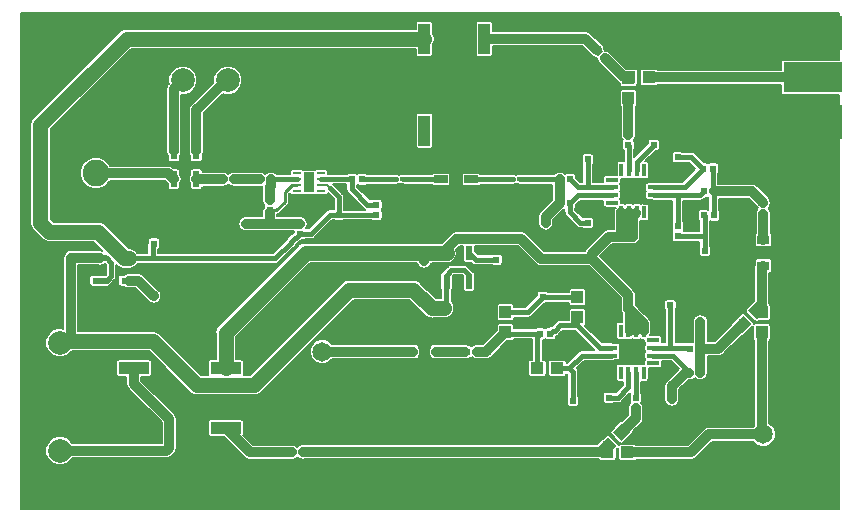
<source format=gtl>
G04 #@! TF.GenerationSoftware,KiCad,Pcbnew,5.0.2-bee76a0~70~ubuntu16.04.1*
G04 #@! TF.CreationDate,2019-02-24T18:58:32-05:00*
G04 #@! TF.ProjectId,chain_v03,63686169-6e5f-4763-9033-2e6b69636164,rev?*
G04 #@! TF.SameCoordinates,Original*
G04 #@! TF.FileFunction,Copper,L1,Top*
G04 #@! TF.FilePolarity,Positive*
%FSLAX46Y46*%
G04 Gerber Fmt 4.6, Leading zero omitted, Abs format (unit mm)*
G04 Created by KiCad (PCBNEW 5.0.2-bee76a0~70~ubuntu16.04.1) date Sun 24 Feb 2019 06:58:32 PM EST*
%MOMM*%
%LPD*%
G01*
G04 APERTURE LIST*
G04 #@! TA.AperFunction,SMDPad,CuDef*
%ADD10R,5.000000X3.000000*%
G04 #@! TD*
G04 #@! TA.AperFunction,SMDPad,CuDef*
%ADD11R,5.000000X2.500000*%
G04 #@! TD*
G04 #@! TA.AperFunction,SMDPad,CuDef*
%ADD12R,0.600000X0.800000*%
G04 #@! TD*
G04 #@! TA.AperFunction,SMDPad,CuDef*
%ADD13R,0.600000X0.550000*%
G04 #@! TD*
G04 #@! TA.AperFunction,ComponentPad*
%ADD14C,0.600000*%
G04 #@! TD*
G04 #@! TA.AperFunction,SMDPad,CuDef*
%ADD15C,0.540000*%
G04 #@! TD*
G04 #@! TA.AperFunction,Conductor*
%ADD16C,0.100000*%
G04 #@! TD*
G04 #@! TA.AperFunction,SMDPad,CuDef*
%ADD17R,0.540000X0.600000*%
G04 #@! TD*
G04 #@! TA.AperFunction,SMDPad,CuDef*
%ADD18R,0.600000X0.540000*%
G04 #@! TD*
G04 #@! TA.AperFunction,ComponentPad*
%ADD19C,1.650000*%
G04 #@! TD*
G04 #@! TA.AperFunction,ComponentPad*
%ADD20C,2.400000*%
G04 #@! TD*
G04 #@! TA.AperFunction,SMDPad,CuDef*
%ADD21R,1.000000X1.100000*%
G04 #@! TD*
G04 #@! TA.AperFunction,SMDPad,CuDef*
%ADD22R,1.100000X1.000000*%
G04 #@! TD*
G04 #@! TA.AperFunction,SMDPad,CuDef*
%ADD23R,1.020000X2.580000*%
G04 #@! TD*
G04 #@! TA.AperFunction,SMDPad,CuDef*
%ADD24R,0.590000X1.370000*%
G04 #@! TD*
G04 #@! TA.AperFunction,SMDPad,CuDef*
%ADD25R,1.955800X1.955800*%
G04 #@! TD*
G04 #@! TA.AperFunction,SMDPad,CuDef*
%ADD26R,0.355600X1.066800*%
G04 #@! TD*
G04 #@! TA.AperFunction,SMDPad,CuDef*
%ADD27R,1.066800X0.355600*%
G04 #@! TD*
G04 #@! TA.AperFunction,SMDPad,CuDef*
%ADD28R,0.710000X0.260000*%
G04 #@! TD*
G04 #@! TA.AperFunction,SMDPad,CuDef*
%ADD29R,0.900000X1.700000*%
G04 #@! TD*
G04 #@! TA.AperFunction,SMDPad,CuDef*
%ADD30R,2.580000X1.020000*%
G04 #@! TD*
G04 #@! TA.AperFunction,SMDPad,CuDef*
%ADD31R,1.000000X0.800000*%
G04 #@! TD*
G04 #@! TA.AperFunction,SMDPad,CuDef*
%ADD32R,2.000000X0.400000*%
G04 #@! TD*
G04 #@! TA.AperFunction,SMDPad,CuDef*
%ADD33R,1.960000X0.650000*%
G04 #@! TD*
G04 #@! TA.AperFunction,SMDPad,CuDef*
%ADD34R,1.200000X0.650000*%
G04 #@! TD*
G04 #@! TA.AperFunction,SMDPad,CuDef*
%ADD35R,0.558800X1.270000*%
G04 #@! TD*
G04 #@! TA.AperFunction,SMDPad,CuDef*
%ADD36R,1.270000X0.558800*%
G04 #@! TD*
G04 #@! TA.AperFunction,ComponentPad*
%ADD37C,2.250000*%
G04 #@! TD*
G04 #@! TA.AperFunction,ComponentPad*
%ADD38C,1.998980*%
G04 #@! TD*
G04 #@! TA.AperFunction,SMDPad,CuDef*
%ADD39C,1.000000*%
G04 #@! TD*
G04 #@! TA.AperFunction,SMDPad,CuDef*
%ADD40R,0.300000X0.350000*%
G04 #@! TD*
G04 #@! TA.AperFunction,ViaPad*
%ADD41C,0.685800*%
G04 #@! TD*
G04 #@! TA.AperFunction,Conductor*
%ADD42C,0.812800*%
G04 #@! TD*
G04 #@! TA.AperFunction,Conductor*
%ADD43C,0.457200*%
G04 #@! TD*
G04 #@! TA.AperFunction,Conductor*
%ADD44C,0.254000*%
G04 #@! TD*
G04 #@! TA.AperFunction,Conductor*
%ADD45C,1.270000*%
G04 #@! TD*
G04 #@! TA.AperFunction,Conductor*
%ADD46C,0.152400*%
G04 #@! TD*
G04 #@! TA.AperFunction,Conductor*
%ADD47C,0.381000*%
G04 #@! TD*
G04 APERTURE END LIST*
D10*
G04 #@! TO.P,LO1 Test,1*
G04 #@! TO.N,GND*
X107950000Y-74235000D03*
D11*
G04 #@! TO.P,LO1 Test,2*
G04 #@! TO.N,Net-(R2-Pad2)*
X107950000Y-70485000D03*
D10*
G04 #@! TO.P,LO1 Test,3*
G04 #@! TO.N,GND*
X107950000Y-66735000D03*
G04 #@! TD*
D12*
G04 #@! TO.P,U12,1*
G04 #@! TO.N,Net-(C27-Pad2)*
X76057000Y-93726000D03*
G04 #@! TO.P,U12,3*
G04 #@! TO.N,Net-(J11-Pad1)*
X74057000Y-93726000D03*
D13*
G04 #@! TO.P,U12,2_1*
G04 #@! TO.N,GND*
X75057000Y-94401000D03*
G04 #@! TO.P,U12,2_2*
X75057000Y-93051000D03*
D14*
G04 #@! TO.P,U12,S2*
X75057000Y-93726000D03*
G04 #@! TO.P,U12,S1*
X75057000Y-94876000D03*
G04 #@! TO.P,U12,S3*
X75057000Y-92576000D03*
G04 #@! TD*
D15*
G04 #@! TO.P,C1,2*
G04 #@! TO.N,Net-(C1-Pad2)*
X89738944Y-68275944D03*
D16*
G04 #@! TD*
G04 #@! TO.N,Net-(C1-Pad2)*
G04 #@! TO.C,C1*
G36*
X89760157Y-67872893D02*
X90141995Y-68254731D01*
X89717731Y-68678995D01*
X89335893Y-68297157D01*
X89760157Y-67872893D01*
X89760157Y-67872893D01*
G37*
D15*
G04 #@! TO.P,C1,1*
G04 #@! TO.N,Net-(C1-Pad1)*
X90347056Y-68884056D03*
D16*
G04 #@! TD*
G04 #@! TO.N,Net-(C1-Pad1)*
G04 #@! TO.C,C1*
G36*
X90368269Y-68481005D02*
X90750107Y-68862843D01*
X90325843Y-69287107D01*
X89944005Y-68905269D01*
X90368269Y-68481005D01*
X90368269Y-68481005D01*
G37*
D17*
G04 #@! TO.P,C2,1*
G04 #@! TO.N,Net-(C2-Pad1)*
X87376000Y-79121000D03*
G04 #@! TO.P,C2,2*
G04 #@! TO.N,RFout*
X86516000Y-79121000D03*
G04 #@! TD*
D18*
G04 #@! TO.P,C3,2*
G04 #@! TO.N,Net-(C3-Pad2)*
X88900000Y-82833000D03*
G04 #@! TO.P,C3,1*
G04 #@! TO.N,GND*
X88900000Y-83693000D03*
G04 #@! TD*
G04 #@! TO.P,C4,1*
G04 #@! TO.N,GND*
X94488000Y-75340000D03*
G04 #@! TO.P,C4,2*
G04 #@! TO.N,Net-(C4-Pad2)*
X94488000Y-76200000D03*
G04 #@! TD*
G04 #@! TO.P,C5,1*
G04 #@! TO.N,Net-(C5-Pad1)*
X92329000Y-75389000D03*
G04 #@! TO.P,C5,2*
G04 #@! TO.N,Net-(C5-Pad2)*
X92329000Y-76249000D03*
G04 #@! TD*
D17*
G04 #@! TO.P,C6,2*
G04 #@! TO.N,Net-(C6-Pad2)*
X58001000Y-79125000D03*
G04 #@! TO.P,C6,1*
G04 #@! TO.N,Net-(C6-Pad1)*
X58861000Y-79125000D03*
G04 #@! TD*
D18*
G04 #@! TO.P,C7,2*
G04 #@! TO.N,+5V*
X92710000Y-83976000D03*
G04 #@! TO.P,C7,1*
G04 #@! TO.N,GND*
X92710000Y-84836000D03*
G04 #@! TD*
G04 #@! TO.P,C8,2*
G04 #@! TO.N,Net-(C8-Pad2)*
X96520000Y-77265000D03*
G04 #@! TO.P,C8,1*
G04 #@! TO.N,GND*
X96520000Y-76405000D03*
G04 #@! TD*
G04 #@! TO.P,C9,1*
G04 #@! TO.N,GND*
X59944000Y-83742000D03*
G04 #@! TO.P,C9,2*
G04 #@! TO.N,Net-(C9-Pad2)*
X59944000Y-82882000D03*
G04 #@! TD*
D17*
G04 #@! TO.P,C10,1*
G04 #@! TO.N,Net-(C10-Pad1)*
X98708000Y-80137000D03*
G04 #@! TO.P,C10,2*
G04 #@! TO.N,Net-(C10-Pad2)*
X99568000Y-80137000D03*
G04 #@! TD*
D18*
G04 #@! TO.P,C11,2*
G04 #@! TO.N,Net-(C11-Pad2)*
X98806000Y-85168000D03*
G04 #@! TO.P,C11,1*
G04 #@! TO.N,GND*
X98806000Y-86028000D03*
G04 #@! TD*
G04 #@! TO.P,C12,1*
G04 #@! TO.N,Net-(C10-Pad2)*
X103759000Y-81104000D03*
G04 #@! TO.P,C12,2*
G04 #@! TO.N,Net-(C12-Pad2)*
X103759000Y-81964000D03*
G04 #@! TD*
G04 #@! TO.P,C13,2*
G04 #@! TO.N,+3V3*
X67818000Y-82120000D03*
G04 #@! TO.P,C13,1*
G04 #@! TO.N,GND*
X67818000Y-82980000D03*
G04 #@! TD*
D17*
G04 #@! TO.P,C14,1*
G04 #@! TO.N,Net-(C14-Pad1)*
X69772000Y-79125000D03*
G04 #@! TO.P,C14,2*
G04 #@! TO.N,Net-(C14-Pad2)*
X68912000Y-79125000D03*
G04 #@! TD*
G04 #@! TO.P,C15,1*
G04 #@! TO.N,Net-(C15-Pad1)*
X64692000Y-102235000D03*
G04 #@! TO.P,C15,2*
G04 #@! TO.N,Net-(C15-Pad2)*
X63832000Y-102235000D03*
G04 #@! TD*
G04 #@! TO.P,C16,1*
G04 #@! TO.N,Net-(C16-Pad1)*
X97565000Y-95504000D03*
G04 #@! TO.P,C16,2*
G04 #@! TO.N,Net-(C16-Pad2)*
X98425000Y-95504000D03*
G04 #@! TD*
D18*
G04 #@! TO.P,C17,2*
G04 #@! TO.N,Net-(C17-Pad2)*
X95885000Y-89789000D03*
G04 #@! TO.P,C17,1*
G04 #@! TO.N,GND*
X95885000Y-88929000D03*
G04 #@! TD*
G04 #@! TO.P,C18,2*
G04 #@! TO.N,Net-(C18-Pad2)*
X90678000Y-97614000D03*
G04 #@! TO.P,C18,1*
G04 #@! TO.N,GND*
X90678000Y-98474000D03*
G04 #@! TD*
D17*
G04 #@! TO.P,C19,2*
G04 #@! TO.N,Net-(C19-Pad2)*
X76913000Y-90043000D03*
G04 #@! TO.P,C19,1*
G04 #@! TO.N,GND*
X77773000Y-90043000D03*
G04 #@! TD*
D18*
G04 #@! TO.P,C20,1*
G04 #@! TO.N,LO2*
X92964000Y-98474000D03*
G04 #@! TO.P,C20,2*
G04 #@! TO.N,Net-(C20-Pad2)*
X92964000Y-97614000D03*
G04 #@! TD*
D17*
G04 #@! TO.P,C21,1*
G04 #@! TO.N,GND*
X91440000Y-90043000D03*
G04 #@! TO.P,C21,2*
G04 #@! TO.N,+5V*
X92300000Y-90043000D03*
G04 #@! TD*
D18*
G04 #@! TO.P,C22,1*
G04 #@! TO.N,GND*
X87630000Y-98728000D03*
G04 #@! TO.P,C22,2*
G04 #@! TO.N,Net-(C22-Pad2)*
X87630000Y-97868000D03*
G04 #@! TD*
G04 #@! TO.P,C23,1*
G04 #@! TO.N,GND*
X81153000Y-86790000D03*
G04 #@! TO.P,C23,2*
G04 #@! TO.N,Net-(C23-Pad2)*
X81153000Y-85930000D03*
G04 #@! TD*
D17*
G04 #@! TO.P,C24,1*
G04 #@! TO.N,Net-(C24-Pad1)*
X85725000Y-92202000D03*
G04 #@! TO.P,C24,2*
G04 #@! TO.N,Net-(C24-Pad2)*
X84865000Y-92202000D03*
G04 #@! TD*
D18*
G04 #@! TO.P,C25,1*
G04 #@! TO.N,GND*
X85090000Y-88216000D03*
G04 #@! TO.P,C25,2*
G04 #@! TO.N,Net-(C25-Pad2)*
X85090000Y-89076000D03*
G04 #@! TD*
G04 #@! TO.P,C26,1*
G04 #@! TO.N,+5V*
X75057000Y-86057000D03*
G04 #@! TO.P,C26,2*
G04 #@! TO.N,GND*
X75057000Y-86917000D03*
G04 #@! TD*
D17*
G04 #@! TO.P,C27,2*
G04 #@! TO.N,Net-(C27-Pad2)*
X78642000Y-93726000D03*
G04 #@! TO.P,C27,1*
G04 #@! TO.N,Net-(C24-Pad2)*
X79502000Y-93726000D03*
G04 #@! TD*
G04 #@! TO.P,C28,1*
G04 #@! TO.N,GND*
X44274000Y-85748339D03*
G04 #@! TO.P,C28,2*
G04 #@! TO.N,Net-(C19-Pad2)*
X45134000Y-85748339D03*
G04 #@! TD*
G04 #@! TO.P,C29,2*
G04 #@! TO.N,Net-(C29-Pad2)*
X52148000Y-89027000D03*
G04 #@! TO.P,C29,1*
G04 #@! TO.N,GND*
X53008000Y-89027000D03*
G04 #@! TD*
G04 #@! TO.P,C30,1*
G04 #@! TO.N,+3V3*
X52148000Y-84582000D03*
G04 #@! TO.P,C30,2*
G04 #@! TO.N,GND*
X53008000Y-84582000D03*
G04 #@! TD*
D19*
G04 #@! TO.P,J7,1*
G04 #@! TO.N,Net-(J7-Pad1)*
X103759000Y-100711000D03*
D20*
G04 #@! TO.P,J7,2*
G04 #@! TO.N,GND*
X100629000Y-97581000D03*
G04 #@! TO.P,J7,3*
X106889000Y-97581000D03*
G04 #@! TO.P,J7,4*
X106889000Y-103841000D03*
G04 #@! TO.P,J7,5*
X100629000Y-103841000D03*
G04 #@! TD*
G04 #@! TO.P,J11,5*
G04 #@! TO.N,GND*
X63291000Y-96856000D03*
G04 #@! TO.P,J11,4*
X69551000Y-96856000D03*
G04 #@! TO.P,J11,3*
X69551000Y-90596000D03*
G04 #@! TO.P,J11,2*
X63291000Y-90596000D03*
D19*
G04 #@! TO.P,J11,1*
G04 #@! TO.N,Net-(J11-Pad1)*
X66421000Y-93726000D03*
G04 #@! TD*
D18*
G04 #@! TO.P,L1,2*
G04 #@! TO.N,GND*
X85344000Y-83693000D03*
G04 #@! TO.P,L1,1*
G04 #@! TO.N,RFout*
X85344000Y-82833000D03*
G04 #@! TD*
D17*
G04 #@! TO.P,L2,2*
G04 #@! TO.N,Net-(C3-Pad2)*
X87376000Y-81153000D03*
G04 #@! TO.P,L2,1*
G04 #@! TO.N,RFout*
X86516000Y-81153000D03*
G04 #@! TD*
D18*
G04 #@! TO.P,L3,2*
G04 #@! TO.N,GND*
X88900000Y-76581000D03*
G04 #@! TO.P,L3,1*
G04 #@! TO.N,Net-(C2-Pad1)*
X88900000Y-77441000D03*
G04 #@! TD*
D17*
G04 #@! TO.P,L4,2*
G04 #@! TO.N,Net-(C6-Pad1)*
X61127000Y-79125000D03*
G04 #@! TO.P,L4,1*
G04 #@! TO.N,Net-(L4-Pad1)*
X61987000Y-79125000D03*
G04 #@! TD*
D18*
G04 #@! TO.P,L5,1*
G04 #@! TO.N,Net-(L4-Pad1)*
X61976000Y-80899000D03*
G04 #@! TO.P,L5,2*
G04 #@! TO.N,Net-(C9-Pad2)*
X61976000Y-81759000D03*
G04 #@! TD*
G04 #@! TO.P,L6,1*
G04 #@! TO.N,Net-(C10-Pad1)*
X96520000Y-83087000D03*
G04 #@! TO.P,L6,2*
G04 #@! TO.N,Net-(C11-Pad2)*
X96520000Y-83947000D03*
G04 #@! TD*
D17*
G04 #@! TO.P,L7,2*
G04 #@! TO.N,Net-(C8-Pad2)*
X98630000Y-78232000D03*
G04 #@! TO.P,L7,1*
G04 #@! TO.N,Net-(C10-Pad2)*
X99490000Y-78232000D03*
G04 #@! TD*
G04 #@! TO.P,L8,2*
G04 #@! TO.N,Net-(C10-Pad2)*
X99568000Y-82169000D03*
G04 #@! TO.P,L8,1*
G04 #@! TO.N,Net-(C11-Pad2)*
X98708000Y-82169000D03*
G04 #@! TD*
D18*
G04 #@! TO.P,L9,2*
G04 #@! TO.N,Net-(C14-Pad2)*
X70993000Y-81280000D03*
G04 #@! TO.P,L9,1*
G04 #@! TO.N,+3V3*
X70993000Y-82140000D03*
G04 #@! TD*
D17*
G04 #@! TO.P,L10,2*
G04 #@! TO.N,GND*
X97572188Y-91180844D03*
G04 #@! TO.P,L10,1*
G04 #@! TO.N,Net-(C16-Pad2)*
X98432188Y-91180844D03*
G04 #@! TD*
G04 #@! TO.P,L11,1*
G04 #@! TO.N,Net-(C16-Pad2)*
X98432188Y-93466844D03*
G04 #@! TO.P,L11,2*
G04 #@! TO.N,Net-(C17-Pad2)*
X97572188Y-93466844D03*
G04 #@! TD*
D18*
G04 #@! TO.P,L12,2*
G04 #@! TO.N,GND*
X96012000Y-98601000D03*
G04 #@! TO.P,L12,1*
G04 #@! TO.N,Net-(C16-Pad1)*
X96012000Y-97741000D03*
G04 #@! TD*
D21*
G04 #@! TO.P,L13,2*
G04 #@! TO.N,Net-(C25-Pad2)*
X88011000Y-89105000D03*
G04 #@! TO.P,L13,1*
G04 #@! TO.N,Net-(C24-Pad1)*
X88011000Y-90805000D03*
G04 #@! TD*
D22*
G04 #@! TO.P,L14,1*
G04 #@! TO.N,Net-(C24-Pad2)*
X84621000Y-95123000D03*
G04 #@! TO.P,L14,2*
G04 #@! TO.N,Net-(C22-Pad2)*
X86321000Y-95123000D03*
G04 #@! TD*
D21*
G04 #@! TO.P,L15,1*
G04 #@! TO.N,Net-(C25-Pad2)*
X81915000Y-90375000D03*
G04 #@! TO.P,L15,2*
G04 #@! TO.N,Net-(C24-Pad2)*
X81915000Y-92075000D03*
G04 #@! TD*
G04 #@! TO.P,R1,1*
G04 #@! TO.N,Net-(C5-Pad1)*
X92329000Y-72263000D03*
G04 #@! TO.P,R1,2*
G04 #@! TO.N,Net-(C1-Pad1)*
X92329000Y-70563000D03*
G04 #@! TD*
D18*
G04 #@! TO.P,R3,1*
G04 #@! TO.N,Net-(C9-Pad2)*
X64516000Y-82882000D03*
G04 #@! TO.P,R3,2*
G04 #@! TO.N,+3V3*
X64516000Y-83742000D03*
G04 #@! TD*
D21*
G04 #@! TO.P,R5,1*
G04 #@! TO.N,Net-(R5-Pad1)*
X103632000Y-90373200D03*
G04 #@! TO.P,R5,2*
G04 #@! TO.N,Net-(J7-Pad1)*
X103632000Y-92073200D03*
G04 #@! TD*
D22*
G04 #@! TO.P,R7,1*
G04 #@! TO.N,Net-(C15-Pad1)*
X90551000Y-102235000D03*
G04 #@! TO.P,R7,2*
G04 #@! TO.N,Net-(J7-Pad1)*
X92251000Y-102235000D03*
G04 #@! TD*
D23*
G04 #@! TO.P,U1,1*
G04 #@! TO.N,Net-(U1-Pad1)*
X75057000Y-75005000D03*
G04 #@! TO.P,U1,2*
G04 #@! TO.N,GND*
X80137000Y-75005000D03*
G04 #@! TO.P,U1,3*
G04 #@! TO.N,Net-(C1-Pad2)*
X80137000Y-67235000D03*
G04 #@! TO.P,U1,4*
G04 #@! TO.N,+3V3*
X75057000Y-67235000D03*
G04 #@! TD*
D24*
G04 #@! TO.P,U2,1*
G04 #@! TO.N,Net-(U14-Pad1)*
X53853000Y-79121000D03*
G04 #@! TO.P,U2,2*
G04 #@! TO.N,GND*
X54803000Y-79121000D03*
G04 #@! TO.P,U2,3*
G04 #@! TO.N,Net-(C6-Pad2)*
X55753000Y-79121000D03*
G04 #@! TO.P,U2,4*
G04 #@! TO.N,Net-(J3-Pad1)*
X55753000Y-76771000D03*
G04 #@! TO.P,U2,5*
G04 #@! TO.N,Net-(J2-Pad1)*
X53853000Y-76771000D03*
G04 #@! TD*
D25*
G04 #@! TO.P,U3,17*
G04 #@! TO.N,GND*
X92710000Y-80137000D03*
D26*
G04 #@! TO.P,U3,16*
G04 #@! TO.N,Net-(U3-Pad16)*
X91744800Y-78359000D03*
G04 #@! TO.P,U3,15*
G04 #@! TO.N,Net-(C5-Pad2)*
X92379800Y-78359000D03*
G04 #@! TO.P,U3,14*
G04 #@! TO.N,Net-(C4-Pad2)*
X93040200Y-78359000D03*
G04 #@! TO.P,U3,13*
G04 #@! TO.N,Net-(U3-Pad13)*
X93675200Y-78359000D03*
D27*
G04 #@! TO.P,U3,12*
G04 #@! TO.N,GND*
X94488000Y-79171800D03*
G04 #@! TO.P,U3,11*
G04 #@! TO.N,Net-(C8-Pad2)*
X94488000Y-79806800D03*
G04 #@! TO.P,U3,10*
G04 #@! TO.N,Net-(C10-Pad1)*
X94488000Y-80467200D03*
G04 #@! TO.P,U3,9*
G04 #@! TO.N,GND*
X94488000Y-81102200D03*
D26*
G04 #@! TO.P,U3,8*
G04 #@! TO.N,Net-(U3-Pad8)*
X93675200Y-81915000D03*
G04 #@! TO.P,U3,7*
G04 #@! TO.N,+5V*
X93040200Y-81915000D03*
G04 #@! TO.P,U3,6*
X92379800Y-81915000D03*
G04 #@! TO.P,U3,5*
X91744800Y-81915000D03*
D27*
G04 #@! TO.P,U3,4*
G04 #@! TO.N,Net-(U3-Pad4)*
X90932000Y-81102200D03*
G04 #@! TO.P,U3,3*
G04 #@! TO.N,Net-(C3-Pad2)*
X90932000Y-80467200D03*
G04 #@! TO.P,U3,2*
G04 #@! TO.N,Net-(C2-Pad1)*
X90932000Y-79806800D03*
G04 #@! TO.P,U3,1*
G04 #@! TO.N,Net-(U3-Pad1)*
X90932000Y-79171800D03*
G04 #@! TD*
D28*
G04 #@! TO.P,U4,1*
G04 #@! TO.N,Net-(U4-Pad1)*
X64284000Y-78629000D03*
G04 #@! TO.P,U4,2*
G04 #@! TO.N,Net-(L4-Pad1)*
X64284000Y-79129000D03*
G04 #@! TO.P,U4,3*
G04 #@! TO.N,Net-(C9-Pad2)*
X64284000Y-79629000D03*
G04 #@! TO.P,U4,4*
G04 #@! TO.N,Net-(U4-Pad4)*
X64284000Y-80129000D03*
G04 #@! TO.P,U4,5*
G04 #@! TO.N,Net-(U4-Pad5)*
X66294000Y-80129000D03*
G04 #@! TO.P,U4,6*
G04 #@! TO.N,+3V3*
X66294000Y-79629000D03*
G04 #@! TO.P,U4,7*
G04 #@! TO.N,Net-(C14-Pad2)*
X66294000Y-79129000D03*
G04 #@! TO.P,U4,8*
G04 #@! TO.N,Net-(U4-Pad8)*
X66294000Y-78629000D03*
D29*
G04 #@! TO.P,U4,9*
G04 #@! TO.N,N/C*
X65289000Y-79379000D03*
G04 #@! TD*
D30*
G04 #@! TO.P,U5,4*
G04 #@! TO.N,+5V*
X58241000Y-95123000D03*
G04 #@! TO.P,U5,3*
G04 #@! TO.N,Net-(C15-Pad2)*
X58241000Y-100203000D03*
G04 #@! TO.P,U5,2*
G04 #@! TO.N,GND*
X50471000Y-100203000D03*
G04 #@! TO.P,U5,1*
G04 #@! TO.N,Net-(J5-Pad1)*
X50471000Y-95123000D03*
G04 #@! TD*
D31*
G04 #@! TO.P,U6,1*
G04 #@! TO.N,Net-(C12-Pad2)*
X103759000Y-84244000D03*
G04 #@! TO.P,U6,3*
G04 #@! TO.N,Net-(R5-Pad1)*
X103759000Y-86444000D03*
D32*
G04 #@! TO.P,U6,2*
G04 #@! TO.N,GND*
X103759000Y-85344000D03*
G04 #@! TD*
D33*
G04 #@! TO.P,U8,1*
G04 #@! TO.N,GND*
X76805000Y-77925000D03*
D34*
G04 #@! TO.P,U8,2*
G04 #@! TO.N,Net-(U7-Pad2)*
X76435000Y-79125000D03*
G04 #@! TO.P,U8,3*
G04 #@! TO.N,GND*
X76435000Y-80325000D03*
G04 #@! TO.P,U8,4*
X79035000Y-80325000D03*
G04 #@! TO.P,U8,5*
G04 #@! TO.N,Net-(U8-Pad5)*
X79035000Y-79125000D03*
G04 #@! TO.P,U8,6*
G04 #@! TO.N,GND*
X79035000Y-77925000D03*
G04 #@! TD*
D27*
G04 #@! TO.P,U10,1*
G04 #@! TO.N,Net-(U10-Pad1)*
X94446188Y-94686044D03*
G04 #@! TO.P,U10,2*
G04 #@! TO.N,Net-(C16-Pad1)*
X94446188Y-94051044D03*
G04 #@! TO.P,U10,3*
G04 #@! TO.N,Net-(C17-Pad2)*
X94446188Y-93390644D03*
G04 #@! TO.P,U10,4*
G04 #@! TO.N,Net-(U10-Pad4)*
X94446188Y-92755644D03*
D26*
G04 #@! TO.P,U10,5*
G04 #@! TO.N,+5V*
X93633388Y-91942844D03*
G04 #@! TO.P,U10,6*
X92998388Y-91942844D03*
G04 #@! TO.P,U10,7*
X92337988Y-91942844D03*
G04 #@! TO.P,U10,8*
G04 #@! TO.N,Net-(U10-Pad8)*
X91702988Y-91942844D03*
D27*
G04 #@! TO.P,U10,9*
G04 #@! TO.N,GND*
X90890188Y-92755644D03*
G04 #@! TO.P,U10,10*
G04 #@! TO.N,Net-(C24-Pad1)*
X90890188Y-93390644D03*
G04 #@! TO.P,U10,11*
G04 #@! TO.N,Net-(C22-Pad2)*
X90890188Y-94051044D03*
G04 #@! TO.P,U10,12*
G04 #@! TO.N,GND*
X90890188Y-94686044D03*
D26*
G04 #@! TO.P,U10,13*
G04 #@! TO.N,Net-(U10-Pad13)*
X91702988Y-95498844D03*
G04 #@! TO.P,U10,14*
G04 #@! TO.N,Net-(C18-Pad2)*
X92337988Y-95498844D03*
G04 #@! TO.P,U10,15*
G04 #@! TO.N,Net-(C20-Pad2)*
X92998388Y-95498844D03*
G04 #@! TO.P,U10,16*
G04 #@! TO.N,Net-(U10-Pad16)*
X93633388Y-95498844D03*
D25*
G04 #@! TO.P,U10,17*
G04 #@! TO.N,GND*
X92668188Y-93720844D03*
G04 #@! TD*
D35*
G04 #@! TO.P,U11,5*
G04 #@! TO.N,+5V*
X76935323Y-85351347D03*
G04 #@! TO.P,U11,4*
G04 #@! TO.N,Net-(C23-Pad2)*
X78814923Y-85351347D03*
G04 #@! TO.P,U11,3*
G04 #@! TO.N,Net-(C19-Pad2)*
X78814923Y-87789747D03*
G04 #@! TO.P,U11,2*
G04 #@! TO.N,GND*
X77875123Y-87789747D03*
G04 #@! TO.P,U11,1*
G04 #@! TO.N,Net-(C19-Pad2)*
X76935323Y-87789747D03*
G04 #@! TD*
D36*
G04 #@! TO.P,U13,1*
G04 #@! TO.N,Net-(C19-Pad2)*
X47569746Y-85824539D03*
G04 #@! TO.P,U13,2*
G04 #@! TO.N,GND*
X47569746Y-86764339D03*
G04 #@! TO.P,U13,3*
G04 #@! TO.N,Net-(C19-Pad2)*
X47569746Y-87704139D03*
G04 #@! TO.P,U13,4*
G04 #@! TO.N,Net-(C29-Pad2)*
X50008146Y-87704139D03*
G04 #@! TO.P,U13,5*
G04 #@! TO.N,+3V3*
X50008146Y-85824539D03*
G04 #@! TD*
D37*
G04 #@! TO.P,U14,1*
G04 #@! TO.N,Net-(U14-Pad1)*
X47244000Y-78613000D03*
D20*
G04 #@! TO.P,U14,2*
G04 #@! TO.N,GND*
X49784000Y-76073000D03*
G04 #@! TO.P,U14,3*
X49784000Y-81153000D03*
G04 #@! TO.P,U14,5*
X44704000Y-81153000D03*
G04 #@! TO.P,U14,4*
X44704000Y-76073000D03*
G04 #@! TD*
D38*
G04 #@! TO.P,V2,1*
G04 #@! TO.N,Net-(J2-Pad1)*
X54610000Y-70739000D03*
G04 #@! TD*
G04 #@! TO.P,V1,1*
G04 #@! TO.N,Net-(J3-Pad1)*
X58420000Y-70739000D03*
G04 #@! TD*
G04 #@! TO.P,Vctrl,1*
G04 #@! TO.N,Net-(J5-Pad1)*
X44196000Y-102108000D03*
G04 #@! TD*
G04 #@! TO.P,Vin,1*
G04 #@! TO.N,Net-(C19-Pad2)*
X44196000Y-92964000D03*
G04 #@! TD*
G04 #@! TO.P,GND,1*
G04 #@! TO.N,GND*
X44196000Y-97536000D03*
G04 #@! TD*
D22*
G04 #@! TO.P,R0,1*
G04 #@! TO.N,Net-(C1-Pad1)*
X92368000Y-70485000D03*
G04 #@! TO.P,R0,2*
G04 #@! TO.N,Net-(R2-Pad2)*
X94068000Y-70485000D03*
G04 #@! TD*
D39*
G04 #@! TO.P,R0,1*
G04 #@! TO.N,LO2*
X91753082Y-100524918D03*
D16*
G04 #@! TD*
G04 #@! TO.N,LO2*
G04 #@! TO.C,R0*
G36*
X91788437Y-99782456D02*
X92495544Y-100489563D01*
X91717727Y-101267380D01*
X91010620Y-100560273D01*
X91788437Y-99782456D01*
X91788437Y-99782456D01*
G37*
D39*
G04 #@! TO.P,R0,2*
G04 #@! TO.N,Net-(C15-Pad1)*
X90551000Y-101727000D03*
D16*
G04 #@! TD*
G04 #@! TO.N,Net-(C15-Pad1)*
G04 #@! TO.C,R0*
G36*
X90586355Y-100984538D02*
X91293462Y-101691645D01*
X90515645Y-102469462D01*
X89808538Y-101762355D01*
X90586355Y-100984538D01*
X90586355Y-100984538D01*
G37*
D39*
G04 #@! TO.P,R0,2*
G04 #@! TO.N,Net-(C16-Pad2)*
X102014959Y-91406041D03*
D16*
G04 #@! TD*
G04 #@! TO.N,Net-(C16-Pad2)*
G04 #@! TO.C,R0*
G36*
X102050314Y-90663579D02*
X102757421Y-91370686D01*
X101979604Y-92148503D01*
X101272497Y-91441396D01*
X102050314Y-90663579D01*
X102050314Y-90663579D01*
G37*
D39*
G04 #@! TO.P,R0,1*
G04 #@! TO.N,Net-(R5-Pad1)*
X103217041Y-90203959D03*
D16*
G04 #@! TD*
G04 #@! TO.N,Net-(R5-Pad1)*
G04 #@! TO.C,R0*
G36*
X103252396Y-89461497D02*
X103959503Y-90168604D01*
X103181686Y-90946421D01*
X102474579Y-90239314D01*
X103252396Y-89461497D01*
X103252396Y-89461497D01*
G37*
D40*
G04 #@! TO.P,U7,3*
G04 #@! TO.N,GND*
X72667000Y-79835000D03*
G04 #@! TO.P,U7,1*
G04 #@! TO.N,Net-(C14-Pad1)*
X72667000Y-79115000D03*
G04 #@! TO.P,U7,3*
G04 #@! TO.N,GND*
X73167000Y-79835000D03*
G04 #@! TO.P,U7,2*
G04 #@! TO.N,Net-(U7-Pad2)*
X73167000Y-79115000D03*
G04 #@! TD*
G04 #@! TO.P,U9,2*
G04 #@! TO.N,RFout*
X83073000Y-79115000D03*
G04 #@! TO.P,U9,3*
G04 #@! TO.N,GND*
X83073000Y-79835000D03*
G04 #@! TO.P,U9,1*
G04 #@! TO.N,Net-(U8-Pad5)*
X82573000Y-79115000D03*
G04 #@! TO.P,U9,3*
G04 #@! TO.N,GND*
X82573000Y-79835000D03*
G04 #@! TD*
D41*
G04 #@! TO.N,GND*
X109220000Y-73660000D03*
X106680000Y-74930000D03*
X106680000Y-66040000D03*
X109347000Y-67437000D03*
X108077000Y-67437000D03*
X106680000Y-67437000D03*
X106680000Y-73660000D03*
X107950000Y-73660000D03*
X92075000Y-80772000D03*
X93345000Y-80772000D03*
X93345000Y-79502000D03*
X92075000Y-79502000D03*
X92049600Y-94335600D03*
X93345000Y-94361000D03*
X93268800Y-93116400D03*
X92049600Y-93116400D03*
X92049600Y-94335600D03*
X92049600Y-94335600D03*
X60452000Y-100838000D03*
X61468000Y-101092000D03*
X62484000Y-101092000D03*
X63500000Y-101092000D03*
X64516000Y-101092000D03*
X65532000Y-101092000D03*
X66548000Y-101092000D03*
X67564000Y-101092000D03*
X68580000Y-101092000D03*
X69596000Y-101092000D03*
X70612000Y-101092000D03*
X71628000Y-101092000D03*
X72644000Y-101092000D03*
X73660000Y-101092000D03*
X74676000Y-101092000D03*
X75692000Y-101092000D03*
X76708000Y-101092000D03*
X77724000Y-101092000D03*
X78740000Y-101092000D03*
X79756000Y-101092000D03*
X80772000Y-101092000D03*
X81788000Y-101092000D03*
X82804000Y-101092000D03*
X83820000Y-101092000D03*
X84836000Y-101092000D03*
X85852000Y-101092000D03*
X87884000Y-101092000D03*
X88900000Y-101092000D03*
X89916000Y-100838000D03*
X90678000Y-100076000D03*
X91694000Y-99060000D03*
X91948000Y-98298000D03*
X92964000Y-101092000D03*
X93472000Y-100330000D03*
X93980000Y-99568000D03*
X94284800Y-98602800D03*
X94284800Y-97637600D03*
X93980000Y-96774000D03*
X91186000Y-96520000D03*
X88646000Y-95250000D03*
X88392000Y-96266000D03*
X88392000Y-97282000D03*
X86360000Y-98552000D03*
X87630000Y-99822000D03*
X89001600Y-98552000D03*
X89916000Y-92202000D03*
X89154000Y-91440000D03*
X88646000Y-93218000D03*
X87884000Y-92456000D03*
X86868000Y-92456000D03*
X87630000Y-93472000D03*
X86868000Y-93980000D03*
X85598000Y-93980000D03*
X85598000Y-93218000D03*
X83820000Y-92964000D03*
X83820000Y-93980000D03*
X84074000Y-91440000D03*
X83058000Y-91440000D03*
X84582000Y-90678000D03*
X85344000Y-89916000D03*
X86360000Y-89916000D03*
X86868000Y-90678000D03*
X85852000Y-90932000D03*
X101854000Y-93218000D03*
X101092000Y-93980000D03*
X100076000Y-94488000D03*
X100330000Y-91440000D03*
X99568000Y-92202000D03*
X102616000Y-93726000D03*
X102616000Y-94742000D03*
X102616000Y-95758000D03*
X102616000Y-96774000D03*
X102616000Y-97790000D03*
X102616000Y-98806000D03*
X94234000Y-101092000D03*
X95250000Y-101092000D03*
X96266000Y-101092000D03*
X97282000Y-100838000D03*
X98044000Y-100076000D03*
X99060000Y-99568000D03*
X100076000Y-99568000D03*
X101346000Y-99568000D03*
X102362000Y-99568000D03*
X57912000Y-101600000D03*
X58420000Y-102362000D03*
X59182000Y-103124000D03*
X60198000Y-103378000D03*
X61214000Y-103378000D03*
X62230000Y-103378000D03*
X63246000Y-103378000D03*
X64262000Y-103378000D03*
X65278000Y-103378000D03*
X66294000Y-103378000D03*
X67310000Y-103378000D03*
X68326000Y-103378000D03*
X69342000Y-103378000D03*
X70358000Y-103378000D03*
X71374000Y-103378000D03*
X72390000Y-103378000D03*
X73406000Y-103378000D03*
X74422000Y-103378000D03*
X75438000Y-103378000D03*
X76454000Y-103378000D03*
X77470000Y-103378000D03*
X78486000Y-103378000D03*
X79502000Y-103378000D03*
X80518000Y-103378000D03*
X81534000Y-103378000D03*
X82550000Y-103378000D03*
X83566000Y-103378000D03*
X84582000Y-103378000D03*
X85598000Y-103378000D03*
X86614000Y-103378000D03*
X87630000Y-103378000D03*
X88646000Y-103378000D03*
X89662000Y-103378000D03*
X90678000Y-103378000D03*
X91694000Y-103378000D03*
X92710000Y-103378000D03*
X93726000Y-103378000D03*
X94742000Y-103378000D03*
X95758000Y-103378000D03*
X96774000Y-103378000D03*
X97790000Y-103378000D03*
X98552000Y-102870000D03*
X99314000Y-102108000D03*
X100330000Y-101854000D03*
X101346000Y-101854000D03*
X102616000Y-101854000D03*
X104648000Y-99568000D03*
X104648000Y-98552000D03*
X104648000Y-97536000D03*
X104648000Y-96520000D03*
X104648000Y-95504000D03*
X104648000Y-94488000D03*
X104648000Y-93472000D03*
X104902000Y-92456000D03*
X104902000Y-91440000D03*
X104902000Y-90424000D03*
X104902000Y-89408000D03*
X104902000Y-88392000D03*
X104902000Y-87376000D03*
X105156000Y-86360000D03*
X105410000Y-85344000D03*
X104902000Y-84328000D03*
X104902000Y-83312000D03*
X104902000Y-82296000D03*
X105105200Y-81330800D03*
X104648000Y-80264000D03*
X103886000Y-79502000D03*
X103124000Y-78994000D03*
X102108000Y-78994000D03*
X101092000Y-78994000D03*
X100584000Y-78232000D03*
X99872800Y-77165200D03*
X98755200Y-76809600D03*
X97790000Y-76454000D03*
X96520000Y-75184000D03*
X97282000Y-78232000D03*
X96520000Y-78994000D03*
X94742000Y-77216000D03*
X93319600Y-76250800D03*
X91440000Y-77216000D03*
X90982800Y-76403200D03*
X91033600Y-75133200D03*
X91186000Y-74168000D03*
X91186000Y-73152000D03*
X93472000Y-73152000D03*
X93472000Y-74168000D03*
X93421200Y-74980800D03*
X102616000Y-89154000D03*
X102616000Y-88138000D03*
X102616000Y-87122000D03*
X102108000Y-86360000D03*
X101854000Y-85344000D03*
X102108000Y-84328000D03*
X102616000Y-83566000D03*
X102616000Y-82550000D03*
X102412800Y-81584800D03*
X101600000Y-81280000D03*
X100584000Y-81280000D03*
X100584000Y-82296000D03*
X99974400Y-83108800D03*
X99822000Y-84074000D03*
X100025200Y-84988400D03*
X100076000Y-86106000D03*
X98806000Y-87122000D03*
X97536000Y-86106000D03*
X97790000Y-84836000D03*
X96774000Y-84836000D03*
X95758000Y-84582000D03*
X95097600Y-83566000D03*
X95504000Y-82550000D03*
X85090000Y-87223600D03*
X83972400Y-87833200D03*
X86055200Y-87731600D03*
X83820000Y-89154000D03*
X82804000Y-89408000D03*
X82804000Y-93218000D03*
X81788000Y-93726000D03*
X81026000Y-94488000D03*
X80010000Y-94742000D03*
X78994000Y-94742000D03*
X77978000Y-94742000D03*
X76962000Y-94742000D03*
X76708000Y-92710000D03*
X77724000Y-92710000D03*
X78740000Y-92608400D03*
X79756000Y-92456000D03*
X80772000Y-91694000D03*
X80772000Y-90678000D03*
X80772000Y-89408000D03*
X81788000Y-89154000D03*
X92710000Y-85852000D03*
X93980000Y-84836000D03*
X91440000Y-85090000D03*
X90220800Y-82753200D03*
X87630000Y-83566000D03*
X88138000Y-84836000D03*
X85344000Y-84734400D03*
X86360000Y-83820000D03*
X83921600Y-83210400D03*
X80264000Y-80264000D03*
X78994000Y-81280000D03*
X76454000Y-81280000D03*
X75184000Y-80264000D03*
X75184000Y-77978000D03*
X76708000Y-76962000D03*
X78994000Y-76962000D03*
X81280000Y-74930000D03*
X80010000Y-76962000D03*
X78994000Y-75184000D03*
X80010000Y-73152000D03*
X91186000Y-72136000D03*
X93472000Y-72136000D03*
X91186000Y-71120000D03*
X90424000Y-70612000D03*
X89662000Y-69850000D03*
X89154000Y-69088000D03*
X88392000Y-68580000D03*
X87376000Y-68326000D03*
X86360000Y-68326000D03*
X85344000Y-68326000D03*
X84328000Y-68326000D03*
X83312000Y-68326000D03*
X82296000Y-68326000D03*
X81280000Y-68326000D03*
X81280000Y-66040000D03*
X82296000Y-66040000D03*
X83312000Y-66040000D03*
X84328000Y-66040000D03*
X85344000Y-66040000D03*
X86360000Y-66040000D03*
X87376000Y-66040000D03*
X88392000Y-66040000D03*
X89408000Y-66294000D03*
X90170000Y-67056000D03*
X90932000Y-67818000D03*
X91694000Y-68580000D03*
X92456000Y-69088000D03*
X93472000Y-69088000D03*
X94488000Y-69088000D03*
X95504000Y-69342000D03*
X96520000Y-69342000D03*
X97536000Y-69342000D03*
X98552000Y-69342000D03*
X99568000Y-69342000D03*
X100584000Y-69342000D03*
X101600000Y-69342000D03*
X102616000Y-69342000D03*
X103632000Y-69342000D03*
X104648000Y-69342000D03*
X104648000Y-71628000D03*
X103632000Y-71628000D03*
X102362000Y-71628000D03*
X101346000Y-71628000D03*
X100330000Y-71628000D03*
X99314000Y-71628000D03*
X98298000Y-71628000D03*
X97282000Y-71628000D03*
X96266000Y-71628000D03*
X95250000Y-71628000D03*
X94234000Y-71628000D03*
X107950000Y-74930000D03*
X104902000Y-73406000D03*
X104902000Y-67564000D03*
X109347000Y-66040000D03*
X89916000Y-78486000D03*
X87884000Y-78232000D03*
X85344000Y-80264000D03*
X81534000Y-80264000D03*
X84836000Y-81280000D03*
X84074000Y-82042000D03*
X86868000Y-77774800D03*
X85852000Y-77978000D03*
X84836000Y-77978000D03*
X81788000Y-77978000D03*
X80772000Y-77978000D03*
X71120000Y-80264000D03*
X71120000Y-77978000D03*
X70104000Y-77978000D03*
X69088000Y-77825600D03*
X68072000Y-78232000D03*
X67310000Y-77978000D03*
X68580000Y-80772000D03*
X64008000Y-81026000D03*
X65278000Y-81280000D03*
X66548000Y-81280000D03*
X62992000Y-78232000D03*
X60706000Y-80264000D03*
X60960000Y-81280000D03*
X60198000Y-81788000D03*
X61214000Y-84074000D03*
X62230000Y-84074000D03*
X63246000Y-83820000D03*
X61976000Y-77978000D03*
X60960000Y-77978000D03*
X59944000Y-77978000D03*
X58928000Y-77978000D03*
X57912000Y-77978000D03*
X56896000Y-77978000D03*
X56642000Y-80264000D03*
X57658000Y-80264000D03*
X58674000Y-80264000D03*
X59690000Y-80264000D03*
X54864000Y-80518000D03*
X52832000Y-77470000D03*
X51816000Y-77470000D03*
X52832000Y-79756000D03*
X51816000Y-79756000D03*
X48514000Y-100076000D03*
X50292000Y-99060000D03*
X48768000Y-98806000D03*
X43942000Y-86868000D03*
X43180000Y-85852000D03*
X43180000Y-84836000D03*
X46228000Y-86868000D03*
X54102000Y-89154000D03*
X53086000Y-87884000D03*
X53086000Y-90170000D03*
X69088000Y-83058000D03*
X67818000Y-84074000D03*
X54102000Y-84582000D03*
X53086000Y-83566000D03*
X54102000Y-83566000D03*
X87884000Y-76454000D03*
X88900000Y-75438000D03*
X89916000Y-76454000D03*
X97231200Y-88798400D03*
X95859600Y-87985600D03*
X94538800Y-88849200D03*
X90424000Y-89916000D03*
X90932000Y-91186000D03*
X90678000Y-88900000D03*
X95656400Y-95402400D03*
X97536000Y-96520000D03*
X97028000Y-97282000D03*
X99568000Y-95504000D03*
X98552000Y-96520000D03*
X96774000Y-92456000D03*
X97536000Y-89916000D03*
X94996000Y-90678000D03*
X94996000Y-91694000D03*
X78994000Y-90170000D03*
X77774800Y-91287600D03*
X78994000Y-89154000D03*
X81280000Y-87884000D03*
X82600800Y-86918800D03*
X79908400Y-87020400D03*
X73914000Y-87172800D03*
X75641200Y-87985600D03*
X76200000Y-86868000D03*
X58674000Y-83820000D03*
X64516000Y-70612000D03*
X65532000Y-70612000D03*
X66548000Y-70612000D03*
X67564000Y-70612000D03*
X67056000Y-71374000D03*
X66294000Y-71882000D03*
X65532000Y-72390000D03*
X65532000Y-73406000D03*
X64770000Y-72898000D03*
X67056000Y-74422000D03*
X66294000Y-73914000D03*
X67564000Y-75184000D03*
X66548000Y-75184000D03*
X65532000Y-75184000D03*
X64516000Y-75184000D03*
X84582000Y-71882000D03*
X86106000Y-71882000D03*
X84582000Y-73406000D03*
X86106000Y-73406000D03*
X100838000Y-74676000D03*
X107696000Y-78486000D03*
X107950000Y-84328000D03*
X109220000Y-90805000D03*
X109220000Y-100965000D03*
X93421200Y-106045000D03*
X87122000Y-106045000D03*
X78740000Y-106045000D03*
X71628000Y-106045000D03*
X64516000Y-106045000D03*
X57912000Y-106045000D03*
X51435000Y-106045000D03*
X45085000Y-106045000D03*
X75692000Y-98298000D03*
X79756000Y-98552000D03*
X83312000Y-98044000D03*
X66040000Y-87884000D03*
X69850000Y-86868000D03*
X73406000Y-83058000D03*
X76708000Y-82804000D03*
X81026000Y-82296000D03*
X77978000Y-71120000D03*
X73914000Y-71374000D03*
X70866000Y-72136000D03*
X60706000Y-73914000D03*
X44450000Y-67056000D03*
X48514000Y-72644000D03*
X50546000Y-71120000D03*
X58420000Y-87884000D03*
X56134000Y-90424000D03*
X47498000Y-90170000D03*
X50292000Y-90424000D03*
X46482000Y-95250000D03*
X48006000Y-97028000D03*
X46228000Y-100076000D03*
X42164000Y-100330000D03*
X42164000Y-95758000D03*
X41910000Y-90932000D03*
X66294000Y-99314000D03*
X73855580Y-92618560D03*
X74015600Y-94909640D03*
X72925940Y-94932500D03*
X72788780Y-92618560D03*
X71721980Y-92595700D03*
X70678040Y-92572840D03*
X69522340Y-92572840D03*
X68409820Y-92572840D03*
X71790560Y-94955360D03*
X70792340Y-95021400D03*
X69634100Y-94932500D03*
X68546980Y-94932500D03*
X67591940Y-95044260D03*
X67343020Y-92458540D03*
X41910000Y-66040000D03*
X41910000Y-67310000D03*
X41910000Y-68580000D03*
X41910000Y-69850000D03*
X41910000Y-71120000D03*
X41910000Y-72390000D03*
X41910000Y-84455000D03*
X41910000Y-85725000D03*
X41910000Y-86995000D03*
X41910000Y-88265000D03*
X41910000Y-89535000D03*
X41910000Y-92075000D03*
X41910000Y-93345000D03*
X41910000Y-94615000D03*
X41910000Y-97155000D03*
X41910000Y-98425000D03*
X41910000Y-101600000D03*
X41910000Y-102870000D03*
X41910000Y-104140000D03*
X41910000Y-105410000D03*
X42545000Y-106045000D03*
X43815000Y-106045000D03*
X46355000Y-106045000D03*
X46355000Y-106045000D03*
X46355000Y-106045000D03*
X47625000Y-106045000D03*
X48895000Y-106045000D03*
X50165000Y-106045000D03*
X52705000Y-106045000D03*
X53975000Y-106045000D03*
X55245000Y-106045000D03*
X56515000Y-106045000D03*
X59055000Y-106045000D03*
X60325000Y-106045000D03*
X61595000Y-106045000D03*
X62865000Y-106045000D03*
X66040000Y-106045000D03*
X67310000Y-106045000D03*
X68580000Y-106045000D03*
X69850000Y-106045000D03*
X73025000Y-106045000D03*
X74295000Y-106045000D03*
X75565000Y-106045000D03*
X76835000Y-106045000D03*
X80010000Y-106045000D03*
X81280000Y-106045000D03*
X82550000Y-106045000D03*
X83820000Y-106045000D03*
X85090000Y-106045000D03*
X88900000Y-106045000D03*
X90170000Y-106045000D03*
X92075000Y-106045000D03*
X94615000Y-106045000D03*
X95885000Y-106045000D03*
X97155000Y-106045000D03*
X98425000Y-106045000D03*
X100330000Y-106045000D03*
X102235000Y-106045000D03*
X103505000Y-106045000D03*
X105410000Y-106045000D03*
X107315000Y-106045000D03*
X108585000Y-106045000D03*
X109220000Y-103505000D03*
X109220000Y-102235000D03*
X109220000Y-99695000D03*
X109220000Y-98425000D03*
X109220000Y-97155000D03*
X109220000Y-95885000D03*
X109220000Y-94615000D03*
X109220000Y-93345000D03*
X109220000Y-92075000D03*
X109220000Y-89535000D03*
X107315000Y-88265000D03*
X109220000Y-87630000D03*
X109220000Y-86360000D03*
X109220000Y-86360000D03*
X109220000Y-86360000D03*
X109220000Y-83820000D03*
X109220000Y-85090000D03*
X109220000Y-82550000D03*
X109220000Y-81280000D03*
X109220000Y-80010000D03*
X109220000Y-78740000D03*
X109220000Y-77470000D03*
X109220000Y-76200000D03*
X109220000Y-74930000D03*
X102743000Y-73660000D03*
X101854000Y-75692000D03*
X108077000Y-66040000D03*
X104902000Y-66040000D03*
X103505000Y-66040000D03*
X102235000Y-66040000D03*
X100965000Y-66040000D03*
X99695000Y-66040000D03*
X98425000Y-66040000D03*
X96520000Y-66040000D03*
X94615000Y-66040000D03*
X93345000Y-66040000D03*
X91440000Y-66040000D03*
X59690000Y-74930000D03*
X61595000Y-74930000D03*
X43180000Y-66040000D03*
X44450000Y-66040000D03*
X45720000Y-66040000D03*
X46990000Y-66040000D03*
X48260000Y-66040000D03*
X50800000Y-73025000D03*
X71120000Y-74930000D03*
X71120000Y-69850000D03*
X62230000Y-70485000D03*
X56515000Y-82550000D03*
X53340000Y-81915000D03*
X56515000Y-88265000D03*
X54610000Y-92075000D03*
X60960000Y-92710000D03*
X55880000Y-103505000D03*
X107315000Y-92710000D03*
X105410000Y-76835000D03*
X103505000Y-75565000D03*
X98425000Y-73660000D03*
X107315000Y-81280000D03*
X107315000Y-90170000D03*
X97282000Y-82296000D03*
X98044000Y-83058000D03*
X97282000Y-81280000D03*
X98298000Y-81280000D03*
X86995000Y-100965000D03*
G04 #@! TD*
D42*
G04 #@! TO.N,Net-(C1-Pad2)*
X88698000Y-67235000D02*
X89664550Y-68201550D01*
X80137000Y-67235000D02*
X88698000Y-67235000D01*
G04 #@! TO.N,Net-(C1-Pad1)*
X91948000Y-70485000D02*
X90347056Y-68884056D01*
X92407000Y-70485000D02*
X91948000Y-70485000D01*
D43*
G04 #@! TO.N,Net-(C2-Pad1)*
X88061800Y-79806800D02*
X87376000Y-79121000D01*
X88900000Y-77441000D02*
X88900000Y-79806800D01*
X88900000Y-79806800D02*
X88061800Y-79806800D01*
X90932000Y-79806800D02*
X88900000Y-79806800D01*
D42*
G04 #@! TO.N,RFout*
X86516000Y-81153000D02*
X86516000Y-79121000D01*
X85344000Y-82325000D02*
X86516000Y-81153000D01*
X85344000Y-82833000D02*
X85344000Y-82325000D01*
D43*
X86516000Y-79121000D02*
X83185000Y-79121000D01*
G04 #@! TO.N,Net-(C3-Pad2)*
X88061800Y-80467200D02*
X90932000Y-80467200D01*
X87376000Y-81153000D02*
X88061800Y-80467200D01*
X88870000Y-82833000D02*
X88841000Y-82804000D01*
X88900000Y-82833000D02*
X88870000Y-82833000D01*
X88841000Y-82804000D02*
X88265000Y-82804000D01*
X87376000Y-81915000D02*
X87376000Y-81153000D01*
X88265000Y-82804000D02*
X87376000Y-81915000D01*
D44*
G04 #@! TO.N,GND*
X91702988Y-92755644D02*
X92668188Y-93720844D01*
X90890188Y-92755644D02*
X91702988Y-92755644D01*
X91699156Y-94686044D02*
X92049600Y-94335600D01*
X90890188Y-94686044D02*
X91699156Y-94686044D01*
X93675200Y-79171800D02*
X93345000Y-79502000D01*
X94488000Y-79171800D02*
X93675200Y-79171800D01*
X93675200Y-81102200D02*
X93345000Y-80772000D01*
X94488000Y-81102200D02*
X93675200Y-81102200D01*
D43*
G04 #@! TO.N,Net-(C4-Pad2)*
X93040200Y-77647800D02*
X94488000Y-76200000D01*
X93040200Y-78359000D02*
X93040200Y-77647800D01*
D42*
G04 #@! TO.N,Net-(C5-Pad1)*
X92329000Y-75389000D02*
X92329000Y-72263000D01*
D43*
G04 #@! TO.N,Net-(C5-Pad2)*
X92379800Y-76299800D02*
X92329000Y-76249000D01*
X92379800Y-78359000D02*
X92379800Y-76299800D01*
D42*
G04 #@! TO.N,Net-(C6-Pad2)*
X57997000Y-79121000D02*
X58001000Y-79125000D01*
X55753000Y-79121000D02*
X57997000Y-79121000D01*
G04 #@! TO.N,Net-(C6-Pad1)*
X60044200Y-79125000D02*
X58966209Y-79125000D01*
X61127000Y-79125000D02*
X60044200Y-79125000D01*
G04 #@! TO.N,+5V*
X92300000Y-88930200D02*
X92300000Y-90043000D01*
X89221800Y-85852000D02*
X92300000Y-88930200D01*
X84963000Y-85852000D02*
X89221800Y-85852000D01*
X76935323Y-85351347D02*
X76935323Y-84995747D01*
X77773524Y-84157546D02*
X83268546Y-84157546D01*
X76935323Y-84995747D02*
X77773524Y-84157546D01*
X83268546Y-84157546D02*
X84963000Y-85852000D01*
X90674400Y-83976000D02*
X91597200Y-83976000D01*
X89221800Y-85428600D02*
X90674400Y-83976000D01*
X91597200Y-83976000D02*
X92710000Y-83976000D01*
X89221800Y-85852000D02*
X89221800Y-85428600D01*
X91744800Y-83828400D02*
X91744800Y-81915000D01*
X91597200Y-83976000D02*
X91744800Y-83828400D01*
X92710000Y-82245200D02*
X92938599Y-82016601D01*
X92710000Y-83976000D02*
X92710000Y-82245200D01*
X92379800Y-83645800D02*
X92710000Y-83976000D01*
X92379800Y-81915000D02*
X92379800Y-83645800D01*
X92439589Y-90962403D02*
X92439589Y-91942844D01*
X92300000Y-90073000D02*
X92439589Y-90212589D01*
X92439589Y-90212589D02*
X92439589Y-90962403D01*
X92300000Y-90043000D02*
X92300000Y-90073000D01*
X92998388Y-90741388D02*
X92998388Y-91942844D01*
X92300000Y-90043000D02*
X92998388Y-90741388D01*
X93633388Y-91376388D02*
X92300000Y-90043000D01*
X93633388Y-91942844D02*
X93633388Y-91376388D01*
D45*
X58241000Y-92127000D02*
X65016653Y-85351347D01*
X58241000Y-95123000D02*
X58241000Y-92127000D01*
D42*
X75057000Y-86057000D02*
X75057000Y-85351347D01*
D45*
X65016653Y-85351347D02*
X75057000Y-85351347D01*
X75057000Y-85351347D02*
X76935323Y-85351347D01*
D43*
G04 #@! TO.N,Net-(C8-Pad2)*
X98630000Y-78262000D02*
X98630000Y-78232000D01*
X97085200Y-79806800D02*
X98630000Y-78262000D01*
X94488000Y-79806800D02*
X97085200Y-79806800D01*
X97663000Y-77265000D02*
X98630000Y-78232000D01*
X96520000Y-77265000D02*
X97663000Y-77265000D01*
D42*
G04 #@! TO.N,Net-(C9-Pad2)*
X59944000Y-82882000D02*
X61056800Y-82882000D01*
X64516000Y-82882000D02*
X63403200Y-82882000D01*
X61976000Y-82882000D02*
X61976000Y-81864210D01*
X63403200Y-82882000D02*
X61976000Y-82882000D01*
X61976000Y-82882000D02*
X61056800Y-82882000D01*
D44*
X63831632Y-79629000D02*
X63246000Y-80214632D01*
X64284000Y-79629000D02*
X63831632Y-79629000D01*
X62530000Y-81759000D02*
X61976000Y-81759000D01*
X63246000Y-81043000D02*
X62530000Y-81759000D01*
X63246000Y-80214632D02*
X63246000Y-81043000D01*
D43*
G04 #@! TO.N,Net-(C10-Pad1)*
X98377800Y-80467200D02*
X98708000Y-80137000D01*
X96520000Y-83087000D02*
X96520000Y-80467200D01*
X96520000Y-80467200D02*
X98377800Y-80467200D01*
X94488000Y-80467200D02*
X96520000Y-80467200D01*
G04 #@! TO.N,Net-(C10-Pad2)*
X99568000Y-82169000D02*
X99568000Y-80137000D01*
X99490000Y-80059000D02*
X99568000Y-80137000D01*
X99490000Y-78232000D02*
X99490000Y-80059000D01*
D42*
X102792000Y-80137000D02*
X103759000Y-81104000D01*
X99568000Y-80137000D02*
X102792000Y-80137000D01*
D43*
G04 #@! TO.N,Net-(C11-Pad2)*
X98806000Y-82267000D02*
X98708000Y-82169000D01*
X96520000Y-83947000D02*
X98806000Y-83947000D01*
X98806000Y-83947000D02*
X98806000Y-82267000D01*
X98806000Y-85168000D02*
X98806000Y-83947000D01*
D42*
G04 #@! TO.N,Net-(C12-Pad2)*
X103759000Y-84244000D02*
X103759000Y-82069209D01*
D46*
G04 #@! TO.N,+3V3*
X66801400Y-79629000D02*
X67055400Y-79883000D01*
X66294000Y-79629000D02*
X66801400Y-79629000D01*
D47*
X67818000Y-80645600D02*
X67818000Y-82120000D01*
X67055400Y-79883000D02*
X67818000Y-80645600D01*
D43*
X65438800Y-83742000D02*
X65273200Y-83742000D01*
X67060800Y-82120000D02*
X65438800Y-83742000D01*
X65273200Y-83742000D02*
X64516000Y-83742000D01*
X67818000Y-82120000D02*
X67060800Y-82120000D01*
X67838000Y-82140000D02*
X67818000Y-82120000D01*
X70993000Y-82140000D02*
X67838000Y-82140000D01*
D45*
X49652546Y-85824539D02*
X47394007Y-83566000D01*
X50008146Y-85824539D02*
X49652546Y-85824539D01*
X47394007Y-83566000D02*
X43307000Y-83566000D01*
X43307000Y-83566000D02*
X42545000Y-82804000D01*
X49859000Y-67235000D02*
X73277000Y-67235000D01*
X42545000Y-74549000D02*
X49859000Y-67235000D01*
X73277000Y-67235000D02*
X75057000Y-67235000D01*
X42545000Y-82804000D02*
X42545000Y-74549000D01*
D43*
X64486000Y-83742000D02*
X64516000Y-83742000D01*
X63758800Y-84469200D02*
X64486000Y-83742000D01*
X63758800Y-84499200D02*
X63758800Y-84469200D01*
X62433461Y-85824539D02*
X63758800Y-84499200D01*
X52148000Y-84612000D02*
X52070000Y-84690000D01*
X52148000Y-84582000D02*
X52148000Y-84612000D01*
X50008146Y-85824539D02*
X52070000Y-85824539D01*
X52070000Y-84690000D02*
X52070000Y-85824539D01*
X52070000Y-85824539D02*
X62433461Y-85824539D01*
G04 #@! TO.N,Net-(C14-Pad1)*
X69772000Y-79125000D02*
X72635999Y-79125000D01*
D47*
G04 #@! TO.N,Net-(C14-Pad2)*
X66298000Y-79125000D02*
X66294000Y-79129000D01*
X68912000Y-79125000D02*
X66298000Y-79125000D01*
D43*
X68912000Y-79882200D02*
X68912000Y-79125000D01*
X68912000Y-79956200D02*
X68912000Y-79882200D01*
X70235800Y-81280000D02*
X68912000Y-79956200D01*
X70993000Y-81280000D02*
X70235800Y-81280000D01*
D42*
G04 #@! TO.N,Net-(C15-Pad1)*
X64797210Y-102186618D02*
X64797210Y-102235000D01*
X90091382Y-102186618D02*
X64797210Y-102186618D01*
X90551000Y-101727000D02*
X90091382Y-102186618D01*
G04 #@! TO.N,Net-(C15-Pad2)*
X60273000Y-102235000D02*
X58241000Y-100203000D01*
X63832000Y-102235000D02*
X60273000Y-102235000D01*
D43*
G04 #@! TO.N,Net-(C16-Pad1)*
X96112044Y-94051044D02*
X97565000Y-95504000D01*
X94446188Y-94051044D02*
X96112044Y-94051044D01*
D42*
X97166200Y-95504000D02*
X97459790Y-95504000D01*
X96012000Y-96658200D02*
X97166200Y-95504000D01*
X96012000Y-97741000D02*
X96012000Y-96658200D01*
G04 #@! TO.N,Net-(C16-Pad2)*
X98432188Y-93466844D02*
X98432188Y-91180844D01*
X98425000Y-93474032D02*
X98432188Y-93466844D01*
X98425000Y-95504000D02*
X98425000Y-93474032D01*
X99928756Y-93466844D02*
X101862559Y-91533041D01*
X98432188Y-93466844D02*
X99928756Y-93466844D01*
D43*
G04 #@! TO.N,Net-(C17-Pad2)*
X97495988Y-93390644D02*
X97572188Y-93466844D01*
X95885000Y-89789000D02*
X95885000Y-93390644D01*
X95885000Y-93390644D02*
X97495988Y-93390644D01*
X94446188Y-93390644D02*
X95885000Y-93390644D01*
G04 #@! TO.N,Net-(C18-Pad2)*
X92337988Y-96489444D02*
X92337988Y-95498844D01*
X92337988Y-96711212D02*
X92337988Y-96489444D01*
X91435200Y-97614000D02*
X92337988Y-96711212D01*
X90678000Y-97614000D02*
X91435200Y-97614000D01*
G04 #@! TO.N,Net-(C19-Pad2)*
X76913000Y-87812070D02*
X76935323Y-87789747D01*
X76913000Y-90043000D02*
X76913000Y-87812070D01*
D47*
X76935323Y-87197925D02*
X76935323Y-87789747D01*
X77321402Y-86811846D02*
X76935323Y-87197925D01*
X78428844Y-86811846D02*
X77321402Y-86811846D01*
X78814923Y-87197925D02*
X78428844Y-86811846D01*
X78814923Y-87789747D02*
X78814923Y-87197925D01*
D45*
X44577000Y-92837000D02*
X52070000Y-92837000D01*
X75670154Y-90043000D02*
X76715599Y-90043000D01*
X74133455Y-88506301D02*
X75670154Y-90043000D01*
X68699345Y-88506301D02*
X74133455Y-88506301D01*
X60660236Y-96545410D02*
X68699345Y-88506301D01*
X55778410Y-96545410D02*
X60660236Y-96545410D01*
X52070000Y-92837000D02*
X55778410Y-96545410D01*
D47*
X48161568Y-85824539D02*
X47569746Y-85824539D01*
X48547647Y-86210618D02*
X48161568Y-85824539D01*
X48547647Y-87318060D02*
X48547647Y-86210618D01*
X48161568Y-87704139D02*
X48547647Y-87318060D01*
X47569746Y-87704139D02*
X48161568Y-87704139D01*
D42*
X45134000Y-92280000D02*
X45134000Y-85748339D01*
X44577000Y-92837000D02*
X45134000Y-92280000D01*
X47493546Y-85748339D02*
X47569746Y-85824539D01*
X45134000Y-85748339D02*
X47493546Y-85748339D01*
G04 #@! TO.N,LO2*
X92964000Y-99314000D02*
X91753082Y-100524918D01*
X92964000Y-98474000D02*
X92964000Y-99314000D01*
D43*
G04 #@! TO.N,Net-(C20-Pad2)*
X92964000Y-95533232D02*
X92998388Y-95498844D01*
X92964000Y-97614000D02*
X92964000Y-95533232D01*
G04 #@! TO.N,Net-(C22-Pad2)*
X89899588Y-94051044D02*
X90890188Y-94051044D01*
X88400156Y-94051044D02*
X89899588Y-94051044D01*
X87328200Y-95123000D02*
X88400156Y-94051044D01*
X86321000Y-95123000D02*
X87328200Y-95123000D01*
X87630000Y-95424800D02*
X87328200Y-95123000D01*
X87630000Y-97868000D02*
X87630000Y-95424800D01*
G04 #@! TO.N,Net-(C23-Pad2)*
X79393576Y-85930000D02*
X78814923Y-85351347D01*
X81153000Y-85930000D02*
X79393576Y-85930000D01*
G04 #@! TO.N,Net-(C24-Pad1)*
X88011000Y-91502056D02*
X88011000Y-90805000D01*
X89899588Y-93390644D02*
X88011000Y-91502056D01*
X90890188Y-93390644D02*
X89899588Y-93390644D01*
X88011000Y-91502056D02*
X86551944Y-91502056D01*
X86551944Y-91502056D02*
X86106000Y-91948000D01*
X85979000Y-91948000D02*
X85725000Y-92202000D01*
X86106000Y-91948000D02*
X85979000Y-91948000D01*
G04 #@! TO.N,Net-(C24-Pad2)*
X84621000Y-92446000D02*
X84865000Y-92202000D01*
X84621000Y-95123000D02*
X84621000Y-92446000D01*
X82042000Y-92202000D02*
X81915000Y-92075000D01*
X84865000Y-92202000D02*
X82042000Y-92202000D01*
D42*
X80264000Y-93726000D02*
X81915000Y-92075000D01*
X79502000Y-93726000D02*
X80264000Y-93726000D01*
D43*
G04 #@! TO.N,Net-(C25-Pad2)*
X83791000Y-90375000D02*
X85090000Y-89076000D01*
X81915000Y-90375000D02*
X83791000Y-90375000D01*
X85119000Y-89105000D02*
X85090000Y-89076000D01*
X88011000Y-89105000D02*
X85119000Y-89105000D01*
D42*
G04 #@! TO.N,Net-(C27-Pad2)*
X76057000Y-93726000D02*
X78536790Y-93726000D01*
G04 #@! TO.N,Net-(C29-Pad2)*
X50825139Y-87704139D02*
X52148000Y-89027000D01*
X50008146Y-87704139D02*
X50825139Y-87704139D01*
G04 #@! TO.N,Net-(J2-Pad1)*
X53853000Y-71496000D02*
X54610000Y-70739000D01*
X53853000Y-76771000D02*
X53853000Y-71496000D01*
G04 #@! TO.N,Net-(J3-Pad1)*
X55753000Y-73279000D02*
X58420000Y-70612000D01*
X55753000Y-76771000D02*
X55753000Y-73279000D01*
G04 #@! TO.N,Net-(J5-Pad1)*
X50471000Y-96445800D02*
X53467000Y-99441800D01*
X50471000Y-95123000D02*
X50471000Y-96445800D01*
X53467000Y-99441800D02*
X53467000Y-101854000D01*
X53213000Y-102108000D02*
X44577000Y-102108000D01*
X53467000Y-101854000D02*
X53213000Y-102108000D01*
G04 #@! TO.N,Net-(J7-Pad1)*
X92251000Y-102235000D02*
X97663000Y-102235000D01*
X99187000Y-100711000D02*
X103759000Y-100711000D01*
X97663000Y-102235000D02*
X99187000Y-100711000D01*
X103632000Y-100584000D02*
X103759000Y-100711000D01*
X103632000Y-92073200D02*
X103632000Y-100584000D01*
G04 #@! TO.N,Net-(J11-Pad1)*
X74057000Y-93726000D02*
X66421000Y-93726000D01*
D43*
G04 #@! TO.N,Net-(L4-Pad1)*
X63609198Y-79125000D02*
X63613198Y-79129000D01*
X61987000Y-79125000D02*
X63609198Y-79125000D01*
D47*
X64280000Y-79125000D02*
X64284000Y-79129000D01*
X63609198Y-79125000D02*
X64280000Y-79125000D01*
D42*
X62092210Y-79524803D02*
X62092210Y-79125000D01*
X62092210Y-79699990D02*
X62092210Y-79524803D01*
X61976000Y-79816200D02*
X62092210Y-79699990D01*
X61976000Y-80899000D02*
X61976000Y-79816200D01*
G04 #@! TO.N,Net-(R2-Pad2)*
X94107000Y-70485000D02*
X108204000Y-70485000D01*
D43*
G04 #@! TO.N,Net-(U14-Pad1)*
X47752000Y-79121000D02*
X47244000Y-78613000D01*
D42*
X53345000Y-78613000D02*
X53853000Y-79121000D01*
X47244000Y-78613000D02*
X53345000Y-78613000D01*
D43*
G04 #@! TO.N,Net-(U7-Pad2)*
X76435000Y-79125000D02*
X74172000Y-79125000D01*
X74172000Y-79125000D02*
X74168000Y-79121000D01*
X74168000Y-79121000D02*
X73660000Y-79121000D01*
X73660000Y-79121000D02*
X73406000Y-79121000D01*
D47*
X73406000Y-79121000D02*
X73207509Y-79121000D01*
D43*
G04 #@! TO.N,Net-(U8-Pad5)*
X79035000Y-79125000D02*
X82541999Y-79125000D01*
D42*
G04 #@! TO.N,Net-(R5-Pad1)*
X103632000Y-86571000D02*
X103759000Y-86444000D01*
X103632000Y-90373200D02*
X103632000Y-86571000D01*
G04 #@! TD*
D46*
G04 #@! TO.N,GND*
G36*
X110186400Y-69001922D02*
X105450000Y-69001922D01*
X105360805Y-69019664D01*
X105285189Y-69070189D01*
X105234664Y-69145805D01*
X105216922Y-69235000D01*
X105216922Y-69850000D01*
X94802730Y-69850000D01*
X94782811Y-69820189D01*
X94707195Y-69769664D01*
X94618000Y-69751922D01*
X93518000Y-69751922D01*
X93428805Y-69769664D01*
X93353189Y-69820189D01*
X93302664Y-69895805D01*
X93284922Y-69985000D01*
X93284922Y-70985000D01*
X93302664Y-71074195D01*
X93353189Y-71149811D01*
X93428805Y-71200336D01*
X93518000Y-71218078D01*
X94618000Y-71218078D01*
X94707195Y-71200336D01*
X94782811Y-71149811D01*
X94802730Y-71120000D01*
X105216922Y-71120000D01*
X105216922Y-71735000D01*
X105234664Y-71824195D01*
X105285189Y-71899811D01*
X105360805Y-71950336D01*
X105450000Y-71968078D01*
X110186400Y-71968078D01*
X110186401Y-107011400D01*
X40943600Y-107011400D01*
X40943600Y-101863718D01*
X42967910Y-101863718D01*
X42967910Y-102352282D01*
X43154875Y-102803657D01*
X43500343Y-103149125D01*
X43951718Y-103336090D01*
X44440282Y-103336090D01*
X44891657Y-103149125D01*
X45237125Y-102803657D01*
X45262250Y-102743000D01*
X53150463Y-102743000D01*
X53213000Y-102755439D01*
X53275537Y-102743000D01*
X53275541Y-102743000D01*
X53460765Y-102706157D01*
X53670809Y-102565809D01*
X53706238Y-102512786D01*
X53871786Y-102347238D01*
X53924809Y-102311809D01*
X54065157Y-102101765D01*
X54102000Y-101916541D01*
X54102000Y-101916538D01*
X54114439Y-101854001D01*
X54102000Y-101791464D01*
X54102000Y-99504337D01*
X54114439Y-99441800D01*
X54102000Y-99379263D01*
X54102000Y-99379259D01*
X54065157Y-99194035D01*
X53979764Y-99066236D01*
X53960236Y-99037010D01*
X53960234Y-99037008D01*
X53924809Y-98983991D01*
X53871792Y-98948566D01*
X51106000Y-96182776D01*
X51106000Y-95866078D01*
X51761000Y-95866078D01*
X51850195Y-95848336D01*
X51925811Y-95797811D01*
X51976336Y-95722195D01*
X51994078Y-95633000D01*
X51994078Y-94613000D01*
X51976336Y-94523805D01*
X51925811Y-94448189D01*
X51850195Y-94397664D01*
X51761000Y-94379922D01*
X49181000Y-94379922D01*
X49091805Y-94397664D01*
X49016189Y-94448189D01*
X48965664Y-94523805D01*
X48947922Y-94613000D01*
X48947922Y-95633000D01*
X48965664Y-95722195D01*
X49016189Y-95797811D01*
X49091805Y-95848336D01*
X49181000Y-95866078D01*
X49836001Y-95866078D01*
X49836001Y-96383259D01*
X49823561Y-96445800D01*
X49872843Y-96693564D01*
X49872844Y-96693565D01*
X50013192Y-96903609D01*
X50066212Y-96939036D01*
X52832000Y-99704826D01*
X52832001Y-101473000D01*
X45262250Y-101473000D01*
X45237125Y-101412343D01*
X44891657Y-101066875D01*
X44440282Y-100879910D01*
X43951718Y-100879910D01*
X43500343Y-101066875D01*
X43154875Y-101412343D01*
X42967910Y-101863718D01*
X40943600Y-101863718D01*
X40943600Y-74549000D01*
X41664483Y-74549000D01*
X41681401Y-74634054D01*
X41681400Y-82718951D01*
X41664483Y-82804000D01*
X41681400Y-82889049D01*
X41681400Y-82889052D01*
X41731507Y-83140959D01*
X41922380Y-83426620D01*
X41994488Y-83474801D01*
X42636202Y-84116516D01*
X42684380Y-84188620D01*
X42756483Y-84236798D01*
X42756484Y-84236799D01*
X42860860Y-84306541D01*
X42970040Y-84379493D01*
X43221947Y-84429600D01*
X43221951Y-84429600D01*
X43307000Y-84446517D01*
X43392049Y-84429600D01*
X47036294Y-84429600D01*
X47788217Y-85181524D01*
X47741311Y-85150182D01*
X47556087Y-85113339D01*
X47556083Y-85113339D01*
X47493546Y-85100900D01*
X47431009Y-85113339D01*
X45196541Y-85113339D01*
X45134000Y-85100899D01*
X45071459Y-85113339D01*
X44886235Y-85150182D01*
X44676191Y-85290530D01*
X44535843Y-85500574D01*
X44486560Y-85748339D01*
X44499001Y-85810885D01*
X44499000Y-91760232D01*
X44440282Y-91735910D01*
X43951718Y-91735910D01*
X43500343Y-91922875D01*
X43154875Y-92268343D01*
X42967910Y-92719718D01*
X42967910Y-93208282D01*
X43154875Y-93659657D01*
X43500343Y-94005125D01*
X43951718Y-94192090D01*
X44440282Y-94192090D01*
X44891657Y-94005125D01*
X45196182Y-93700600D01*
X51712287Y-93700600D01*
X55107612Y-97095927D01*
X55155790Y-97168030D01*
X55227893Y-97216208D01*
X55227894Y-97216209D01*
X55361735Y-97305639D01*
X55441450Y-97358903D01*
X55693357Y-97409010D01*
X55693361Y-97409010D01*
X55778410Y-97425927D01*
X55863459Y-97409010D01*
X60575187Y-97409010D01*
X60660236Y-97425927D01*
X60745285Y-97409010D01*
X60745289Y-97409010D01*
X60997196Y-97358903D01*
X61282856Y-97168030D01*
X61331038Y-97095921D01*
X64910533Y-93516426D01*
X65367400Y-93516426D01*
X65367400Y-93935574D01*
X65527801Y-94322816D01*
X65824184Y-94619199D01*
X66211426Y-94779600D01*
X66630574Y-94779600D01*
X67017816Y-94619199D01*
X67276015Y-94361000D01*
X74119541Y-94361000D01*
X74129204Y-94359078D01*
X74357000Y-94359078D01*
X74446195Y-94341336D01*
X74521811Y-94290811D01*
X74572336Y-94215195D01*
X74590078Y-94126000D01*
X74590078Y-94071162D01*
X74655157Y-93973765D01*
X74704440Y-93726000D01*
X75409560Y-93726000D01*
X75458843Y-93973765D01*
X75523922Y-94071162D01*
X75523922Y-94126000D01*
X75541664Y-94215195D01*
X75592189Y-94290811D01*
X75667805Y-94341336D01*
X75757000Y-94359078D01*
X75984796Y-94359078D01*
X75994459Y-94361000D01*
X78599331Y-94361000D01*
X78784555Y-94324157D01*
X78881952Y-94259078D01*
X78912000Y-94259078D01*
X79001195Y-94241336D01*
X79065741Y-94198208D01*
X79254235Y-94324157D01*
X79439459Y-94361000D01*
X80201463Y-94361000D01*
X80264000Y-94373439D01*
X80326537Y-94361000D01*
X80326541Y-94361000D01*
X80511765Y-94324157D01*
X80721809Y-94183809D01*
X80757238Y-94130786D01*
X82029948Y-92858078D01*
X82415000Y-92858078D01*
X82504195Y-92840336D01*
X82579811Y-92789811D01*
X82630336Y-92714195D01*
X82641275Y-92659200D01*
X84163801Y-92659200D01*
X84163800Y-94389922D01*
X84071000Y-94389922D01*
X83981805Y-94407664D01*
X83906189Y-94458189D01*
X83855664Y-94533805D01*
X83837922Y-94623000D01*
X83837922Y-95623000D01*
X83855664Y-95712195D01*
X83906189Y-95787811D01*
X83981805Y-95838336D01*
X84071000Y-95856078D01*
X85171000Y-95856078D01*
X85260195Y-95838336D01*
X85335811Y-95787811D01*
X85386336Y-95712195D01*
X85404078Y-95623000D01*
X85404078Y-94623000D01*
X85386336Y-94533805D01*
X85335811Y-94458189D01*
X85260195Y-94407664D01*
X85171000Y-94389922D01*
X85078200Y-94389922D01*
X85078200Y-92735078D01*
X85135000Y-92735078D01*
X85224195Y-92717336D01*
X85295000Y-92670026D01*
X85365805Y-92717336D01*
X85455000Y-92735078D01*
X85995000Y-92735078D01*
X86084195Y-92717336D01*
X86159811Y-92666811D01*
X86210336Y-92591195D01*
X86228078Y-92502000D01*
X86228078Y-92389874D01*
X86284391Y-92378673D01*
X86435623Y-92277623D01*
X86461132Y-92239446D01*
X86741323Y-91959256D01*
X87821622Y-91959256D01*
X89456209Y-93593844D01*
X88445186Y-93593844D01*
X88400156Y-93584887D01*
X88355126Y-93593844D01*
X88221765Y-93620371D01*
X88070533Y-93721421D01*
X88045024Y-93759598D01*
X87138822Y-94665800D01*
X87104078Y-94665800D01*
X87104078Y-94623000D01*
X87086336Y-94533805D01*
X87035811Y-94458189D01*
X86960195Y-94407664D01*
X86871000Y-94389922D01*
X85771000Y-94389922D01*
X85681805Y-94407664D01*
X85606189Y-94458189D01*
X85555664Y-94533805D01*
X85537922Y-94623000D01*
X85537922Y-95623000D01*
X85555664Y-95712195D01*
X85606189Y-95787811D01*
X85681805Y-95838336D01*
X85771000Y-95856078D01*
X86871000Y-95856078D01*
X86960195Y-95838336D01*
X87035811Y-95787811D01*
X87086336Y-95712195D01*
X87104078Y-95623000D01*
X87104078Y-95580200D01*
X87138822Y-95580200D01*
X87172801Y-95614179D01*
X87172800Y-97428103D01*
X87165189Y-97433189D01*
X87114664Y-97508805D01*
X87096922Y-97598000D01*
X87096922Y-98138000D01*
X87114664Y-98227195D01*
X87165189Y-98302811D01*
X87240805Y-98353336D01*
X87330000Y-98371078D01*
X87930000Y-98371078D01*
X88019195Y-98353336D01*
X88094811Y-98302811D01*
X88145336Y-98227195D01*
X88163078Y-98138000D01*
X88163078Y-97598000D01*
X88145336Y-97508805D01*
X88094811Y-97433189D01*
X88087200Y-97428103D01*
X88087200Y-95469830D01*
X88096157Y-95424800D01*
X88060673Y-95246409D01*
X88035044Y-95208053D01*
X87976838Y-95120940D01*
X88589534Y-94508244D01*
X90935218Y-94508244D01*
X91068579Y-94481717D01*
X91098204Y-94461922D01*
X91423588Y-94461922D01*
X91512783Y-94444180D01*
X91588399Y-94393655D01*
X91638924Y-94318039D01*
X91656666Y-94228844D01*
X91656666Y-93873244D01*
X91638924Y-93784049D01*
X91596692Y-93720844D01*
X91638924Y-93657639D01*
X91656666Y-93568444D01*
X91656666Y-93212844D01*
X91638924Y-93123649D01*
X91588399Y-93048033D01*
X91512783Y-92997508D01*
X91423588Y-92979766D01*
X91098204Y-92979766D01*
X91068579Y-92959971D01*
X90935218Y-92933444D01*
X90088967Y-92933444D01*
X88675525Y-91520002D01*
X88675811Y-91519811D01*
X88726336Y-91444195D01*
X88744078Y-91355000D01*
X88744078Y-90255000D01*
X88726336Y-90165805D01*
X88675811Y-90090189D01*
X88600195Y-90039664D01*
X88511000Y-90021922D01*
X87511000Y-90021922D01*
X87421805Y-90039664D01*
X87346189Y-90090189D01*
X87295664Y-90165805D01*
X87277922Y-90255000D01*
X87277922Y-91044856D01*
X86596973Y-91044856D01*
X86551943Y-91035899D01*
X86373553Y-91071383D01*
X86222321Y-91172433D01*
X86196814Y-91210608D01*
X85912314Y-91495107D01*
X85865698Y-91504380D01*
X85800609Y-91517327D01*
X85649377Y-91618377D01*
X85623868Y-91656554D01*
X85611500Y-91668922D01*
X85455000Y-91668922D01*
X85365805Y-91686664D01*
X85295000Y-91733974D01*
X85224195Y-91686664D01*
X85135000Y-91668922D01*
X84595000Y-91668922D01*
X84505805Y-91686664D01*
X84430189Y-91737189D01*
X84425103Y-91744800D01*
X82648078Y-91744800D01*
X82648078Y-91525000D01*
X82630336Y-91435805D01*
X82579811Y-91360189D01*
X82504195Y-91309664D01*
X82415000Y-91291922D01*
X81415000Y-91291922D01*
X81325805Y-91309664D01*
X81250189Y-91360189D01*
X81199664Y-91435805D01*
X81181922Y-91525000D01*
X81181922Y-91910052D01*
X80000976Y-93091000D01*
X79439459Y-93091000D01*
X79254235Y-93127843D01*
X79065741Y-93253792D01*
X79001195Y-93210664D01*
X78912000Y-93192922D01*
X78881952Y-93192922D01*
X78784555Y-93127843D01*
X78599331Y-93091000D01*
X75994459Y-93091000D01*
X75984796Y-93092922D01*
X75757000Y-93092922D01*
X75667805Y-93110664D01*
X75592189Y-93161189D01*
X75541664Y-93236805D01*
X75523922Y-93326000D01*
X75523922Y-93380838D01*
X75458843Y-93478235D01*
X75409560Y-93726000D01*
X74704440Y-93726000D01*
X74655157Y-93478235D01*
X74590078Y-93380838D01*
X74590078Y-93326000D01*
X74572336Y-93236805D01*
X74521811Y-93161189D01*
X74446195Y-93110664D01*
X74357000Y-93092922D01*
X74129204Y-93092922D01*
X74119541Y-93091000D01*
X67276015Y-93091000D01*
X67017816Y-92832801D01*
X66630574Y-92672400D01*
X66211426Y-92672400D01*
X65824184Y-92832801D01*
X65527801Y-93129184D01*
X65367400Y-93516426D01*
X64910533Y-93516426D01*
X69057059Y-89369901D01*
X73775742Y-89369901D01*
X74999356Y-90593517D01*
X75047534Y-90665620D01*
X75119637Y-90713798D01*
X75119638Y-90713799D01*
X75257137Y-90805673D01*
X75333194Y-90856493D01*
X75585101Y-90906600D01*
X75585105Y-90906600D01*
X75670154Y-90923517D01*
X75755203Y-90906600D01*
X76800652Y-90906600D01*
X77052559Y-90856493D01*
X77338219Y-90665620D01*
X77529092Y-90379960D01*
X77596117Y-90043000D01*
X77552755Y-89825000D01*
X81181922Y-89825000D01*
X81181922Y-90925000D01*
X81199664Y-91014195D01*
X81250189Y-91089811D01*
X81325805Y-91140336D01*
X81415000Y-91158078D01*
X82415000Y-91158078D01*
X82504195Y-91140336D01*
X82579811Y-91089811D01*
X82630336Y-91014195D01*
X82648078Y-90925000D01*
X82648078Y-90832200D01*
X83745970Y-90832200D01*
X83791000Y-90841157D01*
X83836030Y-90832200D01*
X83969391Y-90805673D01*
X84120623Y-90704623D01*
X84146132Y-90666446D01*
X85233500Y-89579078D01*
X85390000Y-89579078D01*
X85474851Y-89562200D01*
X87277922Y-89562200D01*
X87277922Y-89655000D01*
X87295664Y-89744195D01*
X87346189Y-89819811D01*
X87421805Y-89870336D01*
X87511000Y-89888078D01*
X88511000Y-89888078D01*
X88600195Y-89870336D01*
X88675811Y-89819811D01*
X88726336Y-89744195D01*
X88744078Y-89655000D01*
X88744078Y-88555000D01*
X88726336Y-88465805D01*
X88675811Y-88390189D01*
X88600195Y-88339664D01*
X88511000Y-88321922D01*
X87511000Y-88321922D01*
X87421805Y-88339664D01*
X87346189Y-88390189D01*
X87295664Y-88465805D01*
X87277922Y-88555000D01*
X87277922Y-88647800D01*
X85559228Y-88647800D01*
X85554811Y-88641189D01*
X85479195Y-88590664D01*
X85390000Y-88572922D01*
X84790000Y-88572922D01*
X84700805Y-88590664D01*
X84625189Y-88641189D01*
X84574664Y-88716805D01*
X84556922Y-88806000D01*
X84556922Y-88962500D01*
X83601622Y-89917800D01*
X82648078Y-89917800D01*
X82648078Y-89825000D01*
X82630336Y-89735805D01*
X82579811Y-89660189D01*
X82504195Y-89609664D01*
X82415000Y-89591922D01*
X81415000Y-89591922D01*
X81325805Y-89609664D01*
X81250189Y-89660189D01*
X81199664Y-89735805D01*
X81181922Y-89825000D01*
X77552755Y-89825000D01*
X77529092Y-89706040D01*
X77370200Y-89468243D01*
X77370200Y-88595795D01*
X77379534Y-88589558D01*
X77430059Y-88513942D01*
X77447801Y-88424747D01*
X77447801Y-87278144D01*
X77494999Y-87230946D01*
X78255248Y-87230946D01*
X78302445Y-87278143D01*
X78302445Y-88424747D01*
X78320187Y-88513942D01*
X78370712Y-88589558D01*
X78446328Y-88640083D01*
X78535523Y-88657825D01*
X79094323Y-88657825D01*
X79183518Y-88640083D01*
X79259134Y-88589558D01*
X79309659Y-88513942D01*
X79327401Y-88424747D01*
X79327401Y-87154747D01*
X79309659Y-87065552D01*
X79259134Y-86989936D01*
X79183518Y-86939411D01*
X79140522Y-86930858D01*
X79117077Y-86895771D01*
X79082085Y-86872390D01*
X78754380Y-86544686D01*
X78730998Y-86509692D01*
X78592368Y-86417063D01*
X78470118Y-86392746D01*
X78470117Y-86392746D01*
X78428844Y-86384536D01*
X78387571Y-86392746D01*
X77362674Y-86392746D01*
X77321401Y-86384536D01*
X77280128Y-86392746D01*
X77157878Y-86417063D01*
X77019248Y-86509692D01*
X76995867Y-86544684D01*
X76668163Y-86872389D01*
X76633169Y-86895771D01*
X76609725Y-86930858D01*
X76566728Y-86939411D01*
X76491112Y-86989936D01*
X76440587Y-87065552D01*
X76422845Y-87154747D01*
X76422845Y-88424747D01*
X76440587Y-88513942D01*
X76455801Y-88536711D01*
X76455800Y-89179400D01*
X76027869Y-89179400D01*
X74804257Y-87955789D01*
X74756075Y-87883681D01*
X74470415Y-87692808D01*
X74218508Y-87642701D01*
X74218504Y-87642701D01*
X74133455Y-87625784D01*
X74048406Y-87642701D01*
X68784394Y-87642701D01*
X68699345Y-87625784D01*
X68614296Y-87642701D01*
X68614292Y-87642701D01*
X68362385Y-87692808D01*
X68076725Y-87883681D01*
X68028545Y-87955787D01*
X60302523Y-95681810D01*
X59754369Y-95681810D01*
X59764078Y-95633000D01*
X59764078Y-94613000D01*
X59746336Y-94523805D01*
X59695811Y-94448189D01*
X59620195Y-94397664D01*
X59531000Y-94379922D01*
X59104600Y-94379922D01*
X59104600Y-92484713D01*
X65374368Y-86214947D01*
X74440977Y-86214947D01*
X74458843Y-86304764D01*
X74599191Y-86514809D01*
X74809235Y-86655157D01*
X75057000Y-86704440D01*
X75304764Y-86655157D01*
X75514809Y-86514809D01*
X75655157Y-86304765D01*
X75673023Y-86214947D01*
X76633411Y-86214947D01*
X76655923Y-86219425D01*
X77214723Y-86219425D01*
X77303918Y-86201683D01*
X77379534Y-86151158D01*
X77430059Y-86075542D01*
X77433758Y-86056945D01*
X77557943Y-85973967D01*
X77748816Y-85688307D01*
X77815841Y-85351347D01*
X77759748Y-85069346D01*
X78036549Y-84792546D01*
X78302445Y-84792546D01*
X78302445Y-85986347D01*
X78320187Y-86075542D01*
X78370712Y-86151158D01*
X78446328Y-86201683D01*
X78535523Y-86219425D01*
X79036422Y-86219425D01*
X79038446Y-86221449D01*
X79063953Y-86259623D01*
X79102127Y-86285130D01*
X79215185Y-86360673D01*
X79393576Y-86396157D01*
X79438606Y-86387200D01*
X80721697Y-86387200D01*
X80763805Y-86415336D01*
X80853000Y-86433078D01*
X81453000Y-86433078D01*
X81542195Y-86415336D01*
X81617811Y-86364811D01*
X81668336Y-86289195D01*
X81686078Y-86200000D01*
X81686078Y-85660000D01*
X81668336Y-85570805D01*
X81617811Y-85495189D01*
X81542195Y-85444664D01*
X81453000Y-85426922D01*
X80853000Y-85426922D01*
X80763805Y-85444664D01*
X80721697Y-85472800D01*
X79582955Y-85472800D01*
X79327401Y-85217247D01*
X79327401Y-84792546D01*
X83005522Y-84792546D01*
X84469765Y-86256791D01*
X84505191Y-86309809D01*
X84558208Y-86345234D01*
X84558210Y-86345236D01*
X84665708Y-86417064D01*
X84715235Y-86450157D01*
X84900459Y-86487000D01*
X84900463Y-86487000D01*
X84963000Y-86499439D01*
X85025537Y-86487000D01*
X88958776Y-86487000D01*
X91665000Y-89193225D01*
X91665001Y-89980455D01*
X91665000Y-89980460D01*
X91665000Y-89980463D01*
X91652561Y-90043000D01*
X91655545Y-90058000D01*
X91652561Y-90073000D01*
X91665000Y-90135537D01*
X91665000Y-90135541D01*
X91701843Y-90320765D01*
X91804589Y-90474533D01*
X91804589Y-91176366D01*
X91525188Y-91176366D01*
X91435993Y-91194108D01*
X91360377Y-91244633D01*
X91309852Y-91320249D01*
X91292110Y-91409444D01*
X91292110Y-92476244D01*
X91309852Y-92565439D01*
X91360377Y-92641055D01*
X91435993Y-92691580D01*
X91525188Y-92709322D01*
X91880788Y-92709322D01*
X91969983Y-92691580D01*
X92020488Y-92657834D01*
X92070993Y-92691580D01*
X92160188Y-92709322D01*
X92515788Y-92709322D01*
X92604983Y-92691580D01*
X92668188Y-92649348D01*
X92731393Y-92691580D01*
X92820588Y-92709322D01*
X93176188Y-92709322D01*
X93265383Y-92691580D01*
X93315888Y-92657834D01*
X93366393Y-92691580D01*
X93455588Y-92709322D01*
X93679710Y-92709322D01*
X93679710Y-92933444D01*
X93697452Y-93022639D01*
X93731198Y-93073144D01*
X93697452Y-93123649D01*
X93679710Y-93212844D01*
X93679710Y-93568444D01*
X93697452Y-93657639D01*
X93739684Y-93720844D01*
X93697452Y-93784049D01*
X93679710Y-93873244D01*
X93679710Y-94228844D01*
X93697452Y-94318039D01*
X93731198Y-94368544D01*
X93697452Y-94419049D01*
X93679710Y-94508244D01*
X93679710Y-94732366D01*
X93455588Y-94732366D01*
X93366393Y-94750108D01*
X93315888Y-94783854D01*
X93265383Y-94750108D01*
X93176188Y-94732366D01*
X92820588Y-94732366D01*
X92731393Y-94750108D01*
X92668188Y-94792340D01*
X92604983Y-94750108D01*
X92515788Y-94732366D01*
X92160188Y-94732366D01*
X92070993Y-94750108D01*
X92020488Y-94783854D01*
X91969983Y-94750108D01*
X91880788Y-94732366D01*
X91525188Y-94732366D01*
X91435993Y-94750108D01*
X91360377Y-94800633D01*
X91309852Y-94876249D01*
X91292110Y-94965444D01*
X91292110Y-96032244D01*
X91309852Y-96121439D01*
X91360377Y-96197055D01*
X91435993Y-96247580D01*
X91525188Y-96265322D01*
X91880788Y-96265322D01*
X91880788Y-96521833D01*
X91245822Y-97156800D01*
X91109303Y-97156800D01*
X91067195Y-97128664D01*
X90978000Y-97110922D01*
X90378000Y-97110922D01*
X90288805Y-97128664D01*
X90213189Y-97179189D01*
X90162664Y-97254805D01*
X90144922Y-97344000D01*
X90144922Y-97884000D01*
X90162664Y-97973195D01*
X90213189Y-98048811D01*
X90288805Y-98099336D01*
X90378000Y-98117078D01*
X90978000Y-98117078D01*
X91067195Y-98099336D01*
X91109303Y-98071200D01*
X91390170Y-98071200D01*
X91435200Y-98080157D01*
X91480230Y-98071200D01*
X91613591Y-98044673D01*
X91764823Y-97943623D01*
X91790332Y-97905446D01*
X92464150Y-97231629D01*
X92448664Y-97254805D01*
X92430922Y-97344000D01*
X92430922Y-97884000D01*
X92448664Y-97973195D01*
X92491792Y-98037741D01*
X92365843Y-98226236D01*
X92329000Y-98411460D01*
X92329000Y-99050974D01*
X91823602Y-99556373D01*
X91788437Y-99549378D01*
X91699242Y-99567120D01*
X91623626Y-99617645D01*
X90845809Y-100395462D01*
X90795284Y-100471078D01*
X90777542Y-100560273D01*
X90795284Y-100649468D01*
X90845809Y-100725084D01*
X91552916Y-101432191D01*
X91628532Y-101482716D01*
X91717727Y-101500458D01*
X91806922Y-101482716D01*
X91882538Y-101432191D01*
X92660355Y-100654374D01*
X92710880Y-100578758D01*
X92728622Y-100489563D01*
X92721627Y-100454398D01*
X93368791Y-99807235D01*
X93421809Y-99771809D01*
X93457234Y-99718792D01*
X93457236Y-99718790D01*
X93562157Y-99561765D01*
X93564621Y-99549378D01*
X93599000Y-99376541D01*
X93599000Y-99376537D01*
X93611439Y-99314000D01*
X93599000Y-99251463D01*
X93599000Y-98411459D01*
X93562157Y-98226235D01*
X93436208Y-98037741D01*
X93479336Y-97973195D01*
X93497078Y-97884000D01*
X93497078Y-97344000D01*
X93479336Y-97254805D01*
X93428811Y-97179189D01*
X93421200Y-97174103D01*
X93421200Y-96258482D01*
X93455588Y-96265322D01*
X93811188Y-96265322D01*
X93900383Y-96247580D01*
X93975999Y-96197055D01*
X94026524Y-96121439D01*
X94044266Y-96032244D01*
X94044266Y-95096922D01*
X94979588Y-95096922D01*
X95068783Y-95079180D01*
X95144399Y-95028655D01*
X95194924Y-94953039D01*
X95212666Y-94863844D01*
X95212666Y-94508244D01*
X95922666Y-94508244D01*
X96593298Y-95178877D01*
X95607212Y-96164964D01*
X95554192Y-96200391D01*
X95518765Y-96253411D01*
X95413843Y-96410436D01*
X95364561Y-96658200D01*
X95377001Y-96720741D01*
X95377000Y-97803540D01*
X95413843Y-97988764D01*
X95554191Y-98198809D01*
X95764235Y-98339157D01*
X96012000Y-98388440D01*
X96259764Y-98339157D01*
X96469809Y-98198809D01*
X96610157Y-97988765D01*
X96647000Y-97803541D01*
X96647000Y-96921224D01*
X97429225Y-96139000D01*
X97522331Y-96139000D01*
X97707555Y-96102157D01*
X97804952Y-96037078D01*
X97835000Y-96037078D01*
X97924195Y-96019336D01*
X97988741Y-95976208D01*
X98177235Y-96102157D01*
X98425000Y-96151440D01*
X98672764Y-96102157D01*
X98882809Y-95961809D01*
X99023157Y-95751765D01*
X99060000Y-95566541D01*
X99060000Y-94101844D01*
X99866219Y-94101844D01*
X99928756Y-94114283D01*
X99991293Y-94101844D01*
X99991297Y-94101844D01*
X100176521Y-94065001D01*
X100386565Y-93924653D01*
X100421994Y-93871630D01*
X101923253Y-92370372D01*
X101979604Y-92381581D01*
X102068799Y-92363839D01*
X102144415Y-92313314D01*
X102898922Y-91558807D01*
X102898922Y-92623200D01*
X102916664Y-92712395D01*
X102967189Y-92788011D01*
X102997000Y-92807930D01*
X102997001Y-99982984D01*
X102903985Y-100076000D01*
X99249535Y-100076000D01*
X99186999Y-100063561D01*
X99124464Y-100076000D01*
X99124459Y-100076000D01*
X98939235Y-100112843D01*
X98729191Y-100253191D01*
X98693764Y-100306211D01*
X97399976Y-101600000D01*
X92985730Y-101600000D01*
X92965811Y-101570189D01*
X92890195Y-101519664D01*
X92801000Y-101501922D01*
X91701000Y-101501922D01*
X91611805Y-101519664D01*
X91536189Y-101570189D01*
X91510137Y-101609179D01*
X91508798Y-101602450D01*
X91458273Y-101526834D01*
X90751166Y-100819727D01*
X90675550Y-100769202D01*
X90586355Y-100751460D01*
X90497160Y-100769202D01*
X90421544Y-100819727D01*
X89689653Y-101551618D01*
X64859751Y-101551618D01*
X64797210Y-101539178D01*
X64734669Y-101551618D01*
X64549445Y-101588461D01*
X64361685Y-101713919D01*
X64332805Y-101719664D01*
X64268259Y-101762792D01*
X64079765Y-101636843D01*
X63894541Y-101600000D01*
X60536026Y-101600000D01*
X59743085Y-100807060D01*
X59746336Y-100802195D01*
X59764078Y-100713000D01*
X59764078Y-99693000D01*
X59746336Y-99603805D01*
X59695811Y-99528189D01*
X59620195Y-99477664D01*
X59531000Y-99459922D01*
X56951000Y-99459922D01*
X56861805Y-99477664D01*
X56786189Y-99528189D01*
X56735664Y-99603805D01*
X56717922Y-99693000D01*
X56717922Y-100713000D01*
X56735664Y-100802195D01*
X56786189Y-100877811D01*
X56861805Y-100928336D01*
X56951000Y-100946078D01*
X58086054Y-100946078D01*
X59779766Y-102639791D01*
X59815191Y-102692809D01*
X59868208Y-102728234D01*
X59868210Y-102728236D01*
X60025235Y-102833157D01*
X60210459Y-102870000D01*
X60210463Y-102870000D01*
X60273000Y-102882439D01*
X60335537Y-102870000D01*
X63894541Y-102870000D01*
X64079765Y-102833157D01*
X64268259Y-102707208D01*
X64332805Y-102750336D01*
X64422000Y-102768078D01*
X64452049Y-102768078D01*
X64549446Y-102833157D01*
X64797210Y-102882440D01*
X65044975Y-102833157D01*
X65062244Y-102821618D01*
X89785151Y-102821618D01*
X89785664Y-102824195D01*
X89836189Y-102899811D01*
X89911805Y-102950336D01*
X90001000Y-102968078D01*
X91101000Y-102968078D01*
X91190195Y-102950336D01*
X91265811Y-102899811D01*
X91316336Y-102824195D01*
X91334078Y-102735000D01*
X91334078Y-101980651D01*
X91458273Y-101856456D01*
X91467922Y-101842015D01*
X91467922Y-102735000D01*
X91485664Y-102824195D01*
X91536189Y-102899811D01*
X91611805Y-102950336D01*
X91701000Y-102968078D01*
X92801000Y-102968078D01*
X92890195Y-102950336D01*
X92965811Y-102899811D01*
X92985730Y-102870000D01*
X97600463Y-102870000D01*
X97663000Y-102882439D01*
X97725537Y-102870000D01*
X97725541Y-102870000D01*
X97910765Y-102833157D01*
X98120809Y-102692809D01*
X98156238Y-102639786D01*
X99450025Y-101346000D01*
X102903985Y-101346000D01*
X103162184Y-101604199D01*
X103549426Y-101764600D01*
X103968574Y-101764600D01*
X104355816Y-101604199D01*
X104652199Y-101307816D01*
X104812600Y-100920574D01*
X104812600Y-100501426D01*
X104652199Y-100114184D01*
X104355816Y-99817801D01*
X104267000Y-99781012D01*
X104267000Y-92807930D01*
X104296811Y-92788011D01*
X104347336Y-92712395D01*
X104365078Y-92623200D01*
X104365078Y-91523200D01*
X104347336Y-91434005D01*
X104296811Y-91358389D01*
X104221195Y-91307864D01*
X104132000Y-91290122D01*
X103132000Y-91290122D01*
X103042805Y-91307864D01*
X102985605Y-91346084D01*
X102972757Y-91281491D01*
X102922232Y-91205875D01*
X102215125Y-90498768D01*
X102139509Y-90448243D01*
X102050314Y-90430501D01*
X101961119Y-90448243D01*
X101885503Y-90498768D01*
X101107686Y-91276585D01*
X101057161Y-91352201D01*
X101039419Y-91441396D01*
X101042200Y-91455376D01*
X99665732Y-92831844D01*
X99067188Y-92831844D01*
X99067188Y-91118303D01*
X99030345Y-90933079D01*
X98889997Y-90723035D01*
X98679953Y-90582687D01*
X98432188Y-90533404D01*
X98184424Y-90582687D01*
X97974380Y-90723035D01*
X97834032Y-90933079D01*
X97797189Y-91118303D01*
X97797188Y-92933766D01*
X97542637Y-92933766D01*
X97541018Y-92933444D01*
X97495988Y-92924487D01*
X97450958Y-92933444D01*
X96342200Y-92933444D01*
X96342200Y-90239314D01*
X102241501Y-90239314D01*
X102259243Y-90328509D01*
X102309768Y-90404125D01*
X102916323Y-91010680D01*
X102916664Y-91012395D01*
X102967189Y-91088011D01*
X103042805Y-91138536D01*
X103064068Y-91142766D01*
X103092491Y-91161757D01*
X103181686Y-91179499D01*
X103270881Y-91161757D01*
X103279081Y-91156278D01*
X104132000Y-91156278D01*
X104221195Y-91138536D01*
X104296811Y-91088011D01*
X104347336Y-91012395D01*
X104365078Y-90923200D01*
X104365078Y-89823200D01*
X104347336Y-89734005D01*
X104296811Y-89658389D01*
X104267000Y-89638470D01*
X104267000Y-87075487D01*
X104348195Y-87059336D01*
X104423811Y-87008811D01*
X104474336Y-86933195D01*
X104492078Y-86844000D01*
X104492078Y-86044000D01*
X104474336Y-85954805D01*
X104423811Y-85879189D01*
X104348195Y-85828664D01*
X104259000Y-85810922D01*
X103831199Y-85810922D01*
X103758999Y-85796561D01*
X103686800Y-85810922D01*
X103259000Y-85810922D01*
X103169805Y-85828664D01*
X103094189Y-85879189D01*
X103043664Y-85954805D01*
X103025922Y-86044000D01*
X103025922Y-86363059D01*
X102984561Y-86571000D01*
X102997001Y-86633542D01*
X102997000Y-89387271D01*
X102309768Y-90074503D01*
X102259243Y-90150119D01*
X102241501Y-90239314D01*
X96342200Y-90239314D01*
X96342200Y-90228897D01*
X96349811Y-90223811D01*
X96400336Y-90148195D01*
X96418078Y-90059000D01*
X96418078Y-89519000D01*
X96400336Y-89429805D01*
X96349811Y-89354189D01*
X96274195Y-89303664D01*
X96185000Y-89285922D01*
X95585000Y-89285922D01*
X95495805Y-89303664D01*
X95420189Y-89354189D01*
X95369664Y-89429805D01*
X95351922Y-89519000D01*
X95351922Y-90059000D01*
X95369664Y-90148195D01*
X95420189Y-90223811D01*
X95427800Y-90228897D01*
X95427801Y-92933444D01*
X95212666Y-92933444D01*
X95212666Y-92577844D01*
X95194924Y-92488649D01*
X95144399Y-92413033D01*
X95068783Y-92362508D01*
X94979588Y-92344766D01*
X94128540Y-92344766D01*
X94231545Y-92190609D01*
X94268388Y-92005385D01*
X94268388Y-91438923D01*
X94280827Y-91376387D01*
X94268388Y-91313852D01*
X94268388Y-91313847D01*
X94231545Y-91128623D01*
X94091197Y-90918579D01*
X94038176Y-90883152D01*
X93491627Y-90336602D01*
X93491624Y-90336598D01*
X93491622Y-90336596D01*
X93456197Y-90283579D01*
X93403180Y-90248154D01*
X92935000Y-89779975D01*
X92935000Y-88992736D01*
X92947439Y-88930199D01*
X92935000Y-88867660D01*
X92935000Y-88867659D01*
X92898157Y-88682435D01*
X92757809Y-88472391D01*
X92704789Y-88436964D01*
X89908124Y-85640300D01*
X90937426Y-84611000D01*
X91534663Y-84611000D01*
X91597200Y-84623439D01*
X91659737Y-84611000D01*
X92647459Y-84611000D01*
X92710000Y-84623440D01*
X92772541Y-84611000D01*
X92957765Y-84574157D01*
X93167809Y-84433809D01*
X93308157Y-84223765D01*
X93322566Y-84151327D01*
X93345000Y-84038541D01*
X93345000Y-84038540D01*
X93357440Y-83976000D01*
X93345000Y-83913459D01*
X93345000Y-82638476D01*
X93357700Y-82629990D01*
X93408205Y-82663736D01*
X93497400Y-82681478D01*
X93853000Y-82681478D01*
X93942195Y-82663736D01*
X94017811Y-82613211D01*
X94068336Y-82537595D01*
X94086078Y-82448400D01*
X94086078Y-81381600D01*
X94068336Y-81292405D01*
X94017811Y-81216789D01*
X93942195Y-81166264D01*
X93853000Y-81148522D01*
X93497400Y-81148522D01*
X93408205Y-81166264D01*
X93357700Y-81200010D01*
X93307195Y-81166264D01*
X93218000Y-81148522D01*
X92862400Y-81148522D01*
X92773205Y-81166264D01*
X92710000Y-81208496D01*
X92646795Y-81166264D01*
X92557600Y-81148522D01*
X92202000Y-81148522D01*
X92112805Y-81166264D01*
X92062300Y-81200010D01*
X92011795Y-81166264D01*
X91922600Y-81148522D01*
X91698478Y-81148522D01*
X91698478Y-80924400D01*
X91680736Y-80835205D01*
X91646990Y-80784700D01*
X91680736Y-80734195D01*
X91698478Y-80645000D01*
X91698478Y-80289400D01*
X91680736Y-80200205D01*
X91638504Y-80137000D01*
X91680736Y-80073795D01*
X91698478Y-79984600D01*
X91698478Y-79629000D01*
X93721522Y-79629000D01*
X93721522Y-79984600D01*
X93739264Y-80073795D01*
X93781496Y-80137000D01*
X93739264Y-80200205D01*
X93721522Y-80289400D01*
X93721522Y-80645000D01*
X93739264Y-80734195D01*
X93789789Y-80809811D01*
X93865405Y-80860336D01*
X93954600Y-80878078D01*
X94279984Y-80878078D01*
X94309609Y-80897873D01*
X94442970Y-80924400D01*
X96062801Y-80924400D01*
X96062800Y-82647103D01*
X96055189Y-82652189D01*
X96004664Y-82727805D01*
X95986922Y-82817000D01*
X95986922Y-83357000D01*
X96004664Y-83446195D01*
X96051974Y-83517000D01*
X96004664Y-83587805D01*
X95986922Y-83677000D01*
X95986922Y-84217000D01*
X96004664Y-84306195D01*
X96055189Y-84381811D01*
X96130805Y-84432336D01*
X96220000Y-84450078D01*
X96820000Y-84450078D01*
X96909195Y-84432336D01*
X96951303Y-84404200D01*
X98348801Y-84404200D01*
X98348800Y-84728103D01*
X98341189Y-84733189D01*
X98290664Y-84808805D01*
X98272922Y-84898000D01*
X98272922Y-85438000D01*
X98290664Y-85527195D01*
X98341189Y-85602811D01*
X98416805Y-85653336D01*
X98506000Y-85671078D01*
X99106000Y-85671078D01*
X99195195Y-85653336D01*
X99270811Y-85602811D01*
X99321336Y-85527195D01*
X99339078Y-85438000D01*
X99339078Y-84898000D01*
X99321336Y-84808805D01*
X99270811Y-84733189D01*
X99263200Y-84728103D01*
X99263200Y-83992029D01*
X99272157Y-83947000D01*
X99263200Y-83901970D01*
X99263200Y-82695156D01*
X99298000Y-82702078D01*
X99838000Y-82702078D01*
X99927195Y-82684336D01*
X100002811Y-82633811D01*
X100053336Y-82558195D01*
X100071078Y-82469000D01*
X100071078Y-81869000D01*
X100053336Y-81779805D01*
X100025200Y-81737697D01*
X100025200Y-80772000D01*
X102528976Y-80772000D01*
X103290974Y-81534000D01*
X103243664Y-81604805D01*
X103225922Y-81694000D01*
X103225922Y-81724049D01*
X103160844Y-81821444D01*
X103124001Y-82006668D01*
X103124000Y-83659270D01*
X103094189Y-83679189D01*
X103043664Y-83754805D01*
X103025922Y-83844000D01*
X103025922Y-84644000D01*
X103043664Y-84733195D01*
X103094189Y-84808811D01*
X103169805Y-84859336D01*
X103259000Y-84877078D01*
X103686797Y-84877078D01*
X103759000Y-84891440D01*
X103831203Y-84877078D01*
X104259000Y-84877078D01*
X104348195Y-84859336D01*
X104423811Y-84808811D01*
X104474336Y-84733195D01*
X104492078Y-84644000D01*
X104492078Y-83844000D01*
X104474336Y-83754805D01*
X104423811Y-83679189D01*
X104394000Y-83659270D01*
X104394000Y-82006668D01*
X104357157Y-81821444D01*
X104292078Y-81724047D01*
X104292078Y-81694000D01*
X104274336Y-81604805D01*
X104231208Y-81540259D01*
X104357157Y-81351764D01*
X104406440Y-81104000D01*
X104357157Y-80856235D01*
X104252236Y-80699210D01*
X104227025Y-80673999D01*
X104223811Y-80669189D01*
X104219001Y-80665975D01*
X103285238Y-79732214D01*
X103249809Y-79679191D01*
X103039765Y-79538843D01*
X102854541Y-79502000D01*
X102854537Y-79502000D01*
X102792000Y-79489561D01*
X102729463Y-79502000D01*
X99947200Y-79502000D01*
X99947200Y-78663303D01*
X99975336Y-78621195D01*
X99993078Y-78532000D01*
X99993078Y-77932000D01*
X99975336Y-77842805D01*
X99924811Y-77767189D01*
X99849195Y-77716664D01*
X99760000Y-77698922D01*
X99220000Y-77698922D01*
X99130805Y-77716664D01*
X99060000Y-77763974D01*
X98989195Y-77716664D01*
X98900000Y-77698922D01*
X98743500Y-77698922D01*
X98018132Y-76973554D01*
X97992623Y-76935377D01*
X97841391Y-76834327D01*
X97708030Y-76807800D01*
X97663000Y-76798843D01*
X97617970Y-76807800D01*
X96951303Y-76807800D01*
X96909195Y-76779664D01*
X96820000Y-76761922D01*
X96220000Y-76761922D01*
X96130805Y-76779664D01*
X96055189Y-76830189D01*
X96004664Y-76905805D01*
X95986922Y-76995000D01*
X95986922Y-77535000D01*
X96004664Y-77624195D01*
X96055189Y-77699811D01*
X96130805Y-77750336D01*
X96220000Y-77768078D01*
X96820000Y-77768078D01*
X96909195Y-77750336D01*
X96951303Y-77722200D01*
X97473622Y-77722200D01*
X97998422Y-78247000D01*
X96895822Y-79349600D01*
X94442970Y-79349600D01*
X94309609Y-79376127D01*
X94279984Y-79395922D01*
X93954600Y-79395922D01*
X93865405Y-79413664D01*
X93789789Y-79464189D01*
X93739264Y-79539805D01*
X93721522Y-79629000D01*
X91698478Y-79629000D01*
X91680736Y-79539805D01*
X91646990Y-79489300D01*
X91680736Y-79438795D01*
X91698478Y-79349600D01*
X91698478Y-79125478D01*
X91922600Y-79125478D01*
X92011795Y-79107736D01*
X92062300Y-79073990D01*
X92112805Y-79107736D01*
X92202000Y-79125478D01*
X92557600Y-79125478D01*
X92646795Y-79107736D01*
X92710000Y-79065504D01*
X92773205Y-79107736D01*
X92862400Y-79125478D01*
X93218000Y-79125478D01*
X93307195Y-79107736D01*
X93357700Y-79073990D01*
X93408205Y-79107736D01*
X93497400Y-79125478D01*
X93853000Y-79125478D01*
X93942195Y-79107736D01*
X94017811Y-79057211D01*
X94068336Y-78981595D01*
X94086078Y-78892400D01*
X94086078Y-77825600D01*
X94068336Y-77736405D01*
X94017811Y-77660789D01*
X93942195Y-77610264D01*
X93853000Y-77592522D01*
X93742056Y-77592522D01*
X94631500Y-76703078D01*
X94788000Y-76703078D01*
X94877195Y-76685336D01*
X94952811Y-76634811D01*
X95003336Y-76559195D01*
X95021078Y-76470000D01*
X95021078Y-75930000D01*
X95003336Y-75840805D01*
X94952811Y-75765189D01*
X94877195Y-75714664D01*
X94788000Y-75696922D01*
X94188000Y-75696922D01*
X94098805Y-75714664D01*
X94023189Y-75765189D01*
X93972664Y-75840805D01*
X93954922Y-75930000D01*
X93954922Y-76086500D01*
X92837000Y-77204422D01*
X92837000Y-76619174D01*
X92844336Y-76608195D01*
X92862078Y-76519000D01*
X92862078Y-75979000D01*
X92844336Y-75889805D01*
X92801208Y-75825259D01*
X92927157Y-75636765D01*
X92964000Y-75451541D01*
X92964000Y-72997730D01*
X92993811Y-72977811D01*
X93044336Y-72902195D01*
X93062078Y-72813000D01*
X93062078Y-71713000D01*
X93044336Y-71623805D01*
X92993811Y-71548189D01*
X92918195Y-71497664D01*
X92829000Y-71479922D01*
X91829000Y-71479922D01*
X91739805Y-71497664D01*
X91664189Y-71548189D01*
X91613664Y-71623805D01*
X91595922Y-71713000D01*
X91595922Y-72813000D01*
X91613664Y-72902195D01*
X91664189Y-72977811D01*
X91694001Y-72997731D01*
X91694000Y-75451540D01*
X91730843Y-75636764D01*
X91856792Y-75825259D01*
X91813664Y-75889805D01*
X91795922Y-75979000D01*
X91795922Y-76519000D01*
X91813664Y-76608195D01*
X91864189Y-76683811D01*
X91922601Y-76722841D01*
X91922600Y-77592522D01*
X91567000Y-77592522D01*
X91477805Y-77610264D01*
X91402189Y-77660789D01*
X91351664Y-77736405D01*
X91333922Y-77825600D01*
X91333922Y-78760922D01*
X90398600Y-78760922D01*
X90309405Y-78778664D01*
X90233789Y-78829189D01*
X90183264Y-78904805D01*
X90165522Y-78994000D01*
X90165522Y-79349600D01*
X89357200Y-79349600D01*
X89357200Y-77880897D01*
X89364811Y-77875811D01*
X89415336Y-77800195D01*
X89433078Y-77711000D01*
X89433078Y-77171000D01*
X89415336Y-77081805D01*
X89364811Y-77006189D01*
X89289195Y-76955664D01*
X89200000Y-76937922D01*
X88600000Y-76937922D01*
X88510805Y-76955664D01*
X88435189Y-77006189D01*
X88384664Y-77081805D01*
X88366922Y-77171000D01*
X88366922Y-77711000D01*
X88384664Y-77800195D01*
X88435189Y-77875811D01*
X88442800Y-77880897D01*
X88442801Y-79349600D01*
X88251178Y-79349600D01*
X87879078Y-78977500D01*
X87879078Y-78821000D01*
X87861336Y-78731805D01*
X87810811Y-78656189D01*
X87735195Y-78605664D01*
X87646000Y-78587922D01*
X87106000Y-78587922D01*
X87016805Y-78605664D01*
X86952259Y-78648792D01*
X86763765Y-78522843D01*
X86516000Y-78473560D01*
X86268236Y-78522843D01*
X86058192Y-78663191D01*
X86057785Y-78663800D01*
X83139970Y-78663800D01*
X83006609Y-78690327D01*
X82981773Y-78706922D01*
X82923000Y-78706922D01*
X82833805Y-78724664D01*
X82823000Y-78731884D01*
X82812195Y-78724664D01*
X82746123Y-78711522D01*
X82720390Y-78694327D01*
X82587029Y-78667800D01*
X79821601Y-78667800D01*
X79799811Y-78635189D01*
X79724195Y-78584664D01*
X79635000Y-78566922D01*
X78435000Y-78566922D01*
X78345805Y-78584664D01*
X78270189Y-78635189D01*
X78219664Y-78710805D01*
X78201922Y-78800000D01*
X78201922Y-79450000D01*
X78219664Y-79539195D01*
X78270189Y-79614811D01*
X78345805Y-79665336D01*
X78435000Y-79683078D01*
X79635000Y-79683078D01*
X79724195Y-79665336D01*
X79799811Y-79614811D01*
X79821601Y-79582200D01*
X82587029Y-79582200D01*
X82720390Y-79555673D01*
X82788743Y-79510001D01*
X82812195Y-79505336D01*
X82823000Y-79498116D01*
X82833805Y-79505336D01*
X82923000Y-79523078D01*
X82963814Y-79523078D01*
X83006609Y-79551673D01*
X83139970Y-79578200D01*
X85881001Y-79578200D01*
X85881000Y-80889975D01*
X84939212Y-81831764D01*
X84886192Y-81867191D01*
X84745843Y-82077235D01*
X84709000Y-82262459D01*
X84709000Y-82262463D01*
X84696561Y-82325000D01*
X84709000Y-82387537D01*
X84709000Y-82895540D01*
X84745843Y-83080764D01*
X84886191Y-83290809D01*
X85096235Y-83431157D01*
X85344000Y-83480440D01*
X85591764Y-83431157D01*
X85801809Y-83290809D01*
X85942157Y-83080765D01*
X85979000Y-82895541D01*
X85979000Y-82588024D01*
X86918800Y-81648225D01*
X86918800Y-81869970D01*
X86909843Y-81915000D01*
X86930053Y-82016601D01*
X86945327Y-82093390D01*
X87046377Y-82244623D01*
X87084554Y-82270132D01*
X87909869Y-83095448D01*
X87935377Y-83133623D01*
X88023036Y-83192195D01*
X88086609Y-83234673D01*
X88265000Y-83270157D01*
X88310030Y-83261200D01*
X88430772Y-83261200D01*
X88435189Y-83267811D01*
X88510805Y-83318336D01*
X88600000Y-83336078D01*
X89200000Y-83336078D01*
X89289195Y-83318336D01*
X89364811Y-83267811D01*
X89415336Y-83192195D01*
X89433078Y-83103000D01*
X89433078Y-82563000D01*
X89415336Y-82473805D01*
X89364811Y-82398189D01*
X89289195Y-82347664D01*
X89200000Y-82329922D01*
X88600000Y-82329922D01*
X88515149Y-82346800D01*
X88454379Y-82346800D01*
X87833200Y-81725622D01*
X87833200Y-81584303D01*
X87861336Y-81542195D01*
X87879078Y-81453000D01*
X87879078Y-81296500D01*
X88251178Y-80924400D01*
X90165522Y-80924400D01*
X90165522Y-81280000D01*
X90183264Y-81369195D01*
X90233789Y-81444811D01*
X90309405Y-81495336D01*
X90398600Y-81513078D01*
X91249649Y-81513078D01*
X91146644Y-81667235D01*
X91109801Y-81852459D01*
X91109800Y-83341000D01*
X90736937Y-83341000D01*
X90674400Y-83328561D01*
X90611863Y-83341000D01*
X90611859Y-83341000D01*
X90463094Y-83370591D01*
X90426635Y-83377843D01*
X90269610Y-83482764D01*
X90269608Y-83482766D01*
X90216591Y-83518191D01*
X90181165Y-83571209D01*
X88817012Y-84935364D01*
X88763992Y-84970791D01*
X88623643Y-85180835D01*
X88616449Y-85217000D01*
X85226026Y-85217000D01*
X83761784Y-83752760D01*
X83726355Y-83699737D01*
X83516311Y-83559389D01*
X83331087Y-83522546D01*
X83331083Y-83522546D01*
X83268546Y-83510107D01*
X83206009Y-83522546D01*
X77836060Y-83522546D01*
X77773523Y-83510107D01*
X77710986Y-83522546D01*
X77710983Y-83522546D01*
X77525759Y-83559389D01*
X77315715Y-83699737D01*
X77280287Y-83752758D01*
X76545299Y-84487747D01*
X65101700Y-84487747D01*
X65016652Y-84470830D01*
X64931604Y-84487747D01*
X64931600Y-84487747D01*
X64679693Y-84537854D01*
X64394033Y-84728727D01*
X64345855Y-84800830D01*
X57690487Y-91456200D01*
X57618381Y-91504380D01*
X57532733Y-91632561D01*
X57427507Y-91790041D01*
X57360483Y-92127000D01*
X57377401Y-92212054D01*
X57377400Y-94379922D01*
X56951000Y-94379922D01*
X56861805Y-94397664D01*
X56786189Y-94448189D01*
X56735664Y-94523805D01*
X56717922Y-94613000D01*
X56717922Y-95633000D01*
X56727631Y-95681810D01*
X56136125Y-95681810D01*
X52740802Y-92286489D01*
X52692620Y-92214380D01*
X52406960Y-92023507D01*
X52155053Y-91973400D01*
X52155049Y-91973400D01*
X52070000Y-91956483D01*
X51984951Y-91973400D01*
X45769000Y-91973400D01*
X45769000Y-86383339D01*
X47263081Y-86383339D01*
X47321982Y-86422696D01*
X47569745Y-86471978D01*
X47817510Y-86422696D01*
X47945737Y-86337017D01*
X48081349Y-86337017D01*
X48128548Y-86384215D01*
X48128547Y-87144463D01*
X48081349Y-87191661D01*
X46934746Y-87191661D01*
X46845551Y-87209403D01*
X46769935Y-87259928D01*
X46719410Y-87335544D01*
X46701668Y-87424739D01*
X46701668Y-87983539D01*
X46719410Y-88072734D01*
X46769935Y-88148350D01*
X46845551Y-88198875D01*
X46934746Y-88216617D01*
X48204746Y-88216617D01*
X48293941Y-88198875D01*
X48369557Y-88148350D01*
X48420082Y-88072734D01*
X48428635Y-88029738D01*
X48463722Y-88006293D01*
X48487104Y-87971299D01*
X48814810Y-87643594D01*
X48849801Y-87620214D01*
X48942430Y-87481584D01*
X48953737Y-87424739D01*
X49140068Y-87424739D01*
X49140068Y-87983539D01*
X49157810Y-88072734D01*
X49208335Y-88148350D01*
X49283951Y-88198875D01*
X49373146Y-88216617D01*
X49632154Y-88216617D01*
X49760381Y-88302296D01*
X49945605Y-88339139D01*
X50562115Y-88339139D01*
X51709973Y-89486998D01*
X51713189Y-89491811D01*
X51718002Y-89495027D01*
X51743210Y-89520235D01*
X51900235Y-89625157D01*
X52148000Y-89674439D01*
X52395764Y-89625157D01*
X52605809Y-89484809D01*
X52746157Y-89274764D01*
X52795439Y-89027000D01*
X52746157Y-88779235D01*
X52641235Y-88622210D01*
X52586027Y-88567002D01*
X52582811Y-88562189D01*
X52577998Y-88558973D01*
X51318377Y-87299353D01*
X51282948Y-87246330D01*
X51072904Y-87105982D01*
X50887680Y-87069139D01*
X50887676Y-87069139D01*
X50825139Y-87056700D01*
X50762602Y-87069139D01*
X49945605Y-87069139D01*
X49760381Y-87105982D01*
X49632154Y-87191661D01*
X49373146Y-87191661D01*
X49283951Y-87209403D01*
X49208335Y-87259928D01*
X49157810Y-87335544D01*
X49140068Y-87424739D01*
X48953737Y-87424739D01*
X48966747Y-87359334D01*
X48966747Y-87359333D01*
X48974957Y-87318061D01*
X48966747Y-87276788D01*
X48966747Y-86360055D01*
X48981748Y-86375056D01*
X49029926Y-86447159D01*
X49315586Y-86638032D01*
X49567493Y-86688139D01*
X49567497Y-86688139D01*
X49652545Y-86705056D01*
X49737593Y-86688139D01*
X50093199Y-86688139D01*
X50345106Y-86638032D01*
X50630766Y-86447159D01*
X50713744Y-86322974D01*
X50732341Y-86319275D01*
X50788518Y-86281739D01*
X52024970Y-86281739D01*
X52070000Y-86290696D01*
X52115030Y-86281739D01*
X62388431Y-86281739D01*
X62433461Y-86290696D01*
X62478491Y-86281739D01*
X62611852Y-86255212D01*
X62763084Y-86154162D01*
X62788593Y-86115985D01*
X64050246Y-84854332D01*
X64088423Y-84828823D01*
X64174342Y-84700236D01*
X64629501Y-84245078D01*
X64816000Y-84245078D01*
X64905195Y-84227336D01*
X64947303Y-84199200D01*
X65393770Y-84199200D01*
X65438800Y-84208157D01*
X65483830Y-84199200D01*
X65617191Y-84172673D01*
X65768423Y-84071623D01*
X65793932Y-84033446D01*
X67250178Y-82577200D01*
X67386697Y-82577200D01*
X67428805Y-82605336D01*
X67518000Y-82623078D01*
X68118000Y-82623078D01*
X68207195Y-82605336D01*
X68219371Y-82597200D01*
X70561697Y-82597200D01*
X70603805Y-82625336D01*
X70693000Y-82643078D01*
X71293000Y-82643078D01*
X71382195Y-82625336D01*
X71457811Y-82574811D01*
X71508336Y-82499195D01*
X71526078Y-82410000D01*
X71526078Y-81870000D01*
X71508336Y-81780805D01*
X71461026Y-81710000D01*
X71508336Y-81639195D01*
X71526078Y-81550000D01*
X71526078Y-81010000D01*
X71508336Y-80920805D01*
X71457811Y-80845189D01*
X71382195Y-80794664D01*
X71293000Y-80776922D01*
X70693000Y-80776922D01*
X70603805Y-80794664D01*
X70561697Y-80822800D01*
X70425179Y-80822800D01*
X69369200Y-79766822D01*
X69369200Y-79611200D01*
X69412805Y-79640336D01*
X69502000Y-79658078D01*
X70042000Y-79658078D01*
X70131195Y-79640336D01*
X70206811Y-79589811D01*
X70211897Y-79582200D01*
X72681029Y-79582200D01*
X72814390Y-79555673D01*
X72882743Y-79510001D01*
X72906195Y-79505336D01*
X72917000Y-79498116D01*
X72927805Y-79505336D01*
X73017000Y-79523078D01*
X73080659Y-79523078D01*
X73166235Y-79540100D01*
X73210289Y-79540100D01*
X73227609Y-79551673D01*
X73360970Y-79578200D01*
X74106861Y-79578200D01*
X74126970Y-79582200D01*
X74172000Y-79591157D01*
X74217030Y-79582200D01*
X75648399Y-79582200D01*
X75670189Y-79614811D01*
X75745805Y-79665336D01*
X75835000Y-79683078D01*
X77035000Y-79683078D01*
X77124195Y-79665336D01*
X77199811Y-79614811D01*
X77250336Y-79539195D01*
X77268078Y-79450000D01*
X77268078Y-78800000D01*
X77250336Y-78710805D01*
X77199811Y-78635189D01*
X77124195Y-78584664D01*
X77035000Y-78566922D01*
X75835000Y-78566922D01*
X75745805Y-78584664D01*
X75670189Y-78635189D01*
X75648399Y-78667800D01*
X74233139Y-78667800D01*
X74213030Y-78663800D01*
X74168000Y-78654843D01*
X74122970Y-78663800D01*
X73360970Y-78663800D01*
X73227609Y-78690327D01*
X73210289Y-78701900D01*
X73166235Y-78701900D01*
X73140988Y-78706922D01*
X73017000Y-78706922D01*
X72927805Y-78724664D01*
X72917000Y-78731884D01*
X72906195Y-78724664D01*
X72840123Y-78711522D01*
X72814390Y-78694327D01*
X72681029Y-78667800D01*
X70211897Y-78667800D01*
X70206811Y-78660189D01*
X70131195Y-78609664D01*
X70042000Y-78591922D01*
X69502000Y-78591922D01*
X69412805Y-78609664D01*
X69342000Y-78656974D01*
X69271195Y-78609664D01*
X69182000Y-78591922D01*
X68642000Y-78591922D01*
X68552805Y-78609664D01*
X68477189Y-78660189D01*
X68446646Y-78705900D01*
X66882078Y-78705900D01*
X66882078Y-78499000D01*
X66864336Y-78409805D01*
X66813811Y-78334189D01*
X66738195Y-78283664D01*
X66649000Y-78265922D01*
X65939000Y-78265922D01*
X65849805Y-78283664D01*
X65810249Y-78310094D01*
X65739000Y-78295922D01*
X64839000Y-78295922D01*
X64767751Y-78310094D01*
X64728195Y-78283664D01*
X64639000Y-78265922D01*
X63929000Y-78265922D01*
X63839805Y-78283664D01*
X63764189Y-78334189D01*
X63713664Y-78409805D01*
X63695922Y-78499000D01*
X63695922Y-78676093D01*
X63654228Y-78667800D01*
X63609198Y-78658843D01*
X63564168Y-78667800D01*
X62550426Y-78667800D01*
X62550019Y-78667191D01*
X62339975Y-78526843D01*
X62092210Y-78477560D01*
X61844446Y-78526843D01*
X61747049Y-78591922D01*
X61717000Y-78591922D01*
X61627805Y-78609664D01*
X61563259Y-78652792D01*
X61374765Y-78526843D01*
X61189541Y-78490000D01*
X58903668Y-78490000D01*
X58718444Y-78526843D01*
X58621047Y-78591922D01*
X58591000Y-78591922D01*
X58501805Y-78609664D01*
X58438253Y-78652128D01*
X58244765Y-78522843D01*
X58059541Y-78486000D01*
X58059537Y-78486000D01*
X57997000Y-78473561D01*
X57934463Y-78486000D01*
X56281078Y-78486000D01*
X56281078Y-78436000D01*
X56263336Y-78346805D01*
X56212811Y-78271189D01*
X56137195Y-78220664D01*
X56048000Y-78202922D01*
X55458000Y-78202922D01*
X55368805Y-78220664D01*
X55293189Y-78271189D01*
X55242664Y-78346805D01*
X55224922Y-78436000D01*
X55224922Y-78768355D01*
X55154843Y-78873235D01*
X55105560Y-79121000D01*
X55154843Y-79368765D01*
X55224922Y-79473645D01*
X55224922Y-79806000D01*
X55242664Y-79895195D01*
X55293189Y-79970811D01*
X55368805Y-80021336D01*
X55458000Y-80039078D01*
X56048000Y-80039078D01*
X56137195Y-80021336D01*
X56212811Y-79970811D01*
X56263336Y-79895195D01*
X56281078Y-79806000D01*
X56281078Y-79756000D01*
X57918353Y-79756000D01*
X58001000Y-79772439D01*
X58248764Y-79723157D01*
X58437259Y-79597208D01*
X58501805Y-79640336D01*
X58591000Y-79658078D01*
X58621047Y-79658078D01*
X58718444Y-79723157D01*
X58903668Y-79760000D01*
X61189541Y-79760000D01*
X61345927Y-79728893D01*
X61328561Y-79816200D01*
X61341001Y-79878741D01*
X61341000Y-80961540D01*
X61377843Y-81146764D01*
X61503792Y-81335259D01*
X61460664Y-81399805D01*
X61442922Y-81489000D01*
X61442922Y-81519050D01*
X61377844Y-81616445D01*
X61341001Y-81801669D01*
X61341001Y-82247000D01*
X59881459Y-82247000D01*
X59696235Y-82283843D01*
X59486191Y-82424191D01*
X59345843Y-82634235D01*
X59296560Y-82882000D01*
X59345843Y-83129765D01*
X59486191Y-83339809D01*
X59696235Y-83480157D01*
X59881459Y-83517000D01*
X61913459Y-83517000D01*
X61976000Y-83529440D01*
X62038541Y-83517000D01*
X63982922Y-83517000D01*
X63982922Y-83598499D01*
X63467353Y-84114068D01*
X63429177Y-84139577D01*
X63343258Y-84268164D01*
X62244083Y-85367339D01*
X52527200Y-85367339D01*
X52527200Y-85083969D01*
X52582811Y-85046811D01*
X52633336Y-84971195D01*
X52651078Y-84882000D01*
X52651078Y-84282000D01*
X52633336Y-84192805D01*
X52582811Y-84117189D01*
X52507195Y-84066664D01*
X52418000Y-84048922D01*
X51878000Y-84048922D01*
X51788805Y-84066664D01*
X51713189Y-84117189D01*
X51662664Y-84192805D01*
X51644922Y-84282000D01*
X51644922Y-84503236D01*
X51639327Y-84511610D01*
X51603843Y-84690000D01*
X51612800Y-84735030D01*
X51612801Y-85367339D01*
X50788518Y-85367339D01*
X50732341Y-85329803D01*
X50713744Y-85326104D01*
X50630766Y-85201919D01*
X50345106Y-85011046D01*
X50093199Y-84960939D01*
X50010261Y-84960939D01*
X48064809Y-83015489D01*
X48016627Y-82943380D01*
X47730967Y-82752507D01*
X47479060Y-82702400D01*
X47479056Y-82702400D01*
X47394007Y-82685483D01*
X47308958Y-82702400D01*
X43664714Y-82702400D01*
X43408600Y-82446286D01*
X43408600Y-78343752D01*
X45890400Y-78343752D01*
X45890400Y-78882248D01*
X46096473Y-79379753D01*
X46477247Y-79760527D01*
X46974752Y-79966600D01*
X47513248Y-79966600D01*
X48010753Y-79760527D01*
X48391527Y-79379753D01*
X48446101Y-79248000D01*
X53081976Y-79248000D01*
X53324922Y-79490947D01*
X53324922Y-79806000D01*
X53342664Y-79895195D01*
X53393189Y-79970811D01*
X53468805Y-80021336D01*
X53558000Y-80039078D01*
X54148000Y-80039078D01*
X54237195Y-80021336D01*
X54312811Y-79970811D01*
X54363336Y-79895195D01*
X54381078Y-79806000D01*
X54381078Y-79473642D01*
X54451156Y-79368764D01*
X54500439Y-79120999D01*
X54451156Y-78873235D01*
X54381078Y-78768356D01*
X54381078Y-78436000D01*
X54363336Y-78346805D01*
X54312811Y-78271189D01*
X54237195Y-78220664D01*
X54148000Y-78202922D01*
X53834702Y-78202922D01*
X53802809Y-78155191D01*
X53592765Y-78014843D01*
X53407541Y-77978000D01*
X53407537Y-77978000D01*
X53345000Y-77965561D01*
X53282463Y-77978000D01*
X48446101Y-77978000D01*
X48391527Y-77846247D01*
X48010753Y-77465473D01*
X47513248Y-77259400D01*
X46974752Y-77259400D01*
X46477247Y-77465473D01*
X46096473Y-77846247D01*
X45890400Y-78343752D01*
X43408600Y-78343752D01*
X43408600Y-74906713D01*
X46819313Y-71496000D01*
X53205561Y-71496000D01*
X53218001Y-71558542D01*
X53218000Y-76833540D01*
X53254843Y-77018764D01*
X53324922Y-77123644D01*
X53324922Y-77456000D01*
X53342664Y-77545195D01*
X53393189Y-77620811D01*
X53468805Y-77671336D01*
X53558000Y-77689078D01*
X54148000Y-77689078D01*
X54237195Y-77671336D01*
X54312811Y-77620811D01*
X54363336Y-77545195D01*
X54381078Y-77456000D01*
X54381078Y-77123645D01*
X54451157Y-77018765D01*
X54488000Y-76833541D01*
X54488000Y-73279000D01*
X55105561Y-73279000D01*
X55118001Y-73341542D01*
X55118000Y-76833540D01*
X55154843Y-77018764D01*
X55224922Y-77123644D01*
X55224922Y-77456000D01*
X55242664Y-77545195D01*
X55293189Y-77620811D01*
X55368805Y-77671336D01*
X55458000Y-77689078D01*
X56048000Y-77689078D01*
X56137195Y-77671336D01*
X56212811Y-77620811D01*
X56263336Y-77545195D01*
X56281078Y-77456000D01*
X56281078Y-77123645D01*
X56351157Y-77018765D01*
X56388000Y-76833541D01*
X56388000Y-73715000D01*
X74313922Y-73715000D01*
X74313922Y-76295000D01*
X74331664Y-76384195D01*
X74382189Y-76459811D01*
X74457805Y-76510336D01*
X74547000Y-76528078D01*
X75567000Y-76528078D01*
X75656195Y-76510336D01*
X75731811Y-76459811D01*
X75782336Y-76384195D01*
X75800078Y-76295000D01*
X75800078Y-73715000D01*
X75782336Y-73625805D01*
X75731811Y-73550189D01*
X75656195Y-73499664D01*
X75567000Y-73481922D01*
X74547000Y-73481922D01*
X74457805Y-73499664D01*
X74382189Y-73550189D01*
X74331664Y-73625805D01*
X74313922Y-73715000D01*
X56388000Y-73715000D01*
X56388000Y-73542024D01*
X58025258Y-71904768D01*
X58175718Y-71967090D01*
X58664282Y-71967090D01*
X59115657Y-71780125D01*
X59461125Y-71434657D01*
X59648090Y-70983282D01*
X59648090Y-70494718D01*
X59461125Y-70043343D01*
X59115657Y-69697875D01*
X58664282Y-69510910D01*
X58175718Y-69510910D01*
X57724343Y-69697875D01*
X57378875Y-70043343D01*
X57191910Y-70494718D01*
X57191910Y-70942065D01*
X55348212Y-72785764D01*
X55295192Y-72821191D01*
X55259765Y-72874211D01*
X55154843Y-73031236D01*
X55105561Y-73279000D01*
X54488000Y-73279000D01*
X54488000Y-71967090D01*
X54854282Y-71967090D01*
X55305657Y-71780125D01*
X55651125Y-71434657D01*
X55838090Y-70983282D01*
X55838090Y-70494718D01*
X55651125Y-70043343D01*
X55305657Y-69697875D01*
X54854282Y-69510910D01*
X54365718Y-69510910D01*
X53914343Y-69697875D01*
X53568875Y-70043343D01*
X53381910Y-70494718D01*
X53381910Y-70983282D01*
X53402603Y-71033239D01*
X53395192Y-71038191D01*
X53359765Y-71091211D01*
X53254843Y-71248236D01*
X53205561Y-71496000D01*
X46819313Y-71496000D01*
X50216714Y-68098600D01*
X74313922Y-68098600D01*
X74313922Y-68525000D01*
X74331664Y-68614195D01*
X74382189Y-68689811D01*
X74457805Y-68740336D01*
X74547000Y-68758078D01*
X75567000Y-68758078D01*
X75656195Y-68740336D01*
X75731811Y-68689811D01*
X75782336Y-68614195D01*
X75800078Y-68525000D01*
X75800078Y-67677343D01*
X75870493Y-67571960D01*
X75937518Y-67235000D01*
X75870493Y-66898040D01*
X75800078Y-66792657D01*
X75800078Y-65945000D01*
X79393922Y-65945000D01*
X79393922Y-68525000D01*
X79411664Y-68614195D01*
X79462189Y-68689811D01*
X79537805Y-68740336D01*
X79627000Y-68758078D01*
X80647000Y-68758078D01*
X80736195Y-68740336D01*
X80811811Y-68689811D01*
X80862336Y-68614195D01*
X80880078Y-68525000D01*
X80880078Y-67870000D01*
X88434976Y-67870000D01*
X89259760Y-68694785D01*
X89416785Y-68799707D01*
X89531673Y-68822559D01*
X89552920Y-68843806D01*
X89628536Y-68894331D01*
X89704673Y-68909476D01*
X89748899Y-69131820D01*
X89853821Y-69288845D01*
X91454765Y-70889791D01*
X91490191Y-70942809D01*
X91543208Y-70978234D01*
X91543210Y-70978236D01*
X91589764Y-71009342D01*
X91595922Y-71040301D01*
X91595922Y-71113000D01*
X91613664Y-71202195D01*
X91664189Y-71277811D01*
X91739805Y-71328336D01*
X91829000Y-71346078D01*
X92829000Y-71346078D01*
X92918195Y-71328336D01*
X92993811Y-71277811D01*
X93044336Y-71202195D01*
X93050455Y-71171430D01*
X93082811Y-71149811D01*
X93133336Y-71074195D01*
X93151078Y-70985000D01*
X93151078Y-69985000D01*
X93133336Y-69895805D01*
X93082811Y-69820189D01*
X93007195Y-69769664D01*
X92918000Y-69751922D01*
X92112948Y-69751922D01*
X90751845Y-68390821D01*
X90594820Y-68285899D01*
X90372476Y-68241673D01*
X90357331Y-68165536D01*
X90306806Y-68089920D01*
X90285559Y-68068673D01*
X90262707Y-67953785D01*
X90157785Y-67796760D01*
X89191238Y-66830214D01*
X89155809Y-66777191D01*
X88945765Y-66636843D01*
X88760541Y-66600000D01*
X88760537Y-66600000D01*
X88698000Y-66587561D01*
X88635463Y-66600000D01*
X80880078Y-66600000D01*
X80880078Y-65945000D01*
X80862336Y-65855805D01*
X80811811Y-65780189D01*
X80736195Y-65729664D01*
X80647000Y-65711922D01*
X79627000Y-65711922D01*
X79537805Y-65729664D01*
X79462189Y-65780189D01*
X79411664Y-65855805D01*
X79393922Y-65945000D01*
X75800078Y-65945000D01*
X75782336Y-65855805D01*
X75731811Y-65780189D01*
X75656195Y-65729664D01*
X75567000Y-65711922D01*
X74547000Y-65711922D01*
X74457805Y-65729664D01*
X74382189Y-65780189D01*
X74331664Y-65855805D01*
X74313922Y-65945000D01*
X74313922Y-66371400D01*
X49944049Y-66371400D01*
X49859000Y-66354483D01*
X49773951Y-66371400D01*
X49773947Y-66371400D01*
X49522040Y-66421507D01*
X49236380Y-66612380D01*
X49188200Y-66684486D01*
X41994487Y-73878200D01*
X41922381Y-73926380D01*
X41874202Y-73998485D01*
X41731507Y-74212041D01*
X41664483Y-74549000D01*
X40943600Y-74549000D01*
X40943600Y-65073600D01*
X110186400Y-65073600D01*
X110186400Y-69001922D01*
X110186400Y-69001922D01*
G37*
X110186400Y-69001922D02*
X105450000Y-69001922D01*
X105360805Y-69019664D01*
X105285189Y-69070189D01*
X105234664Y-69145805D01*
X105216922Y-69235000D01*
X105216922Y-69850000D01*
X94802730Y-69850000D01*
X94782811Y-69820189D01*
X94707195Y-69769664D01*
X94618000Y-69751922D01*
X93518000Y-69751922D01*
X93428805Y-69769664D01*
X93353189Y-69820189D01*
X93302664Y-69895805D01*
X93284922Y-69985000D01*
X93284922Y-70985000D01*
X93302664Y-71074195D01*
X93353189Y-71149811D01*
X93428805Y-71200336D01*
X93518000Y-71218078D01*
X94618000Y-71218078D01*
X94707195Y-71200336D01*
X94782811Y-71149811D01*
X94802730Y-71120000D01*
X105216922Y-71120000D01*
X105216922Y-71735000D01*
X105234664Y-71824195D01*
X105285189Y-71899811D01*
X105360805Y-71950336D01*
X105450000Y-71968078D01*
X110186400Y-71968078D01*
X110186401Y-107011400D01*
X40943600Y-107011400D01*
X40943600Y-101863718D01*
X42967910Y-101863718D01*
X42967910Y-102352282D01*
X43154875Y-102803657D01*
X43500343Y-103149125D01*
X43951718Y-103336090D01*
X44440282Y-103336090D01*
X44891657Y-103149125D01*
X45237125Y-102803657D01*
X45262250Y-102743000D01*
X53150463Y-102743000D01*
X53213000Y-102755439D01*
X53275537Y-102743000D01*
X53275541Y-102743000D01*
X53460765Y-102706157D01*
X53670809Y-102565809D01*
X53706238Y-102512786D01*
X53871786Y-102347238D01*
X53924809Y-102311809D01*
X54065157Y-102101765D01*
X54102000Y-101916541D01*
X54102000Y-101916538D01*
X54114439Y-101854001D01*
X54102000Y-101791464D01*
X54102000Y-99504337D01*
X54114439Y-99441800D01*
X54102000Y-99379263D01*
X54102000Y-99379259D01*
X54065157Y-99194035D01*
X53979764Y-99066236D01*
X53960236Y-99037010D01*
X53960234Y-99037008D01*
X53924809Y-98983991D01*
X53871792Y-98948566D01*
X51106000Y-96182776D01*
X51106000Y-95866078D01*
X51761000Y-95866078D01*
X51850195Y-95848336D01*
X51925811Y-95797811D01*
X51976336Y-95722195D01*
X51994078Y-95633000D01*
X51994078Y-94613000D01*
X51976336Y-94523805D01*
X51925811Y-94448189D01*
X51850195Y-94397664D01*
X51761000Y-94379922D01*
X49181000Y-94379922D01*
X49091805Y-94397664D01*
X49016189Y-94448189D01*
X48965664Y-94523805D01*
X48947922Y-94613000D01*
X48947922Y-95633000D01*
X48965664Y-95722195D01*
X49016189Y-95797811D01*
X49091805Y-95848336D01*
X49181000Y-95866078D01*
X49836001Y-95866078D01*
X49836001Y-96383259D01*
X49823561Y-96445800D01*
X49872843Y-96693564D01*
X49872844Y-96693565D01*
X50013192Y-96903609D01*
X50066212Y-96939036D01*
X52832000Y-99704826D01*
X52832001Y-101473000D01*
X45262250Y-101473000D01*
X45237125Y-101412343D01*
X44891657Y-101066875D01*
X44440282Y-100879910D01*
X43951718Y-100879910D01*
X43500343Y-101066875D01*
X43154875Y-101412343D01*
X42967910Y-101863718D01*
X40943600Y-101863718D01*
X40943600Y-74549000D01*
X41664483Y-74549000D01*
X41681401Y-74634054D01*
X41681400Y-82718951D01*
X41664483Y-82804000D01*
X41681400Y-82889049D01*
X41681400Y-82889052D01*
X41731507Y-83140959D01*
X41922380Y-83426620D01*
X41994488Y-83474801D01*
X42636202Y-84116516D01*
X42684380Y-84188620D01*
X42756483Y-84236798D01*
X42756484Y-84236799D01*
X42860860Y-84306541D01*
X42970040Y-84379493D01*
X43221947Y-84429600D01*
X43221951Y-84429600D01*
X43307000Y-84446517D01*
X43392049Y-84429600D01*
X47036294Y-84429600D01*
X47788217Y-85181524D01*
X47741311Y-85150182D01*
X47556087Y-85113339D01*
X47556083Y-85113339D01*
X47493546Y-85100900D01*
X47431009Y-85113339D01*
X45196541Y-85113339D01*
X45134000Y-85100899D01*
X45071459Y-85113339D01*
X44886235Y-85150182D01*
X44676191Y-85290530D01*
X44535843Y-85500574D01*
X44486560Y-85748339D01*
X44499001Y-85810885D01*
X44499000Y-91760232D01*
X44440282Y-91735910D01*
X43951718Y-91735910D01*
X43500343Y-91922875D01*
X43154875Y-92268343D01*
X42967910Y-92719718D01*
X42967910Y-93208282D01*
X43154875Y-93659657D01*
X43500343Y-94005125D01*
X43951718Y-94192090D01*
X44440282Y-94192090D01*
X44891657Y-94005125D01*
X45196182Y-93700600D01*
X51712287Y-93700600D01*
X55107612Y-97095927D01*
X55155790Y-97168030D01*
X55227893Y-97216208D01*
X55227894Y-97216209D01*
X55361735Y-97305639D01*
X55441450Y-97358903D01*
X55693357Y-97409010D01*
X55693361Y-97409010D01*
X55778410Y-97425927D01*
X55863459Y-97409010D01*
X60575187Y-97409010D01*
X60660236Y-97425927D01*
X60745285Y-97409010D01*
X60745289Y-97409010D01*
X60997196Y-97358903D01*
X61282856Y-97168030D01*
X61331038Y-97095921D01*
X64910533Y-93516426D01*
X65367400Y-93516426D01*
X65367400Y-93935574D01*
X65527801Y-94322816D01*
X65824184Y-94619199D01*
X66211426Y-94779600D01*
X66630574Y-94779600D01*
X67017816Y-94619199D01*
X67276015Y-94361000D01*
X74119541Y-94361000D01*
X74129204Y-94359078D01*
X74357000Y-94359078D01*
X74446195Y-94341336D01*
X74521811Y-94290811D01*
X74572336Y-94215195D01*
X74590078Y-94126000D01*
X74590078Y-94071162D01*
X74655157Y-93973765D01*
X74704440Y-93726000D01*
X75409560Y-93726000D01*
X75458843Y-93973765D01*
X75523922Y-94071162D01*
X75523922Y-94126000D01*
X75541664Y-94215195D01*
X75592189Y-94290811D01*
X75667805Y-94341336D01*
X75757000Y-94359078D01*
X75984796Y-94359078D01*
X75994459Y-94361000D01*
X78599331Y-94361000D01*
X78784555Y-94324157D01*
X78881952Y-94259078D01*
X78912000Y-94259078D01*
X79001195Y-94241336D01*
X79065741Y-94198208D01*
X79254235Y-94324157D01*
X79439459Y-94361000D01*
X80201463Y-94361000D01*
X80264000Y-94373439D01*
X80326537Y-94361000D01*
X80326541Y-94361000D01*
X80511765Y-94324157D01*
X80721809Y-94183809D01*
X80757238Y-94130786D01*
X82029948Y-92858078D01*
X82415000Y-92858078D01*
X82504195Y-92840336D01*
X82579811Y-92789811D01*
X82630336Y-92714195D01*
X82641275Y-92659200D01*
X84163801Y-92659200D01*
X84163800Y-94389922D01*
X84071000Y-94389922D01*
X83981805Y-94407664D01*
X83906189Y-94458189D01*
X83855664Y-94533805D01*
X83837922Y-94623000D01*
X83837922Y-95623000D01*
X83855664Y-95712195D01*
X83906189Y-95787811D01*
X83981805Y-95838336D01*
X84071000Y-95856078D01*
X85171000Y-95856078D01*
X85260195Y-95838336D01*
X85335811Y-95787811D01*
X85386336Y-95712195D01*
X85404078Y-95623000D01*
X85404078Y-94623000D01*
X85386336Y-94533805D01*
X85335811Y-94458189D01*
X85260195Y-94407664D01*
X85171000Y-94389922D01*
X85078200Y-94389922D01*
X85078200Y-92735078D01*
X85135000Y-92735078D01*
X85224195Y-92717336D01*
X85295000Y-92670026D01*
X85365805Y-92717336D01*
X85455000Y-92735078D01*
X85995000Y-92735078D01*
X86084195Y-92717336D01*
X86159811Y-92666811D01*
X86210336Y-92591195D01*
X86228078Y-92502000D01*
X86228078Y-92389874D01*
X86284391Y-92378673D01*
X86435623Y-92277623D01*
X86461132Y-92239446D01*
X86741323Y-91959256D01*
X87821622Y-91959256D01*
X89456209Y-93593844D01*
X88445186Y-93593844D01*
X88400156Y-93584887D01*
X88355126Y-93593844D01*
X88221765Y-93620371D01*
X88070533Y-93721421D01*
X88045024Y-93759598D01*
X87138822Y-94665800D01*
X87104078Y-94665800D01*
X87104078Y-94623000D01*
X87086336Y-94533805D01*
X87035811Y-94458189D01*
X86960195Y-94407664D01*
X86871000Y-94389922D01*
X85771000Y-94389922D01*
X85681805Y-94407664D01*
X85606189Y-94458189D01*
X85555664Y-94533805D01*
X85537922Y-94623000D01*
X85537922Y-95623000D01*
X85555664Y-95712195D01*
X85606189Y-95787811D01*
X85681805Y-95838336D01*
X85771000Y-95856078D01*
X86871000Y-95856078D01*
X86960195Y-95838336D01*
X87035811Y-95787811D01*
X87086336Y-95712195D01*
X87104078Y-95623000D01*
X87104078Y-95580200D01*
X87138822Y-95580200D01*
X87172801Y-95614179D01*
X87172800Y-97428103D01*
X87165189Y-97433189D01*
X87114664Y-97508805D01*
X87096922Y-97598000D01*
X87096922Y-98138000D01*
X87114664Y-98227195D01*
X87165189Y-98302811D01*
X87240805Y-98353336D01*
X87330000Y-98371078D01*
X87930000Y-98371078D01*
X88019195Y-98353336D01*
X88094811Y-98302811D01*
X88145336Y-98227195D01*
X88163078Y-98138000D01*
X88163078Y-97598000D01*
X88145336Y-97508805D01*
X88094811Y-97433189D01*
X88087200Y-97428103D01*
X88087200Y-95469830D01*
X88096157Y-95424800D01*
X88060673Y-95246409D01*
X88035044Y-95208053D01*
X87976838Y-95120940D01*
X88589534Y-94508244D01*
X90935218Y-94508244D01*
X91068579Y-94481717D01*
X91098204Y-94461922D01*
X91423588Y-94461922D01*
X91512783Y-94444180D01*
X91588399Y-94393655D01*
X91638924Y-94318039D01*
X91656666Y-94228844D01*
X91656666Y-93873244D01*
X91638924Y-93784049D01*
X91596692Y-93720844D01*
X91638924Y-93657639D01*
X91656666Y-93568444D01*
X91656666Y-93212844D01*
X91638924Y-93123649D01*
X91588399Y-93048033D01*
X91512783Y-92997508D01*
X91423588Y-92979766D01*
X91098204Y-92979766D01*
X91068579Y-92959971D01*
X90935218Y-92933444D01*
X90088967Y-92933444D01*
X88675525Y-91520002D01*
X88675811Y-91519811D01*
X88726336Y-91444195D01*
X88744078Y-91355000D01*
X88744078Y-90255000D01*
X88726336Y-90165805D01*
X88675811Y-90090189D01*
X88600195Y-90039664D01*
X88511000Y-90021922D01*
X87511000Y-90021922D01*
X87421805Y-90039664D01*
X87346189Y-90090189D01*
X87295664Y-90165805D01*
X87277922Y-90255000D01*
X87277922Y-91044856D01*
X86596973Y-91044856D01*
X86551943Y-91035899D01*
X86373553Y-91071383D01*
X86222321Y-91172433D01*
X86196814Y-91210608D01*
X85912314Y-91495107D01*
X85865698Y-91504380D01*
X85800609Y-91517327D01*
X85649377Y-91618377D01*
X85623868Y-91656554D01*
X85611500Y-91668922D01*
X85455000Y-91668922D01*
X85365805Y-91686664D01*
X85295000Y-91733974D01*
X85224195Y-91686664D01*
X85135000Y-91668922D01*
X84595000Y-91668922D01*
X84505805Y-91686664D01*
X84430189Y-91737189D01*
X84425103Y-91744800D01*
X82648078Y-91744800D01*
X82648078Y-91525000D01*
X82630336Y-91435805D01*
X82579811Y-91360189D01*
X82504195Y-91309664D01*
X82415000Y-91291922D01*
X81415000Y-91291922D01*
X81325805Y-91309664D01*
X81250189Y-91360189D01*
X81199664Y-91435805D01*
X81181922Y-91525000D01*
X81181922Y-91910052D01*
X80000976Y-93091000D01*
X79439459Y-93091000D01*
X79254235Y-93127843D01*
X79065741Y-93253792D01*
X79001195Y-93210664D01*
X78912000Y-93192922D01*
X78881952Y-93192922D01*
X78784555Y-93127843D01*
X78599331Y-93091000D01*
X75994459Y-93091000D01*
X75984796Y-93092922D01*
X75757000Y-93092922D01*
X75667805Y-93110664D01*
X75592189Y-93161189D01*
X75541664Y-93236805D01*
X75523922Y-93326000D01*
X75523922Y-93380838D01*
X75458843Y-93478235D01*
X75409560Y-93726000D01*
X74704440Y-93726000D01*
X74655157Y-93478235D01*
X74590078Y-93380838D01*
X74590078Y-93326000D01*
X74572336Y-93236805D01*
X74521811Y-93161189D01*
X74446195Y-93110664D01*
X74357000Y-93092922D01*
X74129204Y-93092922D01*
X74119541Y-93091000D01*
X67276015Y-93091000D01*
X67017816Y-92832801D01*
X66630574Y-92672400D01*
X66211426Y-92672400D01*
X65824184Y-92832801D01*
X65527801Y-93129184D01*
X65367400Y-93516426D01*
X64910533Y-93516426D01*
X69057059Y-89369901D01*
X73775742Y-89369901D01*
X74999356Y-90593517D01*
X75047534Y-90665620D01*
X75119637Y-90713798D01*
X75119638Y-90713799D01*
X75257137Y-90805673D01*
X75333194Y-90856493D01*
X75585101Y-90906600D01*
X75585105Y-90906600D01*
X75670154Y-90923517D01*
X75755203Y-90906600D01*
X76800652Y-90906600D01*
X77052559Y-90856493D01*
X77338219Y-90665620D01*
X77529092Y-90379960D01*
X77596117Y-90043000D01*
X77552755Y-89825000D01*
X81181922Y-89825000D01*
X81181922Y-90925000D01*
X81199664Y-91014195D01*
X81250189Y-91089811D01*
X81325805Y-91140336D01*
X81415000Y-91158078D01*
X82415000Y-91158078D01*
X82504195Y-91140336D01*
X82579811Y-91089811D01*
X82630336Y-91014195D01*
X82648078Y-90925000D01*
X82648078Y-90832200D01*
X83745970Y-90832200D01*
X83791000Y-90841157D01*
X83836030Y-90832200D01*
X83969391Y-90805673D01*
X84120623Y-90704623D01*
X84146132Y-90666446D01*
X85233500Y-89579078D01*
X85390000Y-89579078D01*
X85474851Y-89562200D01*
X87277922Y-89562200D01*
X87277922Y-89655000D01*
X87295664Y-89744195D01*
X87346189Y-89819811D01*
X87421805Y-89870336D01*
X87511000Y-89888078D01*
X88511000Y-89888078D01*
X88600195Y-89870336D01*
X88675811Y-89819811D01*
X88726336Y-89744195D01*
X88744078Y-89655000D01*
X88744078Y-88555000D01*
X88726336Y-88465805D01*
X88675811Y-88390189D01*
X88600195Y-88339664D01*
X88511000Y-88321922D01*
X87511000Y-88321922D01*
X87421805Y-88339664D01*
X87346189Y-88390189D01*
X87295664Y-88465805D01*
X87277922Y-88555000D01*
X87277922Y-88647800D01*
X85559228Y-88647800D01*
X85554811Y-88641189D01*
X85479195Y-88590664D01*
X85390000Y-88572922D01*
X84790000Y-88572922D01*
X84700805Y-88590664D01*
X84625189Y-88641189D01*
X84574664Y-88716805D01*
X84556922Y-88806000D01*
X84556922Y-88962500D01*
X83601622Y-89917800D01*
X82648078Y-89917800D01*
X82648078Y-89825000D01*
X82630336Y-89735805D01*
X82579811Y-89660189D01*
X82504195Y-89609664D01*
X82415000Y-89591922D01*
X81415000Y-89591922D01*
X81325805Y-89609664D01*
X81250189Y-89660189D01*
X81199664Y-89735805D01*
X81181922Y-89825000D01*
X77552755Y-89825000D01*
X77529092Y-89706040D01*
X77370200Y-89468243D01*
X77370200Y-88595795D01*
X77379534Y-88589558D01*
X77430059Y-88513942D01*
X77447801Y-88424747D01*
X77447801Y-87278144D01*
X77494999Y-87230946D01*
X78255248Y-87230946D01*
X78302445Y-87278143D01*
X78302445Y-88424747D01*
X78320187Y-88513942D01*
X78370712Y-88589558D01*
X78446328Y-88640083D01*
X78535523Y-88657825D01*
X79094323Y-88657825D01*
X79183518Y-88640083D01*
X79259134Y-88589558D01*
X79309659Y-88513942D01*
X79327401Y-88424747D01*
X79327401Y-87154747D01*
X79309659Y-87065552D01*
X79259134Y-86989936D01*
X79183518Y-86939411D01*
X79140522Y-86930858D01*
X79117077Y-86895771D01*
X79082085Y-86872390D01*
X78754380Y-86544686D01*
X78730998Y-86509692D01*
X78592368Y-86417063D01*
X78470118Y-86392746D01*
X78470117Y-86392746D01*
X78428844Y-86384536D01*
X78387571Y-86392746D01*
X77362674Y-86392746D01*
X77321401Y-86384536D01*
X77280128Y-86392746D01*
X77157878Y-86417063D01*
X77019248Y-86509692D01*
X76995867Y-86544684D01*
X76668163Y-86872389D01*
X76633169Y-86895771D01*
X76609725Y-86930858D01*
X76566728Y-86939411D01*
X76491112Y-86989936D01*
X76440587Y-87065552D01*
X76422845Y-87154747D01*
X76422845Y-88424747D01*
X76440587Y-88513942D01*
X76455801Y-88536711D01*
X76455800Y-89179400D01*
X76027869Y-89179400D01*
X74804257Y-87955789D01*
X74756075Y-87883681D01*
X74470415Y-87692808D01*
X74218508Y-87642701D01*
X74218504Y-87642701D01*
X74133455Y-87625784D01*
X74048406Y-87642701D01*
X68784394Y-87642701D01*
X68699345Y-87625784D01*
X68614296Y-87642701D01*
X68614292Y-87642701D01*
X68362385Y-87692808D01*
X68076725Y-87883681D01*
X68028545Y-87955787D01*
X60302523Y-95681810D01*
X59754369Y-95681810D01*
X59764078Y-95633000D01*
X59764078Y-94613000D01*
X59746336Y-94523805D01*
X59695811Y-94448189D01*
X59620195Y-94397664D01*
X59531000Y-94379922D01*
X59104600Y-94379922D01*
X59104600Y-92484713D01*
X65374368Y-86214947D01*
X74440977Y-86214947D01*
X74458843Y-86304764D01*
X74599191Y-86514809D01*
X74809235Y-86655157D01*
X75057000Y-86704440D01*
X75304764Y-86655157D01*
X75514809Y-86514809D01*
X75655157Y-86304765D01*
X75673023Y-86214947D01*
X76633411Y-86214947D01*
X76655923Y-86219425D01*
X77214723Y-86219425D01*
X77303918Y-86201683D01*
X77379534Y-86151158D01*
X77430059Y-86075542D01*
X77433758Y-86056945D01*
X77557943Y-85973967D01*
X77748816Y-85688307D01*
X77815841Y-85351347D01*
X77759748Y-85069346D01*
X78036549Y-84792546D01*
X78302445Y-84792546D01*
X78302445Y-85986347D01*
X78320187Y-86075542D01*
X78370712Y-86151158D01*
X78446328Y-86201683D01*
X78535523Y-86219425D01*
X79036422Y-86219425D01*
X79038446Y-86221449D01*
X79063953Y-86259623D01*
X79102127Y-86285130D01*
X79215185Y-86360673D01*
X79393576Y-86396157D01*
X79438606Y-86387200D01*
X80721697Y-86387200D01*
X80763805Y-86415336D01*
X80853000Y-86433078D01*
X81453000Y-86433078D01*
X81542195Y-86415336D01*
X81617811Y-86364811D01*
X81668336Y-86289195D01*
X81686078Y-86200000D01*
X81686078Y-85660000D01*
X81668336Y-85570805D01*
X81617811Y-85495189D01*
X81542195Y-85444664D01*
X81453000Y-85426922D01*
X80853000Y-85426922D01*
X80763805Y-85444664D01*
X80721697Y-85472800D01*
X79582955Y-85472800D01*
X79327401Y-85217247D01*
X79327401Y-84792546D01*
X83005522Y-84792546D01*
X84469765Y-86256791D01*
X84505191Y-86309809D01*
X84558208Y-86345234D01*
X84558210Y-86345236D01*
X84665708Y-86417064D01*
X84715235Y-86450157D01*
X84900459Y-86487000D01*
X84900463Y-86487000D01*
X84963000Y-86499439D01*
X85025537Y-86487000D01*
X88958776Y-86487000D01*
X91665000Y-89193225D01*
X91665001Y-89980455D01*
X91665000Y-89980460D01*
X91665000Y-89980463D01*
X91652561Y-90043000D01*
X91655545Y-90058000D01*
X91652561Y-90073000D01*
X91665000Y-90135537D01*
X91665000Y-90135541D01*
X91701843Y-90320765D01*
X91804589Y-90474533D01*
X91804589Y-91176366D01*
X91525188Y-91176366D01*
X91435993Y-91194108D01*
X91360377Y-91244633D01*
X91309852Y-91320249D01*
X91292110Y-91409444D01*
X91292110Y-92476244D01*
X91309852Y-92565439D01*
X91360377Y-92641055D01*
X91435993Y-92691580D01*
X91525188Y-92709322D01*
X91880788Y-92709322D01*
X91969983Y-92691580D01*
X92020488Y-92657834D01*
X92070993Y-92691580D01*
X92160188Y-92709322D01*
X92515788Y-92709322D01*
X92604983Y-92691580D01*
X92668188Y-92649348D01*
X92731393Y-92691580D01*
X92820588Y-92709322D01*
X93176188Y-92709322D01*
X93265383Y-92691580D01*
X93315888Y-92657834D01*
X93366393Y-92691580D01*
X93455588Y-92709322D01*
X93679710Y-92709322D01*
X93679710Y-92933444D01*
X93697452Y-93022639D01*
X93731198Y-93073144D01*
X93697452Y-93123649D01*
X93679710Y-93212844D01*
X93679710Y-93568444D01*
X93697452Y-93657639D01*
X93739684Y-93720844D01*
X93697452Y-93784049D01*
X93679710Y-93873244D01*
X93679710Y-94228844D01*
X93697452Y-94318039D01*
X93731198Y-94368544D01*
X93697452Y-94419049D01*
X93679710Y-94508244D01*
X93679710Y-94732366D01*
X93455588Y-94732366D01*
X93366393Y-94750108D01*
X93315888Y-94783854D01*
X93265383Y-94750108D01*
X93176188Y-94732366D01*
X92820588Y-94732366D01*
X92731393Y-94750108D01*
X92668188Y-94792340D01*
X92604983Y-94750108D01*
X92515788Y-94732366D01*
X92160188Y-94732366D01*
X92070993Y-94750108D01*
X92020488Y-94783854D01*
X91969983Y-94750108D01*
X91880788Y-94732366D01*
X91525188Y-94732366D01*
X91435993Y-94750108D01*
X91360377Y-94800633D01*
X91309852Y-94876249D01*
X91292110Y-94965444D01*
X91292110Y-96032244D01*
X91309852Y-96121439D01*
X91360377Y-96197055D01*
X91435993Y-96247580D01*
X91525188Y-96265322D01*
X91880788Y-96265322D01*
X91880788Y-96521833D01*
X91245822Y-97156800D01*
X91109303Y-97156800D01*
X91067195Y-97128664D01*
X90978000Y-97110922D01*
X90378000Y-97110922D01*
X90288805Y-97128664D01*
X90213189Y-97179189D01*
X90162664Y-97254805D01*
X90144922Y-97344000D01*
X90144922Y-97884000D01*
X90162664Y-97973195D01*
X90213189Y-98048811D01*
X90288805Y-98099336D01*
X90378000Y-98117078D01*
X90978000Y-98117078D01*
X91067195Y-98099336D01*
X91109303Y-98071200D01*
X91390170Y-98071200D01*
X91435200Y-98080157D01*
X91480230Y-98071200D01*
X91613591Y-98044673D01*
X91764823Y-97943623D01*
X91790332Y-97905446D01*
X92464150Y-97231629D01*
X92448664Y-97254805D01*
X92430922Y-97344000D01*
X92430922Y-97884000D01*
X92448664Y-97973195D01*
X92491792Y-98037741D01*
X92365843Y-98226236D01*
X92329000Y-98411460D01*
X92329000Y-99050974D01*
X91823602Y-99556373D01*
X91788437Y-99549378D01*
X91699242Y-99567120D01*
X91623626Y-99617645D01*
X90845809Y-100395462D01*
X90795284Y-100471078D01*
X90777542Y-100560273D01*
X90795284Y-100649468D01*
X90845809Y-100725084D01*
X91552916Y-101432191D01*
X91628532Y-101482716D01*
X91717727Y-101500458D01*
X91806922Y-101482716D01*
X91882538Y-101432191D01*
X92660355Y-100654374D01*
X92710880Y-100578758D01*
X92728622Y-100489563D01*
X92721627Y-100454398D01*
X93368791Y-99807235D01*
X93421809Y-99771809D01*
X93457234Y-99718792D01*
X93457236Y-99718790D01*
X93562157Y-99561765D01*
X93564621Y-99549378D01*
X93599000Y-99376541D01*
X93599000Y-99376537D01*
X93611439Y-99314000D01*
X93599000Y-99251463D01*
X93599000Y-98411459D01*
X93562157Y-98226235D01*
X93436208Y-98037741D01*
X93479336Y-97973195D01*
X93497078Y-97884000D01*
X93497078Y-97344000D01*
X93479336Y-97254805D01*
X93428811Y-97179189D01*
X93421200Y-97174103D01*
X93421200Y-96258482D01*
X93455588Y-96265322D01*
X93811188Y-96265322D01*
X93900383Y-96247580D01*
X93975999Y-96197055D01*
X94026524Y-96121439D01*
X94044266Y-96032244D01*
X94044266Y-95096922D01*
X94979588Y-95096922D01*
X95068783Y-95079180D01*
X95144399Y-95028655D01*
X95194924Y-94953039D01*
X95212666Y-94863844D01*
X95212666Y-94508244D01*
X95922666Y-94508244D01*
X96593298Y-95178877D01*
X95607212Y-96164964D01*
X95554192Y-96200391D01*
X95518765Y-96253411D01*
X95413843Y-96410436D01*
X95364561Y-96658200D01*
X95377001Y-96720741D01*
X95377000Y-97803540D01*
X95413843Y-97988764D01*
X95554191Y-98198809D01*
X95764235Y-98339157D01*
X96012000Y-98388440D01*
X96259764Y-98339157D01*
X96469809Y-98198809D01*
X96610157Y-97988765D01*
X96647000Y-97803541D01*
X96647000Y-96921224D01*
X97429225Y-96139000D01*
X97522331Y-96139000D01*
X97707555Y-96102157D01*
X97804952Y-96037078D01*
X97835000Y-96037078D01*
X97924195Y-96019336D01*
X97988741Y-95976208D01*
X98177235Y-96102157D01*
X98425000Y-96151440D01*
X98672764Y-96102157D01*
X98882809Y-95961809D01*
X99023157Y-95751765D01*
X99060000Y-95566541D01*
X99060000Y-94101844D01*
X99866219Y-94101844D01*
X99928756Y-94114283D01*
X99991293Y-94101844D01*
X99991297Y-94101844D01*
X100176521Y-94065001D01*
X100386565Y-93924653D01*
X100421994Y-93871630D01*
X101923253Y-92370372D01*
X101979604Y-92381581D01*
X102068799Y-92363839D01*
X102144415Y-92313314D01*
X102898922Y-91558807D01*
X102898922Y-92623200D01*
X102916664Y-92712395D01*
X102967189Y-92788011D01*
X102997000Y-92807930D01*
X102997001Y-99982984D01*
X102903985Y-100076000D01*
X99249535Y-100076000D01*
X99186999Y-100063561D01*
X99124464Y-100076000D01*
X99124459Y-100076000D01*
X98939235Y-100112843D01*
X98729191Y-100253191D01*
X98693764Y-100306211D01*
X97399976Y-101600000D01*
X92985730Y-101600000D01*
X92965811Y-101570189D01*
X92890195Y-101519664D01*
X92801000Y-101501922D01*
X91701000Y-101501922D01*
X91611805Y-101519664D01*
X91536189Y-101570189D01*
X91510137Y-101609179D01*
X91508798Y-101602450D01*
X91458273Y-101526834D01*
X90751166Y-100819727D01*
X90675550Y-100769202D01*
X90586355Y-100751460D01*
X90497160Y-100769202D01*
X90421544Y-100819727D01*
X89689653Y-101551618D01*
X64859751Y-101551618D01*
X64797210Y-101539178D01*
X64734669Y-101551618D01*
X64549445Y-101588461D01*
X64361685Y-101713919D01*
X64332805Y-101719664D01*
X64268259Y-101762792D01*
X64079765Y-101636843D01*
X63894541Y-101600000D01*
X60536026Y-101600000D01*
X59743085Y-100807060D01*
X59746336Y-100802195D01*
X59764078Y-100713000D01*
X59764078Y-99693000D01*
X59746336Y-99603805D01*
X59695811Y-99528189D01*
X59620195Y-99477664D01*
X59531000Y-99459922D01*
X56951000Y-99459922D01*
X56861805Y-99477664D01*
X56786189Y-99528189D01*
X56735664Y-99603805D01*
X56717922Y-99693000D01*
X56717922Y-100713000D01*
X56735664Y-100802195D01*
X56786189Y-100877811D01*
X56861805Y-100928336D01*
X56951000Y-100946078D01*
X58086054Y-100946078D01*
X59779766Y-102639791D01*
X59815191Y-102692809D01*
X59868208Y-102728234D01*
X59868210Y-102728236D01*
X60025235Y-102833157D01*
X60210459Y-102870000D01*
X60210463Y-102870000D01*
X60273000Y-102882439D01*
X60335537Y-102870000D01*
X63894541Y-102870000D01*
X64079765Y-102833157D01*
X64268259Y-102707208D01*
X64332805Y-102750336D01*
X64422000Y-102768078D01*
X64452049Y-102768078D01*
X64549446Y-102833157D01*
X64797210Y-102882440D01*
X65044975Y-102833157D01*
X65062244Y-102821618D01*
X89785151Y-102821618D01*
X89785664Y-102824195D01*
X89836189Y-102899811D01*
X89911805Y-102950336D01*
X90001000Y-102968078D01*
X91101000Y-102968078D01*
X91190195Y-102950336D01*
X91265811Y-102899811D01*
X91316336Y-102824195D01*
X91334078Y-102735000D01*
X91334078Y-101980651D01*
X91458273Y-101856456D01*
X91467922Y-101842015D01*
X91467922Y-102735000D01*
X91485664Y-102824195D01*
X91536189Y-102899811D01*
X91611805Y-102950336D01*
X91701000Y-102968078D01*
X92801000Y-102968078D01*
X92890195Y-102950336D01*
X92965811Y-102899811D01*
X92985730Y-102870000D01*
X97600463Y-102870000D01*
X97663000Y-102882439D01*
X97725537Y-102870000D01*
X97725541Y-102870000D01*
X97910765Y-102833157D01*
X98120809Y-102692809D01*
X98156238Y-102639786D01*
X99450025Y-101346000D01*
X102903985Y-101346000D01*
X103162184Y-101604199D01*
X103549426Y-101764600D01*
X103968574Y-101764600D01*
X104355816Y-101604199D01*
X104652199Y-101307816D01*
X104812600Y-100920574D01*
X104812600Y-100501426D01*
X104652199Y-100114184D01*
X104355816Y-99817801D01*
X104267000Y-99781012D01*
X104267000Y-92807930D01*
X104296811Y-92788011D01*
X104347336Y-92712395D01*
X104365078Y-92623200D01*
X104365078Y-91523200D01*
X104347336Y-91434005D01*
X104296811Y-91358389D01*
X104221195Y-91307864D01*
X104132000Y-91290122D01*
X103132000Y-91290122D01*
X103042805Y-91307864D01*
X102985605Y-91346084D01*
X102972757Y-91281491D01*
X102922232Y-91205875D01*
X102215125Y-90498768D01*
X102139509Y-90448243D01*
X102050314Y-90430501D01*
X101961119Y-90448243D01*
X101885503Y-90498768D01*
X101107686Y-91276585D01*
X101057161Y-91352201D01*
X101039419Y-91441396D01*
X101042200Y-91455376D01*
X99665732Y-92831844D01*
X99067188Y-92831844D01*
X99067188Y-91118303D01*
X99030345Y-90933079D01*
X98889997Y-90723035D01*
X98679953Y-90582687D01*
X98432188Y-90533404D01*
X98184424Y-90582687D01*
X97974380Y-90723035D01*
X97834032Y-90933079D01*
X97797189Y-91118303D01*
X97797188Y-92933766D01*
X97542637Y-92933766D01*
X97541018Y-92933444D01*
X97495988Y-92924487D01*
X97450958Y-92933444D01*
X96342200Y-92933444D01*
X96342200Y-90239314D01*
X102241501Y-90239314D01*
X102259243Y-90328509D01*
X102309768Y-90404125D01*
X102916323Y-91010680D01*
X102916664Y-91012395D01*
X102967189Y-91088011D01*
X103042805Y-91138536D01*
X103064068Y-91142766D01*
X103092491Y-91161757D01*
X103181686Y-91179499D01*
X103270881Y-91161757D01*
X103279081Y-91156278D01*
X104132000Y-91156278D01*
X104221195Y-91138536D01*
X104296811Y-91088011D01*
X104347336Y-91012395D01*
X104365078Y-90923200D01*
X104365078Y-89823200D01*
X104347336Y-89734005D01*
X104296811Y-89658389D01*
X104267000Y-89638470D01*
X104267000Y-87075487D01*
X104348195Y-87059336D01*
X104423811Y-87008811D01*
X104474336Y-86933195D01*
X104492078Y-86844000D01*
X104492078Y-86044000D01*
X104474336Y-85954805D01*
X104423811Y-85879189D01*
X104348195Y-85828664D01*
X104259000Y-85810922D01*
X103831199Y-85810922D01*
X103758999Y-85796561D01*
X103686800Y-85810922D01*
X103259000Y-85810922D01*
X103169805Y-85828664D01*
X103094189Y-85879189D01*
X103043664Y-85954805D01*
X103025922Y-86044000D01*
X103025922Y-86363059D01*
X102984561Y-86571000D01*
X102997001Y-86633542D01*
X102997000Y-89387271D01*
X102309768Y-90074503D01*
X102259243Y-90150119D01*
X102241501Y-90239314D01*
X96342200Y-90239314D01*
X96342200Y-90228897D01*
X96349811Y-90223811D01*
X96400336Y-90148195D01*
X96418078Y-90059000D01*
X96418078Y-89519000D01*
X96400336Y-89429805D01*
X96349811Y-89354189D01*
X96274195Y-89303664D01*
X96185000Y-89285922D01*
X95585000Y-89285922D01*
X95495805Y-89303664D01*
X95420189Y-89354189D01*
X95369664Y-89429805D01*
X95351922Y-89519000D01*
X95351922Y-90059000D01*
X95369664Y-90148195D01*
X95420189Y-90223811D01*
X95427800Y-90228897D01*
X95427801Y-92933444D01*
X95212666Y-92933444D01*
X95212666Y-92577844D01*
X95194924Y-92488649D01*
X95144399Y-92413033D01*
X95068783Y-92362508D01*
X94979588Y-92344766D01*
X94128540Y-92344766D01*
X94231545Y-92190609D01*
X94268388Y-92005385D01*
X94268388Y-91438923D01*
X94280827Y-91376387D01*
X94268388Y-91313852D01*
X94268388Y-91313847D01*
X94231545Y-91128623D01*
X94091197Y-90918579D01*
X94038176Y-90883152D01*
X93491627Y-90336602D01*
X93491624Y-90336598D01*
X93491622Y-90336596D01*
X93456197Y-90283579D01*
X93403180Y-90248154D01*
X92935000Y-89779975D01*
X92935000Y-88992736D01*
X92947439Y-88930199D01*
X92935000Y-88867660D01*
X92935000Y-88867659D01*
X92898157Y-88682435D01*
X92757809Y-88472391D01*
X92704789Y-88436964D01*
X89908124Y-85640300D01*
X90937426Y-84611000D01*
X91534663Y-84611000D01*
X91597200Y-84623439D01*
X91659737Y-84611000D01*
X92647459Y-84611000D01*
X92710000Y-84623440D01*
X92772541Y-84611000D01*
X92957765Y-84574157D01*
X93167809Y-84433809D01*
X93308157Y-84223765D01*
X93322566Y-84151327D01*
X93345000Y-84038541D01*
X93345000Y-84038540D01*
X93357440Y-83976000D01*
X93345000Y-83913459D01*
X93345000Y-82638476D01*
X93357700Y-82629990D01*
X93408205Y-82663736D01*
X93497400Y-82681478D01*
X93853000Y-82681478D01*
X93942195Y-82663736D01*
X94017811Y-82613211D01*
X94068336Y-82537595D01*
X94086078Y-82448400D01*
X94086078Y-81381600D01*
X94068336Y-81292405D01*
X94017811Y-81216789D01*
X93942195Y-81166264D01*
X93853000Y-81148522D01*
X93497400Y-81148522D01*
X93408205Y-81166264D01*
X93357700Y-81200010D01*
X93307195Y-81166264D01*
X93218000Y-81148522D01*
X92862400Y-81148522D01*
X92773205Y-81166264D01*
X92710000Y-81208496D01*
X92646795Y-81166264D01*
X92557600Y-81148522D01*
X92202000Y-81148522D01*
X92112805Y-81166264D01*
X92062300Y-81200010D01*
X92011795Y-81166264D01*
X91922600Y-81148522D01*
X91698478Y-81148522D01*
X91698478Y-80924400D01*
X91680736Y-80835205D01*
X91646990Y-80784700D01*
X91680736Y-80734195D01*
X91698478Y-80645000D01*
X91698478Y-80289400D01*
X91680736Y-80200205D01*
X91638504Y-80137000D01*
X91680736Y-80073795D01*
X91698478Y-79984600D01*
X91698478Y-79629000D01*
X93721522Y-79629000D01*
X93721522Y-79984600D01*
X93739264Y-80073795D01*
X93781496Y-80137000D01*
X93739264Y-80200205D01*
X93721522Y-80289400D01*
X93721522Y-80645000D01*
X93739264Y-80734195D01*
X93789789Y-80809811D01*
X93865405Y-80860336D01*
X93954600Y-80878078D01*
X94279984Y-80878078D01*
X94309609Y-80897873D01*
X94442970Y-80924400D01*
X96062801Y-80924400D01*
X96062800Y-82647103D01*
X96055189Y-82652189D01*
X96004664Y-82727805D01*
X95986922Y-82817000D01*
X95986922Y-83357000D01*
X96004664Y-83446195D01*
X96051974Y-83517000D01*
X96004664Y-83587805D01*
X95986922Y-83677000D01*
X95986922Y-84217000D01*
X96004664Y-84306195D01*
X96055189Y-84381811D01*
X96130805Y-84432336D01*
X96220000Y-84450078D01*
X96820000Y-84450078D01*
X96909195Y-84432336D01*
X96951303Y-84404200D01*
X98348801Y-84404200D01*
X98348800Y-84728103D01*
X98341189Y-84733189D01*
X98290664Y-84808805D01*
X98272922Y-84898000D01*
X98272922Y-85438000D01*
X98290664Y-85527195D01*
X98341189Y-85602811D01*
X98416805Y-85653336D01*
X98506000Y-85671078D01*
X99106000Y-85671078D01*
X99195195Y-85653336D01*
X99270811Y-85602811D01*
X99321336Y-85527195D01*
X99339078Y-85438000D01*
X99339078Y-84898000D01*
X99321336Y-84808805D01*
X99270811Y-84733189D01*
X99263200Y-84728103D01*
X99263200Y-83992029D01*
X99272157Y-83947000D01*
X99263200Y-83901970D01*
X99263200Y-82695156D01*
X99298000Y-82702078D01*
X99838000Y-82702078D01*
X99927195Y-82684336D01*
X100002811Y-82633811D01*
X100053336Y-82558195D01*
X100071078Y-82469000D01*
X100071078Y-81869000D01*
X100053336Y-81779805D01*
X100025200Y-81737697D01*
X100025200Y-80772000D01*
X102528976Y-80772000D01*
X103290974Y-81534000D01*
X103243664Y-81604805D01*
X103225922Y-81694000D01*
X103225922Y-81724049D01*
X103160844Y-81821444D01*
X103124001Y-82006668D01*
X103124000Y-83659270D01*
X103094189Y-83679189D01*
X103043664Y-83754805D01*
X103025922Y-83844000D01*
X103025922Y-84644000D01*
X103043664Y-84733195D01*
X103094189Y-84808811D01*
X103169805Y-84859336D01*
X103259000Y-84877078D01*
X103686797Y-84877078D01*
X103759000Y-84891440D01*
X103831203Y-84877078D01*
X104259000Y-84877078D01*
X104348195Y-84859336D01*
X104423811Y-84808811D01*
X104474336Y-84733195D01*
X104492078Y-84644000D01*
X104492078Y-83844000D01*
X104474336Y-83754805D01*
X104423811Y-83679189D01*
X104394000Y-83659270D01*
X104394000Y-82006668D01*
X104357157Y-81821444D01*
X104292078Y-81724047D01*
X104292078Y-81694000D01*
X104274336Y-81604805D01*
X104231208Y-81540259D01*
X104357157Y-81351764D01*
X104406440Y-81104000D01*
X104357157Y-80856235D01*
X104252236Y-80699210D01*
X104227025Y-80673999D01*
X104223811Y-80669189D01*
X104219001Y-80665975D01*
X103285238Y-79732214D01*
X103249809Y-79679191D01*
X103039765Y-79538843D01*
X102854541Y-79502000D01*
X102854537Y-79502000D01*
X102792000Y-79489561D01*
X102729463Y-79502000D01*
X99947200Y-79502000D01*
X99947200Y-78663303D01*
X99975336Y-78621195D01*
X99993078Y-78532000D01*
X99993078Y-77932000D01*
X99975336Y-77842805D01*
X99924811Y-77767189D01*
X99849195Y-77716664D01*
X99760000Y-77698922D01*
X99220000Y-77698922D01*
X99130805Y-77716664D01*
X99060000Y-77763974D01*
X98989195Y-77716664D01*
X98900000Y-77698922D01*
X98743500Y-77698922D01*
X98018132Y-76973554D01*
X97992623Y-76935377D01*
X97841391Y-76834327D01*
X97708030Y-76807800D01*
X97663000Y-76798843D01*
X97617970Y-76807800D01*
X96951303Y-76807800D01*
X96909195Y-76779664D01*
X96820000Y-76761922D01*
X96220000Y-76761922D01*
X96130805Y-76779664D01*
X96055189Y-76830189D01*
X96004664Y-76905805D01*
X95986922Y-76995000D01*
X95986922Y-77535000D01*
X96004664Y-77624195D01*
X96055189Y-77699811D01*
X96130805Y-77750336D01*
X96220000Y-77768078D01*
X96820000Y-77768078D01*
X96909195Y-77750336D01*
X96951303Y-77722200D01*
X97473622Y-77722200D01*
X97998422Y-78247000D01*
X96895822Y-79349600D01*
X94442970Y-79349600D01*
X94309609Y-79376127D01*
X94279984Y-79395922D01*
X93954600Y-79395922D01*
X93865405Y-79413664D01*
X93789789Y-79464189D01*
X93739264Y-79539805D01*
X93721522Y-79629000D01*
X91698478Y-79629000D01*
X91680736Y-79539805D01*
X91646990Y-79489300D01*
X91680736Y-79438795D01*
X91698478Y-79349600D01*
X91698478Y-79125478D01*
X91922600Y-79125478D01*
X92011795Y-79107736D01*
X92062300Y-79073990D01*
X92112805Y-79107736D01*
X92202000Y-79125478D01*
X92557600Y-79125478D01*
X92646795Y-79107736D01*
X92710000Y-79065504D01*
X92773205Y-79107736D01*
X92862400Y-79125478D01*
X93218000Y-79125478D01*
X93307195Y-79107736D01*
X93357700Y-79073990D01*
X93408205Y-79107736D01*
X93497400Y-79125478D01*
X93853000Y-79125478D01*
X93942195Y-79107736D01*
X94017811Y-79057211D01*
X94068336Y-78981595D01*
X94086078Y-78892400D01*
X94086078Y-77825600D01*
X94068336Y-77736405D01*
X94017811Y-77660789D01*
X93942195Y-77610264D01*
X93853000Y-77592522D01*
X93742056Y-77592522D01*
X94631500Y-76703078D01*
X94788000Y-76703078D01*
X94877195Y-76685336D01*
X94952811Y-76634811D01*
X95003336Y-76559195D01*
X95021078Y-76470000D01*
X95021078Y-75930000D01*
X95003336Y-75840805D01*
X94952811Y-75765189D01*
X94877195Y-75714664D01*
X94788000Y-75696922D01*
X94188000Y-75696922D01*
X94098805Y-75714664D01*
X94023189Y-75765189D01*
X93972664Y-75840805D01*
X93954922Y-75930000D01*
X93954922Y-76086500D01*
X92837000Y-77204422D01*
X92837000Y-76619174D01*
X92844336Y-76608195D01*
X92862078Y-76519000D01*
X92862078Y-75979000D01*
X92844336Y-75889805D01*
X92801208Y-75825259D01*
X92927157Y-75636765D01*
X92964000Y-75451541D01*
X92964000Y-72997730D01*
X92993811Y-72977811D01*
X93044336Y-72902195D01*
X93062078Y-72813000D01*
X93062078Y-71713000D01*
X93044336Y-71623805D01*
X92993811Y-71548189D01*
X92918195Y-71497664D01*
X92829000Y-71479922D01*
X91829000Y-71479922D01*
X91739805Y-71497664D01*
X91664189Y-71548189D01*
X91613664Y-71623805D01*
X91595922Y-71713000D01*
X91595922Y-72813000D01*
X91613664Y-72902195D01*
X91664189Y-72977811D01*
X91694001Y-72997731D01*
X91694000Y-75451540D01*
X91730843Y-75636764D01*
X91856792Y-75825259D01*
X91813664Y-75889805D01*
X91795922Y-75979000D01*
X91795922Y-76519000D01*
X91813664Y-76608195D01*
X91864189Y-76683811D01*
X91922601Y-76722841D01*
X91922600Y-77592522D01*
X91567000Y-77592522D01*
X91477805Y-77610264D01*
X91402189Y-77660789D01*
X91351664Y-77736405D01*
X91333922Y-77825600D01*
X91333922Y-78760922D01*
X90398600Y-78760922D01*
X90309405Y-78778664D01*
X90233789Y-78829189D01*
X90183264Y-78904805D01*
X90165522Y-78994000D01*
X90165522Y-79349600D01*
X89357200Y-79349600D01*
X89357200Y-77880897D01*
X89364811Y-77875811D01*
X89415336Y-77800195D01*
X89433078Y-77711000D01*
X89433078Y-77171000D01*
X89415336Y-77081805D01*
X89364811Y-77006189D01*
X89289195Y-76955664D01*
X89200000Y-76937922D01*
X88600000Y-76937922D01*
X88510805Y-76955664D01*
X88435189Y-77006189D01*
X88384664Y-77081805D01*
X88366922Y-77171000D01*
X88366922Y-77711000D01*
X88384664Y-77800195D01*
X88435189Y-77875811D01*
X88442800Y-77880897D01*
X88442801Y-79349600D01*
X88251178Y-79349600D01*
X87879078Y-78977500D01*
X87879078Y-78821000D01*
X87861336Y-78731805D01*
X87810811Y-78656189D01*
X87735195Y-78605664D01*
X87646000Y-78587922D01*
X87106000Y-78587922D01*
X87016805Y-78605664D01*
X86952259Y-78648792D01*
X86763765Y-78522843D01*
X86516000Y-78473560D01*
X86268236Y-78522843D01*
X86058192Y-78663191D01*
X86057785Y-78663800D01*
X83139970Y-78663800D01*
X83006609Y-78690327D01*
X82981773Y-78706922D01*
X82923000Y-78706922D01*
X82833805Y-78724664D01*
X82823000Y-78731884D01*
X82812195Y-78724664D01*
X82746123Y-78711522D01*
X82720390Y-78694327D01*
X82587029Y-78667800D01*
X79821601Y-78667800D01*
X79799811Y-78635189D01*
X79724195Y-78584664D01*
X79635000Y-78566922D01*
X78435000Y-78566922D01*
X78345805Y-78584664D01*
X78270189Y-78635189D01*
X78219664Y-78710805D01*
X78201922Y-78800000D01*
X78201922Y-79450000D01*
X78219664Y-79539195D01*
X78270189Y-79614811D01*
X78345805Y-79665336D01*
X78435000Y-79683078D01*
X79635000Y-79683078D01*
X79724195Y-79665336D01*
X79799811Y-79614811D01*
X79821601Y-79582200D01*
X82587029Y-79582200D01*
X82720390Y-79555673D01*
X82788743Y-79510001D01*
X82812195Y-79505336D01*
X82823000Y-79498116D01*
X82833805Y-79505336D01*
X82923000Y-79523078D01*
X82963814Y-79523078D01*
X83006609Y-79551673D01*
X83139970Y-79578200D01*
X85881001Y-79578200D01*
X85881000Y-80889975D01*
X84939212Y-81831764D01*
X84886192Y-81867191D01*
X84745843Y-82077235D01*
X84709000Y-82262459D01*
X84709000Y-82262463D01*
X84696561Y-82325000D01*
X84709000Y-82387537D01*
X84709000Y-82895540D01*
X84745843Y-83080764D01*
X84886191Y-83290809D01*
X85096235Y-83431157D01*
X85344000Y-83480440D01*
X85591764Y-83431157D01*
X85801809Y-83290809D01*
X85942157Y-83080765D01*
X85979000Y-82895541D01*
X85979000Y-82588024D01*
X86918800Y-81648225D01*
X86918800Y-81869970D01*
X86909843Y-81915000D01*
X86930053Y-82016601D01*
X86945327Y-82093390D01*
X87046377Y-82244623D01*
X87084554Y-82270132D01*
X87909869Y-83095448D01*
X87935377Y-83133623D01*
X88023036Y-83192195D01*
X88086609Y-83234673D01*
X88265000Y-83270157D01*
X88310030Y-83261200D01*
X88430772Y-83261200D01*
X88435189Y-83267811D01*
X88510805Y-83318336D01*
X88600000Y-83336078D01*
X89200000Y-83336078D01*
X89289195Y-83318336D01*
X89364811Y-83267811D01*
X89415336Y-83192195D01*
X89433078Y-83103000D01*
X89433078Y-82563000D01*
X89415336Y-82473805D01*
X89364811Y-82398189D01*
X89289195Y-82347664D01*
X89200000Y-82329922D01*
X88600000Y-82329922D01*
X88515149Y-82346800D01*
X88454379Y-82346800D01*
X87833200Y-81725622D01*
X87833200Y-81584303D01*
X87861336Y-81542195D01*
X87879078Y-81453000D01*
X87879078Y-81296500D01*
X88251178Y-80924400D01*
X90165522Y-80924400D01*
X90165522Y-81280000D01*
X90183264Y-81369195D01*
X90233789Y-81444811D01*
X90309405Y-81495336D01*
X90398600Y-81513078D01*
X91249649Y-81513078D01*
X91146644Y-81667235D01*
X91109801Y-81852459D01*
X91109800Y-83341000D01*
X90736937Y-83341000D01*
X90674400Y-83328561D01*
X90611863Y-83341000D01*
X90611859Y-83341000D01*
X90463094Y-83370591D01*
X90426635Y-83377843D01*
X90269610Y-83482764D01*
X90269608Y-83482766D01*
X90216591Y-83518191D01*
X90181165Y-83571209D01*
X88817012Y-84935364D01*
X88763992Y-84970791D01*
X88623643Y-85180835D01*
X88616449Y-85217000D01*
X85226026Y-85217000D01*
X83761784Y-83752760D01*
X83726355Y-83699737D01*
X83516311Y-83559389D01*
X83331087Y-83522546D01*
X83331083Y-83522546D01*
X83268546Y-83510107D01*
X83206009Y-83522546D01*
X77836060Y-83522546D01*
X77773523Y-83510107D01*
X77710986Y-83522546D01*
X77710983Y-83522546D01*
X77525759Y-83559389D01*
X77315715Y-83699737D01*
X77280287Y-83752758D01*
X76545299Y-84487747D01*
X65101700Y-84487747D01*
X65016652Y-84470830D01*
X64931604Y-84487747D01*
X64931600Y-84487747D01*
X64679693Y-84537854D01*
X64394033Y-84728727D01*
X64345855Y-84800830D01*
X57690487Y-91456200D01*
X57618381Y-91504380D01*
X57532733Y-91632561D01*
X57427507Y-91790041D01*
X57360483Y-92127000D01*
X57377401Y-92212054D01*
X57377400Y-94379922D01*
X56951000Y-94379922D01*
X56861805Y-94397664D01*
X56786189Y-94448189D01*
X56735664Y-94523805D01*
X56717922Y-94613000D01*
X56717922Y-95633000D01*
X56727631Y-95681810D01*
X56136125Y-95681810D01*
X52740802Y-92286489D01*
X52692620Y-92214380D01*
X52406960Y-92023507D01*
X52155053Y-91973400D01*
X52155049Y-91973400D01*
X52070000Y-91956483D01*
X51984951Y-91973400D01*
X45769000Y-91973400D01*
X45769000Y-86383339D01*
X47263081Y-86383339D01*
X47321982Y-86422696D01*
X47569745Y-86471978D01*
X47817510Y-86422696D01*
X47945737Y-86337017D01*
X48081349Y-86337017D01*
X48128548Y-86384215D01*
X48128547Y-87144463D01*
X48081349Y-87191661D01*
X46934746Y-87191661D01*
X46845551Y-87209403D01*
X46769935Y-87259928D01*
X46719410Y-87335544D01*
X46701668Y-87424739D01*
X46701668Y-87983539D01*
X46719410Y-88072734D01*
X46769935Y-88148350D01*
X46845551Y-88198875D01*
X46934746Y-88216617D01*
X48204746Y-88216617D01*
X48293941Y-88198875D01*
X48369557Y-88148350D01*
X48420082Y-88072734D01*
X48428635Y-88029738D01*
X48463722Y-88006293D01*
X48487104Y-87971299D01*
X48814810Y-87643594D01*
X48849801Y-87620214D01*
X48942430Y-87481584D01*
X48953737Y-87424739D01*
X49140068Y-87424739D01*
X49140068Y-87983539D01*
X49157810Y-88072734D01*
X49208335Y-88148350D01*
X49283951Y-88198875D01*
X49373146Y-88216617D01*
X49632154Y-88216617D01*
X49760381Y-88302296D01*
X49945605Y-88339139D01*
X50562115Y-88339139D01*
X51709973Y-89486998D01*
X51713189Y-89491811D01*
X51718002Y-89495027D01*
X51743210Y-89520235D01*
X51900235Y-89625157D01*
X52148000Y-89674439D01*
X52395764Y-89625157D01*
X52605809Y-89484809D01*
X52746157Y-89274764D01*
X52795439Y-89027000D01*
X52746157Y-88779235D01*
X52641235Y-88622210D01*
X52586027Y-88567002D01*
X52582811Y-88562189D01*
X52577998Y-88558973D01*
X51318377Y-87299353D01*
X51282948Y-87246330D01*
X51072904Y-87105982D01*
X50887680Y-87069139D01*
X50887676Y-87069139D01*
X50825139Y-87056700D01*
X50762602Y-87069139D01*
X49945605Y-87069139D01*
X49760381Y-87105982D01*
X49632154Y-87191661D01*
X49373146Y-87191661D01*
X49283951Y-87209403D01*
X49208335Y-87259928D01*
X49157810Y-87335544D01*
X49140068Y-87424739D01*
X48953737Y-87424739D01*
X48966747Y-87359334D01*
X48966747Y-87359333D01*
X48974957Y-87318061D01*
X48966747Y-87276788D01*
X48966747Y-86360055D01*
X48981748Y-86375056D01*
X49029926Y-86447159D01*
X49315586Y-86638032D01*
X49567493Y-86688139D01*
X49567497Y-86688139D01*
X49652545Y-86705056D01*
X49737593Y-86688139D01*
X50093199Y-86688139D01*
X50345106Y-86638032D01*
X50630766Y-86447159D01*
X50713744Y-86322974D01*
X50732341Y-86319275D01*
X50788518Y-86281739D01*
X52024970Y-86281739D01*
X52070000Y-86290696D01*
X52115030Y-86281739D01*
X62388431Y-86281739D01*
X62433461Y-86290696D01*
X62478491Y-86281739D01*
X62611852Y-86255212D01*
X62763084Y-86154162D01*
X62788593Y-86115985D01*
X64050246Y-84854332D01*
X64088423Y-84828823D01*
X64174342Y-84700236D01*
X64629501Y-84245078D01*
X64816000Y-84245078D01*
X64905195Y-84227336D01*
X64947303Y-84199200D01*
X65393770Y-84199200D01*
X65438800Y-84208157D01*
X65483830Y-84199200D01*
X65617191Y-84172673D01*
X65768423Y-84071623D01*
X65793932Y-84033446D01*
X67250178Y-82577200D01*
X67386697Y-82577200D01*
X67428805Y-82605336D01*
X67518000Y-82623078D01*
X68118000Y-82623078D01*
X68207195Y-82605336D01*
X68219371Y-82597200D01*
X70561697Y-82597200D01*
X70603805Y-82625336D01*
X70693000Y-82643078D01*
X71293000Y-82643078D01*
X71382195Y-82625336D01*
X71457811Y-82574811D01*
X71508336Y-82499195D01*
X71526078Y-82410000D01*
X71526078Y-81870000D01*
X71508336Y-81780805D01*
X71461026Y-81710000D01*
X71508336Y-81639195D01*
X71526078Y-81550000D01*
X71526078Y-81010000D01*
X71508336Y-80920805D01*
X71457811Y-80845189D01*
X71382195Y-80794664D01*
X71293000Y-80776922D01*
X70693000Y-80776922D01*
X70603805Y-80794664D01*
X70561697Y-80822800D01*
X70425179Y-80822800D01*
X69369200Y-79766822D01*
X69369200Y-79611200D01*
X69412805Y-79640336D01*
X69502000Y-79658078D01*
X70042000Y-79658078D01*
X70131195Y-79640336D01*
X70206811Y-79589811D01*
X70211897Y-79582200D01*
X72681029Y-79582200D01*
X72814390Y-79555673D01*
X72882743Y-79510001D01*
X72906195Y-79505336D01*
X72917000Y-79498116D01*
X72927805Y-79505336D01*
X73017000Y-79523078D01*
X73080659Y-79523078D01*
X73166235Y-79540100D01*
X73210289Y-79540100D01*
X73227609Y-79551673D01*
X73360970Y-79578200D01*
X74106861Y-79578200D01*
X74126970Y-79582200D01*
X74172000Y-79591157D01*
X74217030Y-79582200D01*
X75648399Y-79582200D01*
X75670189Y-79614811D01*
X75745805Y-79665336D01*
X75835000Y-79683078D01*
X77035000Y-79683078D01*
X77124195Y-79665336D01*
X77199811Y-79614811D01*
X77250336Y-79539195D01*
X77268078Y-79450000D01*
X77268078Y-78800000D01*
X77250336Y-78710805D01*
X77199811Y-78635189D01*
X77124195Y-78584664D01*
X77035000Y-78566922D01*
X75835000Y-78566922D01*
X75745805Y-78584664D01*
X75670189Y-78635189D01*
X75648399Y-78667800D01*
X74233139Y-78667800D01*
X74213030Y-78663800D01*
X74168000Y-78654843D01*
X74122970Y-78663800D01*
X73360970Y-78663800D01*
X73227609Y-78690327D01*
X73210289Y-78701900D01*
X73166235Y-78701900D01*
X73140988Y-78706922D01*
X73017000Y-78706922D01*
X72927805Y-78724664D01*
X72917000Y-78731884D01*
X72906195Y-78724664D01*
X72840123Y-78711522D01*
X72814390Y-78694327D01*
X72681029Y-78667800D01*
X70211897Y-78667800D01*
X70206811Y-78660189D01*
X70131195Y-78609664D01*
X70042000Y-78591922D01*
X69502000Y-78591922D01*
X69412805Y-78609664D01*
X69342000Y-78656974D01*
X69271195Y-78609664D01*
X69182000Y-78591922D01*
X68642000Y-78591922D01*
X68552805Y-78609664D01*
X68477189Y-78660189D01*
X68446646Y-78705900D01*
X66882078Y-78705900D01*
X66882078Y-78499000D01*
X66864336Y-78409805D01*
X66813811Y-78334189D01*
X66738195Y-78283664D01*
X66649000Y-78265922D01*
X65939000Y-78265922D01*
X65849805Y-78283664D01*
X65810249Y-78310094D01*
X65739000Y-78295922D01*
X64839000Y-78295922D01*
X64767751Y-78310094D01*
X64728195Y-78283664D01*
X64639000Y-78265922D01*
X63929000Y-78265922D01*
X63839805Y-78283664D01*
X63764189Y-78334189D01*
X63713664Y-78409805D01*
X63695922Y-78499000D01*
X63695922Y-78676093D01*
X63654228Y-78667800D01*
X63609198Y-78658843D01*
X63564168Y-78667800D01*
X62550426Y-78667800D01*
X62550019Y-78667191D01*
X62339975Y-78526843D01*
X62092210Y-78477560D01*
X61844446Y-78526843D01*
X61747049Y-78591922D01*
X61717000Y-78591922D01*
X61627805Y-78609664D01*
X61563259Y-78652792D01*
X61374765Y-78526843D01*
X61189541Y-78490000D01*
X58903668Y-78490000D01*
X58718444Y-78526843D01*
X58621047Y-78591922D01*
X58591000Y-78591922D01*
X58501805Y-78609664D01*
X58438253Y-78652128D01*
X58244765Y-78522843D01*
X58059541Y-78486000D01*
X58059537Y-78486000D01*
X57997000Y-78473561D01*
X57934463Y-78486000D01*
X56281078Y-78486000D01*
X56281078Y-78436000D01*
X56263336Y-78346805D01*
X56212811Y-78271189D01*
X56137195Y-78220664D01*
X56048000Y-78202922D01*
X55458000Y-78202922D01*
X55368805Y-78220664D01*
X55293189Y-78271189D01*
X55242664Y-78346805D01*
X55224922Y-78436000D01*
X55224922Y-78768355D01*
X55154843Y-78873235D01*
X55105560Y-79121000D01*
X55154843Y-79368765D01*
X55224922Y-79473645D01*
X55224922Y-79806000D01*
X55242664Y-79895195D01*
X55293189Y-79970811D01*
X55368805Y-80021336D01*
X55458000Y-80039078D01*
X56048000Y-80039078D01*
X56137195Y-80021336D01*
X56212811Y-79970811D01*
X56263336Y-79895195D01*
X56281078Y-79806000D01*
X56281078Y-79756000D01*
X57918353Y-79756000D01*
X58001000Y-79772439D01*
X58248764Y-79723157D01*
X58437259Y-79597208D01*
X58501805Y-79640336D01*
X58591000Y-79658078D01*
X58621047Y-79658078D01*
X58718444Y-79723157D01*
X58903668Y-79760000D01*
X61189541Y-79760000D01*
X61345927Y-79728893D01*
X61328561Y-79816200D01*
X61341001Y-79878741D01*
X61341000Y-80961540D01*
X61377843Y-81146764D01*
X61503792Y-81335259D01*
X61460664Y-81399805D01*
X61442922Y-81489000D01*
X61442922Y-81519050D01*
X61377844Y-81616445D01*
X61341001Y-81801669D01*
X61341001Y-82247000D01*
X59881459Y-82247000D01*
X59696235Y-82283843D01*
X59486191Y-82424191D01*
X59345843Y-82634235D01*
X59296560Y-82882000D01*
X59345843Y-83129765D01*
X59486191Y-83339809D01*
X59696235Y-83480157D01*
X59881459Y-83517000D01*
X61913459Y-83517000D01*
X61976000Y-83529440D01*
X62038541Y-83517000D01*
X63982922Y-83517000D01*
X63982922Y-83598499D01*
X63467353Y-84114068D01*
X63429177Y-84139577D01*
X63343258Y-84268164D01*
X62244083Y-85367339D01*
X52527200Y-85367339D01*
X52527200Y-85083969D01*
X52582811Y-85046811D01*
X52633336Y-84971195D01*
X52651078Y-84882000D01*
X52651078Y-84282000D01*
X52633336Y-84192805D01*
X52582811Y-84117189D01*
X52507195Y-84066664D01*
X52418000Y-84048922D01*
X51878000Y-84048922D01*
X51788805Y-84066664D01*
X51713189Y-84117189D01*
X51662664Y-84192805D01*
X51644922Y-84282000D01*
X51644922Y-84503236D01*
X51639327Y-84511610D01*
X51603843Y-84690000D01*
X51612800Y-84735030D01*
X51612801Y-85367339D01*
X50788518Y-85367339D01*
X50732341Y-85329803D01*
X50713744Y-85326104D01*
X50630766Y-85201919D01*
X50345106Y-85011046D01*
X50093199Y-84960939D01*
X50010261Y-84960939D01*
X48064809Y-83015489D01*
X48016627Y-82943380D01*
X47730967Y-82752507D01*
X47479060Y-82702400D01*
X47479056Y-82702400D01*
X47394007Y-82685483D01*
X47308958Y-82702400D01*
X43664714Y-82702400D01*
X43408600Y-82446286D01*
X43408600Y-78343752D01*
X45890400Y-78343752D01*
X45890400Y-78882248D01*
X46096473Y-79379753D01*
X46477247Y-79760527D01*
X46974752Y-79966600D01*
X47513248Y-79966600D01*
X48010753Y-79760527D01*
X48391527Y-79379753D01*
X48446101Y-79248000D01*
X53081976Y-79248000D01*
X53324922Y-79490947D01*
X53324922Y-79806000D01*
X53342664Y-79895195D01*
X53393189Y-79970811D01*
X53468805Y-80021336D01*
X53558000Y-80039078D01*
X54148000Y-80039078D01*
X54237195Y-80021336D01*
X54312811Y-79970811D01*
X54363336Y-79895195D01*
X54381078Y-79806000D01*
X54381078Y-79473642D01*
X54451156Y-79368764D01*
X54500439Y-79120999D01*
X54451156Y-78873235D01*
X54381078Y-78768356D01*
X54381078Y-78436000D01*
X54363336Y-78346805D01*
X54312811Y-78271189D01*
X54237195Y-78220664D01*
X54148000Y-78202922D01*
X53834702Y-78202922D01*
X53802809Y-78155191D01*
X53592765Y-78014843D01*
X53407541Y-77978000D01*
X53407537Y-77978000D01*
X53345000Y-77965561D01*
X53282463Y-77978000D01*
X48446101Y-77978000D01*
X48391527Y-77846247D01*
X48010753Y-77465473D01*
X47513248Y-77259400D01*
X46974752Y-77259400D01*
X46477247Y-77465473D01*
X46096473Y-77846247D01*
X45890400Y-78343752D01*
X43408600Y-78343752D01*
X43408600Y-74906713D01*
X46819313Y-71496000D01*
X53205561Y-71496000D01*
X53218001Y-71558542D01*
X53218000Y-76833540D01*
X53254843Y-77018764D01*
X53324922Y-77123644D01*
X53324922Y-77456000D01*
X53342664Y-77545195D01*
X53393189Y-77620811D01*
X53468805Y-77671336D01*
X53558000Y-77689078D01*
X54148000Y-77689078D01*
X54237195Y-77671336D01*
X54312811Y-77620811D01*
X54363336Y-77545195D01*
X54381078Y-77456000D01*
X54381078Y-77123645D01*
X54451157Y-77018765D01*
X54488000Y-76833541D01*
X54488000Y-73279000D01*
X55105561Y-73279000D01*
X55118001Y-73341542D01*
X55118000Y-76833540D01*
X55154843Y-77018764D01*
X55224922Y-77123644D01*
X55224922Y-77456000D01*
X55242664Y-77545195D01*
X55293189Y-77620811D01*
X55368805Y-77671336D01*
X55458000Y-77689078D01*
X56048000Y-77689078D01*
X56137195Y-77671336D01*
X56212811Y-77620811D01*
X56263336Y-77545195D01*
X56281078Y-77456000D01*
X56281078Y-77123645D01*
X56351157Y-77018765D01*
X56388000Y-76833541D01*
X56388000Y-73715000D01*
X74313922Y-73715000D01*
X74313922Y-76295000D01*
X74331664Y-76384195D01*
X74382189Y-76459811D01*
X74457805Y-76510336D01*
X74547000Y-76528078D01*
X75567000Y-76528078D01*
X75656195Y-76510336D01*
X75731811Y-76459811D01*
X75782336Y-76384195D01*
X75800078Y-76295000D01*
X75800078Y-73715000D01*
X75782336Y-73625805D01*
X75731811Y-73550189D01*
X75656195Y-73499664D01*
X75567000Y-73481922D01*
X74547000Y-73481922D01*
X74457805Y-73499664D01*
X74382189Y-73550189D01*
X74331664Y-73625805D01*
X74313922Y-73715000D01*
X56388000Y-73715000D01*
X56388000Y-73542024D01*
X58025258Y-71904768D01*
X58175718Y-71967090D01*
X58664282Y-71967090D01*
X59115657Y-71780125D01*
X59461125Y-71434657D01*
X59648090Y-70983282D01*
X59648090Y-70494718D01*
X59461125Y-70043343D01*
X59115657Y-69697875D01*
X58664282Y-69510910D01*
X58175718Y-69510910D01*
X57724343Y-69697875D01*
X57378875Y-70043343D01*
X57191910Y-70494718D01*
X57191910Y-70942065D01*
X55348212Y-72785764D01*
X55295192Y-72821191D01*
X55259765Y-72874211D01*
X55154843Y-73031236D01*
X55105561Y-73279000D01*
X54488000Y-73279000D01*
X54488000Y-71967090D01*
X54854282Y-71967090D01*
X55305657Y-71780125D01*
X55651125Y-71434657D01*
X55838090Y-70983282D01*
X55838090Y-70494718D01*
X55651125Y-70043343D01*
X55305657Y-69697875D01*
X54854282Y-69510910D01*
X54365718Y-69510910D01*
X53914343Y-69697875D01*
X53568875Y-70043343D01*
X53381910Y-70494718D01*
X53381910Y-70983282D01*
X53402603Y-71033239D01*
X53395192Y-71038191D01*
X53359765Y-71091211D01*
X53254843Y-71248236D01*
X53205561Y-71496000D01*
X46819313Y-71496000D01*
X50216714Y-68098600D01*
X74313922Y-68098600D01*
X74313922Y-68525000D01*
X74331664Y-68614195D01*
X74382189Y-68689811D01*
X74457805Y-68740336D01*
X74547000Y-68758078D01*
X75567000Y-68758078D01*
X75656195Y-68740336D01*
X75731811Y-68689811D01*
X75782336Y-68614195D01*
X75800078Y-68525000D01*
X75800078Y-67677343D01*
X75870493Y-67571960D01*
X75937518Y-67235000D01*
X75870493Y-66898040D01*
X75800078Y-66792657D01*
X75800078Y-65945000D01*
X79393922Y-65945000D01*
X79393922Y-68525000D01*
X79411664Y-68614195D01*
X79462189Y-68689811D01*
X79537805Y-68740336D01*
X79627000Y-68758078D01*
X80647000Y-68758078D01*
X80736195Y-68740336D01*
X80811811Y-68689811D01*
X80862336Y-68614195D01*
X80880078Y-68525000D01*
X80880078Y-67870000D01*
X88434976Y-67870000D01*
X89259760Y-68694785D01*
X89416785Y-68799707D01*
X89531673Y-68822559D01*
X89552920Y-68843806D01*
X89628536Y-68894331D01*
X89704673Y-68909476D01*
X89748899Y-69131820D01*
X89853821Y-69288845D01*
X91454765Y-70889791D01*
X91490191Y-70942809D01*
X91543208Y-70978234D01*
X91543210Y-70978236D01*
X91589764Y-71009342D01*
X91595922Y-71040301D01*
X91595922Y-71113000D01*
X91613664Y-71202195D01*
X91664189Y-71277811D01*
X91739805Y-71328336D01*
X91829000Y-71346078D01*
X92829000Y-71346078D01*
X92918195Y-71328336D01*
X92993811Y-71277811D01*
X93044336Y-71202195D01*
X93050455Y-71171430D01*
X93082811Y-71149811D01*
X93133336Y-71074195D01*
X93151078Y-70985000D01*
X93151078Y-69985000D01*
X93133336Y-69895805D01*
X93082811Y-69820189D01*
X93007195Y-69769664D01*
X92918000Y-69751922D01*
X92112948Y-69751922D01*
X90751845Y-68390821D01*
X90594820Y-68285899D01*
X90372476Y-68241673D01*
X90357331Y-68165536D01*
X90306806Y-68089920D01*
X90285559Y-68068673D01*
X90262707Y-67953785D01*
X90157785Y-67796760D01*
X89191238Y-66830214D01*
X89155809Y-66777191D01*
X88945765Y-66636843D01*
X88760541Y-66600000D01*
X88760537Y-66600000D01*
X88698000Y-66587561D01*
X88635463Y-66600000D01*
X80880078Y-66600000D01*
X80880078Y-65945000D01*
X80862336Y-65855805D01*
X80811811Y-65780189D01*
X80736195Y-65729664D01*
X80647000Y-65711922D01*
X79627000Y-65711922D01*
X79537805Y-65729664D01*
X79462189Y-65780189D01*
X79411664Y-65855805D01*
X79393922Y-65945000D01*
X75800078Y-65945000D01*
X75782336Y-65855805D01*
X75731811Y-65780189D01*
X75656195Y-65729664D01*
X75567000Y-65711922D01*
X74547000Y-65711922D01*
X74457805Y-65729664D01*
X74382189Y-65780189D01*
X74331664Y-65855805D01*
X74313922Y-65945000D01*
X74313922Y-66371400D01*
X49944049Y-66371400D01*
X49859000Y-66354483D01*
X49773951Y-66371400D01*
X49773947Y-66371400D01*
X49522040Y-66421507D01*
X49236380Y-66612380D01*
X49188200Y-66684486D01*
X41994487Y-73878200D01*
X41922381Y-73926380D01*
X41874202Y-73998485D01*
X41731507Y-74212041D01*
X41664483Y-74549000D01*
X40943600Y-74549000D01*
X40943600Y-65073600D01*
X110186400Y-65073600D01*
X110186400Y-69001922D01*
G36*
X63713664Y-80348195D02*
X63764189Y-80423811D01*
X63839805Y-80474336D01*
X63929000Y-80492078D01*
X64639000Y-80492078D01*
X64728195Y-80474336D01*
X64767751Y-80447906D01*
X64839000Y-80462078D01*
X65739000Y-80462078D01*
X65810249Y-80447906D01*
X65849805Y-80474336D01*
X65939000Y-80492078D01*
X66649000Y-80492078D01*
X66738195Y-80474336D01*
X66813811Y-80423811D01*
X66864336Y-80348195D01*
X66874882Y-80295178D01*
X67398900Y-80819197D01*
X67398901Y-81654645D01*
X67386697Y-81662800D01*
X67105829Y-81662800D01*
X67060799Y-81653843D01*
X66903212Y-81685189D01*
X66882409Y-81689327D01*
X66731177Y-81790377D01*
X66705668Y-81828554D01*
X65249422Y-83284800D01*
X65010565Y-83284800D01*
X65114157Y-83129765D01*
X65163440Y-82882000D01*
X65114157Y-82634235D01*
X64973809Y-82424191D01*
X64763765Y-82283843D01*
X64578541Y-82247000D01*
X62611000Y-82247000D01*
X62611000Y-82105454D01*
X62668748Y-82093967D01*
X62786373Y-82015373D01*
X62806211Y-81985683D01*
X63472686Y-81319209D01*
X63502373Y-81299373D01*
X63580967Y-81181748D01*
X63601600Y-81078020D01*
X63608566Y-81043000D01*
X63601600Y-81007980D01*
X63601600Y-80361926D01*
X63697350Y-80266177D01*
X63713664Y-80348195D01*
X63713664Y-80348195D01*
G37*
X63713664Y-80348195D02*
X63764189Y-80423811D01*
X63839805Y-80474336D01*
X63929000Y-80492078D01*
X64639000Y-80492078D01*
X64728195Y-80474336D01*
X64767751Y-80447906D01*
X64839000Y-80462078D01*
X65739000Y-80462078D01*
X65810249Y-80447906D01*
X65849805Y-80474336D01*
X65939000Y-80492078D01*
X66649000Y-80492078D01*
X66738195Y-80474336D01*
X66813811Y-80423811D01*
X66864336Y-80348195D01*
X66874882Y-80295178D01*
X67398900Y-80819197D01*
X67398901Y-81654645D01*
X67386697Y-81662800D01*
X67105829Y-81662800D01*
X67060799Y-81653843D01*
X66903212Y-81685189D01*
X66882409Y-81689327D01*
X66731177Y-81790377D01*
X66705668Y-81828554D01*
X65249422Y-83284800D01*
X65010565Y-83284800D01*
X65114157Y-83129765D01*
X65163440Y-82882000D01*
X65114157Y-82634235D01*
X64973809Y-82424191D01*
X64763765Y-82283843D01*
X64578541Y-82247000D01*
X62611000Y-82247000D01*
X62611000Y-82105454D01*
X62668748Y-82093967D01*
X62786373Y-82015373D01*
X62806211Y-81985683D01*
X63472686Y-81319209D01*
X63502373Y-81299373D01*
X63580967Y-81181748D01*
X63601600Y-81078020D01*
X63608566Y-81043000D01*
X63601600Y-81007980D01*
X63601600Y-80361926D01*
X63697350Y-80266177D01*
X63713664Y-80348195D01*
G36*
X68454800Y-79556304D02*
X68454800Y-79911170D01*
X68445843Y-79956200D01*
X68478375Y-80119751D01*
X68481327Y-80134590D01*
X68582377Y-80285823D01*
X68620554Y-80311332D01*
X69880670Y-81571449D01*
X69906177Y-81609623D01*
X69944351Y-81635130D01*
X70015694Y-81682800D01*
X68279236Y-81682800D01*
X68237100Y-81654646D01*
X68237100Y-80686872D01*
X68245310Y-80645599D01*
X68226214Y-80549599D01*
X68212783Y-80482076D01*
X68120154Y-80343446D01*
X68085163Y-80320066D01*
X67322563Y-79557467D01*
X67302558Y-79544100D01*
X68446646Y-79544100D01*
X68454800Y-79556304D01*
X68454800Y-79556304D01*
G37*
X68454800Y-79556304D02*
X68454800Y-79911170D01*
X68445843Y-79956200D01*
X68478375Y-80119751D01*
X68481327Y-80134590D01*
X68582377Y-80285823D01*
X68620554Y-80311332D01*
X69880670Y-81571449D01*
X69906177Y-81609623D01*
X69944351Y-81635130D01*
X70015694Y-81682800D01*
X68279236Y-81682800D01*
X68237100Y-81654646D01*
X68237100Y-80686872D01*
X68245310Y-80645599D01*
X68226214Y-80549599D01*
X68212783Y-80482076D01*
X68120154Y-80343446D01*
X68085163Y-80320066D01*
X67322563Y-79557467D01*
X67302558Y-79544100D01*
X68446646Y-79544100D01*
X68454800Y-79556304D01*
G36*
X99110800Y-81682800D02*
X99067195Y-81653664D01*
X98978000Y-81635922D01*
X98438000Y-81635922D01*
X98348805Y-81653664D01*
X98273189Y-81704189D01*
X98222664Y-81779805D01*
X98204922Y-81869000D01*
X98204922Y-82469000D01*
X98222664Y-82558195D01*
X98273189Y-82633811D01*
X98348801Y-82684333D01*
X98348800Y-83489800D01*
X97006200Y-83489800D01*
X97035336Y-83446195D01*
X97053078Y-83357000D01*
X97053078Y-82817000D01*
X97035336Y-82727805D01*
X96984811Y-82652189D01*
X96977200Y-82647103D01*
X96977200Y-80924400D01*
X98332770Y-80924400D01*
X98377800Y-80933357D01*
X98422830Y-80924400D01*
X98556191Y-80897873D01*
X98707423Y-80796823D01*
X98732932Y-80758646D01*
X98821500Y-80670078D01*
X98978000Y-80670078D01*
X99067195Y-80652336D01*
X99110801Y-80623200D01*
X99110800Y-81682800D01*
X99110800Y-81682800D01*
G37*
X99110800Y-81682800D02*
X99067195Y-81653664D01*
X98978000Y-81635922D01*
X98438000Y-81635922D01*
X98348805Y-81653664D01*
X98273189Y-81704189D01*
X98222664Y-81779805D01*
X98204922Y-81869000D01*
X98204922Y-82469000D01*
X98222664Y-82558195D01*
X98273189Y-82633811D01*
X98348801Y-82684333D01*
X98348800Y-83489800D01*
X97006200Y-83489800D01*
X97035336Y-83446195D01*
X97053078Y-83357000D01*
X97053078Y-82817000D01*
X97035336Y-82727805D01*
X96984811Y-82652189D01*
X96977200Y-82647103D01*
X96977200Y-80924400D01*
X98332770Y-80924400D01*
X98377800Y-80933357D01*
X98422830Y-80924400D01*
X98556191Y-80897873D01*
X98707423Y-80796823D01*
X98732932Y-80758646D01*
X98821500Y-80670078D01*
X98978000Y-80670078D01*
X99067195Y-80652336D01*
X99110801Y-80623200D01*
X99110800Y-81682800D01*
G04 #@! TD*
M02*

</source>
